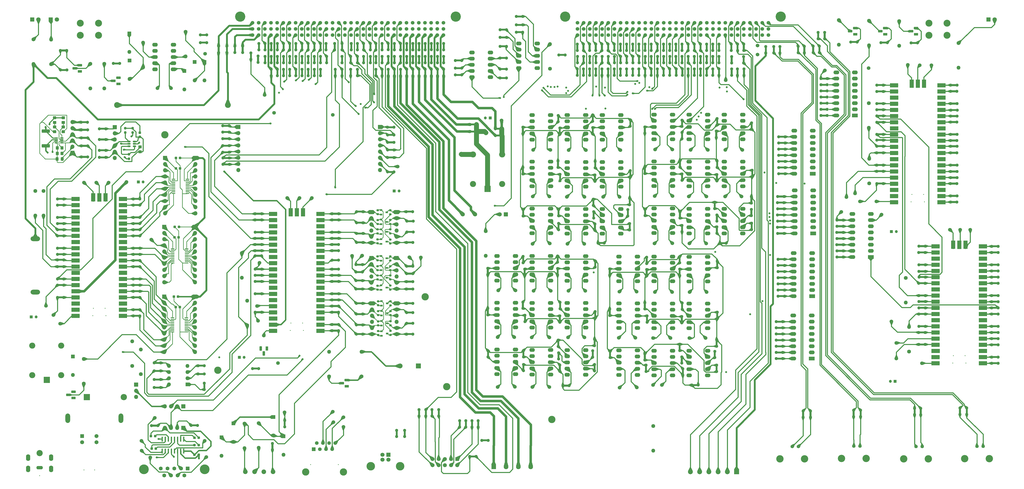
<source format=gtl>
%TF.GenerationSoftware,KiCad,Pcbnew,7.0.5*%
%TF.CreationDate,2024-10-26T20:20:06-04:00*%
%TF.ProjectId,Interconnect,496e7465-7263-46f6-9e6e-6563742e6b69,1.1*%
%TF.SameCoordinates,Original*%
%TF.FileFunction,Copper,L1,Top*%
%TF.FilePolarity,Positive*%
%FSLAX46Y46*%
G04 Gerber Fmt 4.6, Leading zero omitted, Abs format (unit mm)*
G04 Created by KiCad (PCBNEW 7.0.5) date 2024-10-26 20:20:06*
%MOMM*%
%LPD*%
G01*
G04 APERTURE LIST*
G04 Aperture macros list*
%AMRoundRect*
0 Rectangle with rounded corners*
0 $1 Rounding radius*
0 $2 $3 $4 $5 $6 $7 $8 $9 X,Y pos of 4 corners*
0 Add a 4 corners polygon primitive as box body*
4,1,4,$2,$3,$4,$5,$6,$7,$8,$9,$2,$3,0*
0 Add four circle primitives for the rounded corners*
1,1,$1+$1,$2,$3*
1,1,$1+$1,$4,$5*
1,1,$1+$1,$6,$7*
1,1,$1+$1,$8,$9*
0 Add four rect primitives between the rounded corners*
20,1,$1+$1,$2,$3,$4,$5,0*
20,1,$1+$1,$4,$5,$6,$7,0*
20,1,$1+$1,$6,$7,$8,$9,0*
20,1,$1+$1,$8,$9,$2,$3,0*%
G04 Aperture macros list end*
%TA.AperFunction,SMDPad,CuDef*%
%ADD10RoundRect,0.200000X0.275000X-0.200000X0.275000X0.200000X-0.275000X0.200000X-0.275000X-0.200000X0*%
%TD*%
%TA.AperFunction,ComponentPad*%
%ADD11C,1.300000*%
%TD*%
%TA.AperFunction,ComponentPad*%
%ADD12R,1.650000X1.650000*%
%TD*%
%TA.AperFunction,ComponentPad*%
%ADD13C,1.650000*%
%TD*%
%TA.AperFunction,ComponentPad*%
%ADD14C,1.500000*%
%TD*%
%TA.AperFunction,ComponentPad*%
%ADD15C,2.400000*%
%TD*%
%TA.AperFunction,ComponentPad*%
%ADD16O,2.400000X2.400000*%
%TD*%
%TA.AperFunction,SMDPad,CuDef*%
%ADD17R,1.000000X0.700000*%
%TD*%
%TA.AperFunction,ComponentPad*%
%ADD18R,2.400000X1.600000*%
%TD*%
%TA.AperFunction,ComponentPad*%
%ADD19O,2.400000X1.600000*%
%TD*%
%TA.AperFunction,ComponentPad*%
%ADD20C,1.600000*%
%TD*%
%TA.AperFunction,ComponentPad*%
%ADD21O,1.600000X1.600000*%
%TD*%
%TA.AperFunction,ComponentPad*%
%ADD22O,2.300000X1.600000*%
%TD*%
%TA.AperFunction,ComponentPad*%
%ADD23R,1.700000X1.700000*%
%TD*%
%TA.AperFunction,ComponentPad*%
%ADD24O,1.700000X1.700000*%
%TD*%
%TA.AperFunction,SMDPad,CuDef*%
%ADD25RoundRect,0.250000X-0.337500X-0.475000X0.337500X-0.475000X0.337500X0.475000X-0.337500X0.475000X0*%
%TD*%
%TA.AperFunction,SMDPad,CuDef*%
%ADD26RoundRect,0.237500X0.237500X-0.250000X0.237500X0.250000X-0.237500X0.250000X-0.237500X-0.250000X0*%
%TD*%
%TA.AperFunction,SMDPad,CuDef*%
%ADD27RoundRect,0.100000X-0.637500X-0.100000X0.637500X-0.100000X0.637500X0.100000X-0.637500X0.100000X0*%
%TD*%
%TA.AperFunction,SMDPad,CuDef*%
%ADD28RoundRect,0.250000X0.350000X0.450000X-0.350000X0.450000X-0.350000X-0.450000X0.350000X-0.450000X0*%
%TD*%
%TA.AperFunction,SMDPad,CuDef*%
%ADD29RoundRect,0.237500X-0.300000X-0.237500X0.300000X-0.237500X0.300000X0.237500X-0.300000X0.237500X0*%
%TD*%
%TA.AperFunction,ComponentPad*%
%ADD30R,1.800000X1.100000*%
%TD*%
%TA.AperFunction,ComponentPad*%
%ADD31RoundRect,0.275000X0.625000X-0.275000X0.625000X0.275000X-0.625000X0.275000X-0.625000X-0.275000X0*%
%TD*%
%TA.AperFunction,ComponentPad*%
%ADD32R,2.025000X2.025000*%
%TD*%
%TA.AperFunction,ComponentPad*%
%ADD33C,2.025000*%
%TD*%
%TA.AperFunction,SMDPad,CuDef*%
%ADD34RoundRect,0.249999X1.425001X-0.450001X1.425001X0.450001X-1.425001X0.450001X-1.425001X-0.450001X0*%
%TD*%
%TA.AperFunction,ComponentPad*%
%ADD35R,1.600000X1.600000*%
%TD*%
%TA.AperFunction,ComponentPad*%
%ADD36C,3.000000*%
%TD*%
%TA.AperFunction,ComponentPad*%
%ADD37R,1.200000X1.200000*%
%TD*%
%TA.AperFunction,ComponentPad*%
%ADD38C,1.200000*%
%TD*%
%TA.AperFunction,ComponentPad*%
%ADD39C,4.200000*%
%TD*%
%TA.AperFunction,SMDPad,CuDef*%
%ADD40RoundRect,0.250000X-0.450000X0.350000X-0.450000X-0.350000X0.450000X-0.350000X0.450000X0.350000X0*%
%TD*%
%TA.AperFunction,ComponentPad*%
%ADD41R,1.500000X1.500000*%
%TD*%
%TA.AperFunction,SMDPad,CuDef*%
%ADD42RoundRect,0.200000X-0.275000X0.200000X-0.275000X-0.200000X0.275000X-0.200000X0.275000X0.200000X0*%
%TD*%
%TA.AperFunction,ComponentPad*%
%ADD43R,2.500000X2.500000*%
%TD*%
%TA.AperFunction,ComponentPad*%
%ADD44O,2.500000X2.500000*%
%TD*%
%TA.AperFunction,ComponentPad*%
%ADD45C,4.000000*%
%TD*%
%TA.AperFunction,SMDPad,CuDef*%
%ADD46RoundRect,0.237500X0.300000X0.237500X-0.300000X0.237500X-0.300000X-0.237500X0.300000X-0.237500X0*%
%TD*%
%TA.AperFunction,SMDPad,CuDef*%
%ADD47R,3.500000X1.700000*%
%TD*%
%TA.AperFunction,SMDPad,CuDef*%
%ADD48R,1.700000X3.500000*%
%TD*%
%TA.AperFunction,SMDPad,CuDef*%
%ADD49RoundRect,0.150000X0.512500X0.150000X-0.512500X0.150000X-0.512500X-0.150000X0.512500X-0.150000X0*%
%TD*%
%TA.AperFunction,SMDPad,CuDef*%
%ADD50RoundRect,0.237500X0.237500X-0.300000X0.237500X0.300000X-0.237500X0.300000X-0.237500X-0.300000X0*%
%TD*%
%TA.AperFunction,SMDPad,CuDef*%
%ADD51RoundRect,0.041300X-0.253700X0.943700X-0.253700X-0.943700X0.253700X-0.943700X0.253700X0.943700X0*%
%TD*%
%TA.AperFunction,ComponentPad*%
%ADD52C,1.905000*%
%TD*%
%TA.AperFunction,ComponentPad*%
%ADD53C,1.700000*%
%TD*%
%TA.AperFunction,ComponentPad*%
%ADD54C,3.500000*%
%TD*%
%TA.AperFunction,ComponentPad*%
%ADD55O,3.900000X1.950000*%
%TD*%
%TA.AperFunction,ComponentPad*%
%ADD56C,1.398000*%
%TD*%
%TA.AperFunction,ComponentPad*%
%ADD57C,3.015000*%
%TD*%
%TA.AperFunction,ComponentPad*%
%ADD58R,1.800000X1.800000*%
%TD*%
%TA.AperFunction,ComponentPad*%
%ADD59C,1.800000*%
%TD*%
%TA.AperFunction,ComponentPad*%
%ADD60R,2.600000X2.600000*%
%TD*%
%TA.AperFunction,ComponentPad*%
%ADD61O,2.600000X2.600000*%
%TD*%
%TA.AperFunction,ComponentPad*%
%ADD62C,2.850000*%
%TD*%
%TA.AperFunction,ComponentPad*%
%ADD63C,2.550000*%
%TD*%
%TA.AperFunction,ComponentPad*%
%ADD64O,2.700002X1.400000*%
%TD*%
%TA.AperFunction,ComponentPad*%
%ADD65O,1.750000X2.750000*%
%TD*%
%TA.AperFunction,ComponentPad*%
%ADD66R,1.950000X1.950000*%
%TD*%
%TA.AperFunction,ComponentPad*%
%ADD67C,1.950000*%
%TD*%
%TA.AperFunction,ComponentPad*%
%ADD68R,1.725000X1.725000*%
%TD*%
%TA.AperFunction,ComponentPad*%
%ADD69C,1.725000*%
%TD*%
%TA.AperFunction,ComponentPad*%
%ADD70O,1.950000X3.900000*%
%TD*%
%TA.AperFunction,SMDPad,CuDef*%
%ADD71RoundRect,0.125000X-0.537500X-0.125000X0.537500X-0.125000X0.537500X0.125000X-0.537500X0.125000X0*%
%TD*%
%TA.AperFunction,ComponentPad*%
%ADD72R,2.000000X2.000000*%
%TD*%
%TA.AperFunction,ComponentPad*%
%ADD73C,2.000000*%
%TD*%
%TA.AperFunction,ComponentPad*%
%ADD74R,1.100000X1.800000*%
%TD*%
%TA.AperFunction,ComponentPad*%
%ADD75RoundRect,0.275000X0.275000X0.625000X-0.275000X0.625000X-0.275000X-0.625000X0.275000X-0.625000X0*%
%TD*%
%TA.AperFunction,ViaPad*%
%ADD76C,0.800000*%
%TD*%
%TA.AperFunction,Conductor*%
%ADD77C,0.600000*%
%TD*%
%TA.AperFunction,Conductor*%
%ADD78C,0.250000*%
%TD*%
%TA.AperFunction,Conductor*%
%ADD79C,0.400000*%
%TD*%
%TA.AperFunction,Conductor*%
%ADD80C,1.000000*%
%TD*%
%TA.AperFunction,Conductor*%
%ADD81C,0.800000*%
%TD*%
%TA.AperFunction,Conductor*%
%ADD82C,0.762000*%
%TD*%
%TA.AperFunction,Conductor*%
%ADD83C,2.000000*%
%TD*%
%ADD84C,0.350000*%
%ADD85O,2.005555X0.800000*%
%ADD86O,1.000000X2.000000*%
G04 APERTURE END LIST*
%TA.AperFunction,EtchedComponent*%
%TO.C,NT150*%
G36*
X135905000Y-49943135D02*
G01*
X135113000Y-49943135D01*
X135113000Y-47343135D01*
X135905000Y-47343135D01*
X135905000Y-49943135D01*
G37*
%TD.AperFunction*%
%TA.AperFunction,EtchedComponent*%
%TO.C,NT125*%
G36*
X290083000Y-39529135D02*
G01*
X289291000Y-39529135D01*
X289291000Y-36929135D01*
X290083000Y-36929135D01*
X290083000Y-39529135D01*
G37*
%TD.AperFunction*%
%TA.AperFunction,EtchedComponent*%
%TO.C,NT346*%
G36*
X384870000Y-120715800D02*
G01*
X382270000Y-120715800D01*
X382270000Y-119923800D01*
X384870000Y-119923800D01*
X384870000Y-120715800D01*
G37*
%TD.AperFunction*%
%TA.AperFunction,EtchedComponent*%
%TO.C,NT523*%
G36*
X327070000Y-80662135D02*
G01*
X324470000Y-80662135D01*
X324470000Y-79870135D01*
X327070000Y-79870135D01*
X327070000Y-80662135D01*
G37*
%TD.AperFunction*%
%TA.AperFunction,EtchedComponent*%
%TO.C,NT144*%
G36*
X262143000Y-49816135D02*
G01*
X261351000Y-49816135D01*
X261351000Y-47216135D01*
X262143000Y-47216135D01*
X262143000Y-49816135D01*
G37*
%TD.AperFunction*%
%TA.AperFunction,EtchedComponent*%
%TO.C,NT208*%
G36*
X174005000Y-49943135D02*
G01*
X173213000Y-49943135D01*
X173213000Y-47343135D01*
X174005000Y-47343135D01*
X174005000Y-49943135D01*
G37*
%TD.AperFunction*%
%TA.AperFunction,EtchedComponent*%
%TO.C,NT75*%
G36*
X168925000Y-44609135D02*
G01*
X168133000Y-44609135D01*
X168133000Y-42009135D01*
X168925000Y-42009135D01*
X168925000Y-44609135D01*
G37*
%TD.AperFunction*%
%TA.AperFunction,EtchedComponent*%
%TO.C,NT237*%
G36*
X142920744Y-148001879D02*
G01*
X140320744Y-148001879D01*
X140320744Y-147209879D01*
X142920744Y-147209879D01*
X142920744Y-148001879D01*
G37*
%TD.AperFunction*%
%TA.AperFunction,EtchedComponent*%
%TO.C,NT246*%
G36*
X29591000Y-136787135D02*
G01*
X26991000Y-136787135D01*
X26991000Y-135995135D01*
X29591000Y-135995135D01*
X29591000Y-136787135D01*
G37*
%TD.AperFunction*%
%TA.AperFunction,EtchedComponent*%
%TO.C,NT331*%
G36*
X398022600Y-67045600D02*
G01*
X395422600Y-67045600D01*
X395422600Y-66253600D01*
X398022600Y-66253600D01*
X398022600Y-67045600D01*
G37*
%TD.AperFunction*%
%TA.AperFunction,EtchedComponent*%
%TO.C,NT353*%
G36*
X248173000Y-68769135D02*
G01*
X247381000Y-68769135D01*
X247381000Y-66169135D01*
X248173000Y-66169135D01*
X248173000Y-68769135D01*
G37*
%TD.AperFunction*%
%TA.AperFunction,EtchedComponent*%
%TO.C,NT147*%
G36*
X264683000Y-49816135D02*
G01*
X263891000Y-49816135D01*
X263891000Y-47216135D01*
X264683000Y-47216135D01*
X264683000Y-49816135D01*
G37*
%TD.AperFunction*%
%TA.AperFunction,EtchedComponent*%
%TO.C,NT157*%
G36*
X179085000Y-39275135D02*
G01*
X178293000Y-39275135D01*
X178293000Y-36675135D01*
X179085000Y-36675135D01*
X179085000Y-39275135D01*
G37*
%TD.AperFunction*%
%TA.AperFunction,EtchedComponent*%
%TO.C,NT117*%
G36*
X285001587Y-39529135D02*
G01*
X284209587Y-39529135D01*
X284209587Y-36929135D01*
X285001587Y-36929135D01*
X285001587Y-39529135D01*
G37*
%TD.AperFunction*%
%TA.AperFunction,EtchedComponent*%
%TO.C,NT406*%
G36*
X218851000Y-25925135D02*
G01*
X216251000Y-25925135D01*
X216251000Y-25133135D01*
X218851000Y-25133135D01*
X218851000Y-25925135D01*
G37*
%TD.AperFunction*%
%TA.AperFunction,EtchedComponent*%
%TO.C,NT182*%
G36*
X246926190Y-44639135D02*
G01*
X246134190Y-44639135D01*
X246134190Y-42039135D01*
X246926190Y-42039135D01*
X246926190Y-44639135D01*
G37*
%TD.AperFunction*%
%TA.AperFunction,EtchedComponent*%
%TO.C,NT273*%
G36*
X60960000Y-113927135D02*
G01*
X58360000Y-113927135D01*
X58360000Y-113135135D01*
X60960000Y-113135135D01*
X60960000Y-113927135D01*
G37*
%TD.AperFunction*%
%TA.AperFunction,EtchedComponent*%
%TO.C,NT269*%
G36*
X60960000Y-116476135D02*
G01*
X58360000Y-116476135D01*
X58360000Y-115684135D01*
X60960000Y-115684135D01*
X60960000Y-116476135D01*
G37*
%TD.AperFunction*%
%TA.AperFunction,EtchedComponent*%
%TO.C,NT14*%
G36*
X234584000Y-171995135D02*
G01*
X233792000Y-171995135D01*
X233792000Y-169395135D01*
X234584000Y-169395135D01*
X234584000Y-171995135D01*
G37*
%TD.AperFunction*%
%TA.AperFunction,EtchedComponent*%
%TO.C,NT193*%
G36*
X163845000Y-49943135D02*
G01*
X163053000Y-49943135D01*
X163053000Y-47343135D01*
X163845000Y-47343135D01*
X163845000Y-49943135D01*
G37*
%TD.AperFunction*%
%TA.AperFunction,EtchedComponent*%
%TO.C,NT450*%
G36*
X334927000Y-190969000D02*
G01*
X334135000Y-190969000D01*
X334135000Y-188369000D01*
X334927000Y-188369000D01*
X334927000Y-190969000D01*
G37*
%TD.AperFunction*%
%TA.AperFunction,EtchedComponent*%
%TO.C,NT283*%
G36*
X142920744Y-109901879D02*
G01*
X140320744Y-109901879D01*
X140320744Y-109109879D01*
X142920744Y-109109879D01*
X142920744Y-109901879D01*
G37*
%TD.AperFunction*%
%TA.AperFunction,EtchedComponent*%
%TO.C,NT424*%
G36*
X152737278Y-128384880D02*
G01*
X150137278Y-128384880D01*
X150137278Y-127592880D01*
X152737278Y-127592880D01*
X152737278Y-128384880D01*
G37*
%TD.AperFunction*%
%TA.AperFunction,EtchedComponent*%
%TO.C,NT291*%
G36*
X414969000Y-169052000D02*
G01*
X412369000Y-169052000D01*
X412369000Y-168260000D01*
X414969000Y-168260000D01*
X414969000Y-169052000D01*
G37*
%TD.AperFunction*%
%TA.AperFunction,EtchedComponent*%
%TO.C,NT440*%
G36*
X152991278Y-111048391D02*
G01*
X150391278Y-111048391D01*
X150391278Y-110256391D01*
X152991278Y-110256391D01*
X152991278Y-111048391D01*
G37*
%TD.AperFunction*%
%TA.AperFunction,EtchedComponent*%
%TO.C,NT58*%
G36*
X246880422Y-39529135D02*
G01*
X246088422Y-39529135D01*
X246088422Y-36929135D01*
X246880422Y-36929135D01*
X246880422Y-39529135D01*
G37*
%TD.AperFunction*%
%TA.AperFunction,EtchedComponent*%
%TO.C,NT80*%
G36*
X259587477Y-39529135D02*
G01*
X258795477Y-39529135D01*
X258795477Y-36929135D01*
X259587477Y-36929135D01*
X259587477Y-39529135D01*
G37*
%TD.AperFunction*%
%TA.AperFunction,EtchedComponent*%
%TO.C,NT7*%
G36*
X219583000Y-171741135D02*
G01*
X218791000Y-171741135D01*
X218791000Y-169141135D01*
X219583000Y-169141135D01*
X219583000Y-171741135D01*
G37*
%TD.AperFunction*%
%TA.AperFunction,EtchedComponent*%
%TO.C,NT405*%
G36*
X199801000Y-70502135D02*
G01*
X197201000Y-70502135D01*
X197201000Y-69710135D01*
X199801000Y-69710135D01*
X199801000Y-70502135D01*
G37*
%TD.AperFunction*%
%TA.AperFunction,EtchedComponent*%
%TO.C,NT180*%
G36*
X113045000Y-44609135D02*
G01*
X112253000Y-44609135D01*
X112253000Y-42009135D01*
X113045000Y-42009135D01*
X113045000Y-44609135D01*
G37*
%TD.AperFunction*%
%TA.AperFunction,EtchedComponent*%
%TO.C,NT184*%
G36*
X115585000Y-44609135D02*
G01*
X114793000Y-44609135D01*
X114793000Y-42009135D01*
X115585000Y-42009135D01*
X115585000Y-44609135D01*
G37*
%TD.AperFunction*%
%TA.AperFunction,EtchedComponent*%
%TO.C,NT59*%
G36*
X290087405Y-44639135D02*
G01*
X289295405Y-44639135D01*
X289295405Y-42039135D01*
X290087405Y-42039135D01*
X290087405Y-44639135D01*
G37*
%TD.AperFunction*%
%TA.AperFunction,EtchedComponent*%
%TO.C,NT98*%
G36*
X141747000Y-39275135D02*
G01*
X140955000Y-39275135D01*
X140955000Y-36675135D01*
X141747000Y-36675135D01*
X141747000Y-39275135D01*
G37*
%TD.AperFunction*%
%TA.AperFunction,EtchedComponent*%
%TO.C,NT476*%
G36*
X46893000Y-72264135D02*
G01*
X44293000Y-72264135D01*
X44293000Y-71472135D01*
X46893000Y-71472135D01*
X46893000Y-72264135D01*
G37*
%TD.AperFunction*%
%TA.AperFunction,EtchedComponent*%
%TO.C,NT115*%
G36*
X110124000Y-44482135D02*
G01*
X109332000Y-44482135D01*
X109332000Y-41882135D01*
X110124000Y-41882135D01*
X110124000Y-44482135D01*
G37*
%TD.AperFunction*%
%TA.AperFunction,EtchedComponent*%
%TO.C,NT302*%
G36*
X384819200Y-156352000D02*
G01*
X382219200Y-156352000D01*
X382219200Y-155560000D01*
X384819200Y-155560000D01*
X384819200Y-156352000D01*
G37*
%TD.AperFunction*%
%TA.AperFunction,EtchedComponent*%
%TO.C,NT535*%
G36*
X69499000Y-179087135D02*
G01*
X66899000Y-179087135D01*
X66899000Y-178295135D01*
X69499000Y-178295135D01*
X69499000Y-179087135D01*
G37*
%TD.AperFunction*%
%TA.AperFunction,EtchedComponent*%
%TO.C,NT525*%
G36*
X327070000Y-75582135D02*
G01*
X324470000Y-75582135D01*
X324470000Y-74790135D01*
X327070000Y-74790135D01*
X327070000Y-75582135D01*
G37*
%TD.AperFunction*%
%TA.AperFunction,EtchedComponent*%
%TO.C,NT317*%
G36*
X414969000Y-143652000D02*
G01*
X412369000Y-143652000D01*
X412369000Y-142860000D01*
X414969000Y-142860000D01*
X414969000Y-143652000D01*
G37*
%TD.AperFunction*%
%TA.AperFunction,EtchedComponent*%
%TO.C,NT91*%
G36*
X179085000Y-44609135D02*
G01*
X178293000Y-44609135D01*
X178293000Y-42009135D01*
X179085000Y-42009135D01*
X179085000Y-44609135D01*
G37*
%TD.AperFunction*%
%TA.AperFunction,EtchedComponent*%
%TO.C,NT313*%
G36*
X414969000Y-146192000D02*
G01*
X412369000Y-146192000D01*
X412369000Y-145400000D01*
X414969000Y-145400000D01*
X414969000Y-146192000D01*
G37*
%TD.AperFunction*%
%TA.AperFunction,EtchedComponent*%
%TO.C,NT176*%
G36*
X107203000Y-43212135D02*
G01*
X106411000Y-43212135D01*
X106411000Y-40612135D01*
X107203000Y-40612135D01*
X107203000Y-43212135D01*
G37*
%TD.AperFunction*%
%TA.AperFunction,EtchedComponent*%
%TO.C,NT390*%
G36*
X326039000Y-167149135D02*
G01*
X323439000Y-167149135D01*
X323439000Y-166357135D01*
X326039000Y-166357135D01*
X326039000Y-167149135D01*
G37*
%TD.AperFunction*%
%TA.AperFunction,EtchedComponent*%
%TO.C,NT235*%
G36*
X142920744Y-153081879D02*
G01*
X140320744Y-153081879D01*
X140320744Y-152289879D01*
X142920744Y-152289879D01*
X142920744Y-153081879D01*
G37*
%TD.AperFunction*%
%TA.AperFunction,EtchedComponent*%
%TO.C,NT348*%
G36*
X367542600Y-54244000D02*
G01*
X364942600Y-54244000D01*
X364942600Y-53452000D01*
X367542600Y-53452000D01*
X367542600Y-54244000D01*
G37*
%TD.AperFunction*%
%TA.AperFunction,EtchedComponent*%
%TO.C,NT76*%
G36*
X257046066Y-39529135D02*
G01*
X256254066Y-39529135D01*
X256254066Y-36929135D01*
X257046066Y-36929135D01*
X257046066Y-39529135D01*
G37*
%TD.AperFunction*%
%TA.AperFunction,EtchedComponent*%
%TO.C,NT398*%
G36*
X52680000Y-45326000D02*
G01*
X50080000Y-45326000D01*
X50080000Y-44534000D01*
X52680000Y-44534000D01*
X52680000Y-45326000D01*
G37*
%TD.AperFunction*%
%TA.AperFunction,EtchedComponent*%
%TO.C,NT250*%
G36*
X29591000Y-134256135D02*
G01*
X26991000Y-134256135D01*
X26991000Y-133464135D01*
X29591000Y-133464135D01*
X29591000Y-134256135D01*
G37*
%TD.AperFunction*%
%TA.AperFunction,EtchedComponent*%
%TO.C,NT429*%
G36*
X173595278Y-132067880D02*
G01*
X170995278Y-132067880D01*
X170995278Y-131275880D01*
X173595278Y-131275880D01*
X173595278Y-132067880D01*
G37*
%TD.AperFunction*%
%TA.AperFunction,EtchedComponent*%
%TO.C,NT153*%
G36*
X176545000Y-39275135D02*
G01*
X175753000Y-39275135D01*
X175753000Y-36675135D01*
X176545000Y-36675135D01*
X176545000Y-39275135D01*
G37*
%TD.AperFunction*%
%TA.AperFunction,EtchedComponent*%
%TO.C,NT47*%
G36*
X219471000Y-107885135D02*
G01*
X218679000Y-107885135D01*
X218679000Y-105285135D01*
X219471000Y-105285135D01*
X219471000Y-107885135D01*
G37*
%TD.AperFunction*%
%TA.AperFunction,EtchedComponent*%
%TO.C,NT207*%
G36*
X130825000Y-44609135D02*
G01*
X130033000Y-44609135D01*
X130033000Y-42009135D01*
X130825000Y-42009135D01*
X130825000Y-44609135D01*
G37*
%TD.AperFunction*%
%TA.AperFunction,EtchedComponent*%
%TO.C,NT529*%
G36*
X200929000Y-194977135D02*
G01*
X200137000Y-194977135D01*
X200137000Y-192377135D01*
X200929000Y-192377135D01*
X200929000Y-194977135D01*
G37*
%TD.AperFunction*%
%TA.AperFunction,EtchedComponent*%
%TO.C,NT503*%
G36*
X326659000Y-110395135D02*
G01*
X324059000Y-110395135D01*
X324059000Y-109603135D01*
X326659000Y-109603135D01*
X326659000Y-110395135D01*
G37*
%TD.AperFunction*%
%TA.AperFunction,EtchedComponent*%
%TO.C,NT89*%
G36*
X267211710Y-39529135D02*
G01*
X266419710Y-39529135D01*
X266419710Y-36929135D01*
X267211710Y-36929135D01*
X267211710Y-39529135D01*
G37*
%TD.AperFunction*%
%TA.AperFunction,EtchedComponent*%
%TO.C,NT299*%
G36*
X414969000Y-158892000D02*
G01*
X412369000Y-158892000D01*
X412369000Y-158100000D01*
X414969000Y-158100000D01*
X414969000Y-158892000D01*
G37*
%TD.AperFunction*%
%TA.AperFunction,EtchedComponent*%
%TO.C,NT255*%
G36*
X142920744Y-132761879D02*
G01*
X140320744Y-132761879D01*
X140320744Y-131969879D01*
X142920744Y-131969879D01*
X142920744Y-132761879D01*
G37*
%TD.AperFunction*%
%TA.AperFunction,EtchedComponent*%
%TO.C,NT430*%
G36*
X152861278Y-153213880D02*
G01*
X150261278Y-153213880D01*
X150261278Y-152421880D01*
X152861278Y-152421880D01*
X152861278Y-153213880D01*
G37*
%TD.AperFunction*%
%TA.AperFunction,EtchedComponent*%
%TO.C,NT92*%
G36*
X310403000Y-44736135D02*
G01*
X309611000Y-44736135D01*
X309611000Y-42136135D01*
X310403000Y-42136135D01*
X310403000Y-44736135D01*
G37*
%TD.AperFunction*%
%TA.AperFunction,EtchedComponent*%
%TO.C,NT109*%
G36*
X279918765Y-39529135D02*
G01*
X279126765Y-39529135D01*
X279126765Y-36929135D01*
X279918765Y-36929135D01*
X279918765Y-39529135D01*
G37*
%TD.AperFunction*%
%TA.AperFunction,EtchedComponent*%
%TO.C,NT389*%
G36*
X299242000Y-172054415D02*
G01*
X298450000Y-172054415D01*
X298450000Y-169454415D01*
X299242000Y-169454415D01*
X299242000Y-172054415D01*
G37*
%TD.AperFunction*%
%TA.AperFunction,EtchedComponent*%
%TO.C,NT31*%
G36*
X284114000Y-87680375D02*
G01*
X283322000Y-87680375D01*
X283322000Y-85080375D01*
X284114000Y-85080375D01*
X284114000Y-87680375D01*
G37*
%TD.AperFunction*%
%TA.AperFunction,EtchedComponent*%
%TO.C,NT15*%
G36*
X249189000Y-129006415D02*
G01*
X248397000Y-129006415D01*
X248397000Y-126406415D01*
X249189000Y-126406415D01*
X249189000Y-129006415D01*
G37*
%TD.AperFunction*%
%TA.AperFunction,EtchedComponent*%
%TO.C,NT170*%
G36*
X339083830Y-40418135D02*
G01*
X338291830Y-40418135D01*
X338291830Y-37818135D01*
X339083830Y-37818135D01*
X339083830Y-40418135D01*
G37*
%TD.AperFunction*%
%TA.AperFunction,EtchedComponent*%
%TO.C,NT300*%
G36*
X398022600Y-92445600D02*
G01*
X395422600Y-92445600D01*
X395422600Y-91653600D01*
X398022600Y-91653600D01*
X398022600Y-92445600D01*
G37*
%TD.AperFunction*%
%TA.AperFunction,EtchedComponent*%
%TO.C,NT444*%
G36*
X152991278Y-119176391D02*
G01*
X150391278Y-119176391D01*
X150391278Y-118384391D01*
X152991278Y-118384391D01*
X152991278Y-119176391D01*
G37*
%TD.AperFunction*%
%TA.AperFunction,EtchedComponent*%
%TO.C,NT113*%
G36*
X282460176Y-39529135D02*
G01*
X281668176Y-39529135D01*
X281668176Y-36929135D01*
X282460176Y-36929135D01*
X282460176Y-39529135D01*
G37*
%TD.AperFunction*%
%TA.AperFunction,EtchedComponent*%
%TO.C,NT168*%
G36*
X186705000Y-39275135D02*
G01*
X185913000Y-39275135D01*
X185913000Y-36675135D01*
X186705000Y-36675135D01*
X186705000Y-39275135D01*
G37*
%TD.AperFunction*%
%TA.AperFunction,EtchedComponent*%
%TO.C,NT363*%
G36*
X248539000Y-108709855D02*
G01*
X247747000Y-108709855D01*
X247747000Y-106109855D01*
X248539000Y-106109855D01*
X248539000Y-108709855D01*
G37*
%TD.AperFunction*%
%TA.AperFunction,EtchedComponent*%
%TO.C,NT42*%
G36*
X313578000Y-102521135D02*
G01*
X312786000Y-102521135D01*
X312786000Y-99921135D01*
X313578000Y-99921135D01*
X313578000Y-102521135D01*
G37*
%TD.AperFunction*%
%TA.AperFunction,EtchedComponent*%
%TO.C,NT426*%
G36*
X152861278Y-148768880D02*
G01*
X150261278Y-148768880D01*
X150261278Y-147976880D01*
X152861278Y-147976880D01*
X152861278Y-148768880D01*
G37*
%TD.AperFunction*%
%TA.AperFunction,EtchedComponent*%
%TO.C,NT463*%
G36*
X204640000Y-200876000D02*
G01*
X202040000Y-200876000D01*
X202040000Y-200084000D01*
X204640000Y-200084000D01*
X204640000Y-200876000D01*
G37*
%TD.AperFunction*%
%TA.AperFunction,EtchedComponent*%
%TO.C,NT66*%
G36*
X251963244Y-39529135D02*
G01*
X251171244Y-39529135D01*
X251171244Y-36929135D01*
X251963244Y-36929135D01*
X251963244Y-39529135D01*
G37*
%TD.AperFunction*%
%TA.AperFunction,EtchedComponent*%
%TO.C,NT90*%
G36*
X135905000Y-39275135D02*
G01*
X135113000Y-39275135D01*
X135113000Y-36675135D01*
X135905000Y-36675135D01*
X135905000Y-39275135D01*
G37*
%TD.AperFunction*%
%TA.AperFunction,EtchedComponent*%
%TO.C,NT312*%
G36*
X367542600Y-82184000D02*
G01*
X364942600Y-82184000D01*
X364942600Y-81392000D01*
X367542600Y-81392000D01*
X367542600Y-82184000D01*
G37*
%TD.AperFunction*%
%TA.AperFunction,EtchedComponent*%
%TO.C,NT410*%
G36*
X326039000Y-159529135D02*
G01*
X323439000Y-159529135D01*
X323439000Y-158737135D01*
X326039000Y-158737135D01*
X326039000Y-159529135D01*
G37*
%TD.AperFunction*%
%TA.AperFunction,EtchedComponent*%
%TO.C,NT391*%
G36*
X344454000Y-66819135D02*
G01*
X341854000Y-66819135D01*
X341854000Y-66027135D01*
X344454000Y-66027135D01*
X344454000Y-66819135D01*
G37*
%TD.AperFunction*%
%TA.AperFunction,EtchedComponent*%
%TO.C,NT196*%
G36*
X166385000Y-49943135D02*
G01*
X165593000Y-49943135D01*
X165593000Y-47343135D01*
X166385000Y-47343135D01*
X166385000Y-49943135D01*
G37*
%TD.AperFunction*%
%TA.AperFunction,EtchedComponent*%
%TO.C,NT251*%
G36*
X142920744Y-135301879D02*
G01*
X140320744Y-135301879D01*
X140320744Y-134509879D01*
X142920744Y-134509879D01*
X142920744Y-135301879D01*
G37*
%TD.AperFunction*%
%TA.AperFunction,EtchedComponent*%
%TO.C,NT138*%
G36*
X128285000Y-49943135D02*
G01*
X127493000Y-49943135D01*
X127493000Y-47343135D01*
X128285000Y-47343135D01*
X128285000Y-49943135D01*
G37*
%TD.AperFunction*%
%TA.AperFunction,EtchedComponent*%
%TO.C,NT502*%
G36*
X351043000Y-120144135D02*
G01*
X348443000Y-120144135D01*
X348443000Y-119352135D01*
X351043000Y-119352135D01*
X351043000Y-120144135D01*
G37*
%TD.AperFunction*%
%TA.AperFunction,EtchedComponent*%
%TO.C,NT81*%
G36*
X262128888Y-39529135D02*
G01*
X261336888Y-39529135D01*
X261336888Y-36929135D01*
X262128888Y-36929135D01*
X262128888Y-39529135D01*
G37*
%TD.AperFunction*%
%TA.AperFunction,EtchedComponent*%
%TO.C,NT469*%
G36*
X68420000Y-194796000D02*
G01*
X65820000Y-194796000D01*
X65820000Y-194004000D01*
X68420000Y-194004000D01*
X68420000Y-194796000D01*
G37*
%TD.AperFunction*%
%TA.AperFunction,EtchedComponent*%
%TO.C,NT449*%
G36*
X383428000Y-189897135D02*
G01*
X382636000Y-189897135D01*
X382636000Y-187297135D01*
X383428000Y-187297135D01*
X383428000Y-189897135D01*
G37*
%TD.AperFunction*%
%TA.AperFunction,EtchedComponent*%
%TO.C,NT202*%
G36*
X257081770Y-44639135D02*
G01*
X256289770Y-44639135D01*
X256289770Y-42039135D01*
X257081770Y-42039135D01*
X257081770Y-44639135D01*
G37*
%TD.AperFunction*%
%TA.AperFunction,EtchedComponent*%
%TO.C,NT433*%
G36*
X173595278Y-135369880D02*
G01*
X170995278Y-135369880D01*
X170995278Y-134577880D01*
X173595278Y-134577880D01*
X173595278Y-135369880D01*
G37*
%TD.AperFunction*%
%TA.AperFunction,EtchedComponent*%
%TO.C,NT224*%
G36*
X184165000Y-49943135D02*
G01*
X183373000Y-49943135D01*
X183373000Y-47343135D01*
X184165000Y-47343135D01*
X184165000Y-49943135D01*
G37*
%TD.AperFunction*%
%TA.AperFunction,EtchedComponent*%
%TO.C,NT490*%
G36*
X97810000Y-79256000D02*
G01*
X95210000Y-79256000D01*
X95210000Y-78464000D01*
X97810000Y-78464000D01*
X97810000Y-79256000D01*
G37*
%TD.AperFunction*%
%TA.AperFunction,EtchedComponent*%
%TO.C,NT277*%
G36*
X60960000Y-111387135D02*
G01*
X58360000Y-111387135D01*
X58360000Y-110595135D01*
X60960000Y-110595135D01*
X60960000Y-111387135D01*
G37*
%TD.AperFunction*%
%TA.AperFunction,EtchedComponent*%
%TO.C,NT94*%
G36*
X138191000Y-39275135D02*
G01*
X137399000Y-39275135D01*
X137399000Y-36675135D01*
X138191000Y-36675135D01*
X138191000Y-39275135D01*
G37*
%TD.AperFunction*%
%TA.AperFunction,EtchedComponent*%
%TO.C,NT77*%
G36*
X300243000Y-44639135D02*
G01*
X299451000Y-44639135D01*
X299451000Y-42039135D01*
X300243000Y-42039135D01*
X300243000Y-44639135D01*
G37*
%TD.AperFunction*%
%TA.AperFunction,EtchedComponent*%
%TO.C,NT189*%
G36*
X161305000Y-49943135D02*
G01*
X160513000Y-49943135D01*
X160513000Y-47343135D01*
X161305000Y-47343135D01*
X161305000Y-49943135D01*
G37*
%TD.AperFunction*%
%TA.AperFunction,EtchedComponent*%
%TO.C,NT510*%
G36*
X351058000Y-109984135D02*
G01*
X348458000Y-109984135D01*
X348458000Y-109192135D01*
X351058000Y-109192135D01*
X351058000Y-109984135D01*
G37*
%TD.AperFunction*%
%TA.AperFunction,EtchedComponent*%
%TO.C,NT245*%
G36*
X60960000Y-136796135D02*
G01*
X58360000Y-136796135D01*
X58360000Y-136004135D01*
X60960000Y-136004135D01*
X60960000Y-136796135D01*
G37*
%TD.AperFunction*%
%TA.AperFunction,EtchedComponent*%
%TO.C,NT259*%
G36*
X142920744Y-130221879D02*
G01*
X140320744Y-130221879D01*
X140320744Y-129429879D01*
X142920744Y-129429879D01*
X142920744Y-130221879D01*
G37*
%TD.AperFunction*%
%TA.AperFunction,EtchedComponent*%
%TO.C,NT220*%
G36*
X181625000Y-49943135D02*
G01*
X180833000Y-49943135D01*
X180833000Y-47343135D01*
X181625000Y-47343135D01*
X181625000Y-49943135D01*
G37*
%TD.AperFunction*%
%TA.AperFunction,EtchedComponent*%
%TO.C,NT226*%
G36*
X277392930Y-44639135D02*
G01*
X276600930Y-44639135D01*
X276600930Y-42039135D01*
X277392930Y-42039135D01*
X277392930Y-44639135D01*
G37*
%TD.AperFunction*%
%TA.AperFunction,EtchedComponent*%
%TO.C,NT28*%
G36*
X285003000Y-93141375D02*
G01*
X284211000Y-93141375D01*
X284211000Y-90541375D01*
X285003000Y-90541375D01*
X285003000Y-93141375D01*
G37*
%TD.AperFunction*%
%TA.AperFunction,EtchedComponent*%
%TO.C,NT442*%
G36*
X152991278Y-115493391D02*
G01*
X150391278Y-115493391D01*
X150391278Y-114701391D01*
X152991278Y-114701391D01*
X152991278Y-115493391D01*
G37*
%TD.AperFunction*%
%TA.AperFunction,EtchedComponent*%
%TO.C,NT336*%
G36*
X367542600Y-64404000D02*
G01*
X364942600Y-64404000D01*
X364942600Y-63612000D01*
X367542600Y-63612000D01*
X367542600Y-64404000D01*
G37*
%TD.AperFunction*%
%TA.AperFunction,EtchedComponent*%
%TO.C,NT451*%
G36*
X337975000Y-190969000D02*
G01*
X337183000Y-190969000D01*
X337183000Y-188369000D01*
X337975000Y-188369000D01*
X337975000Y-190969000D01*
G37*
%TD.AperFunction*%
%TA.AperFunction,EtchedComponent*%
%TO.C,NT178*%
G36*
X244387295Y-44639135D02*
G01*
X243595295Y-44639135D01*
X243595295Y-42039135D01*
X244387295Y-42039135D01*
X244387295Y-44639135D01*
G37*
%TD.AperFunction*%
%TA.AperFunction,EtchedComponent*%
%TO.C,NT301*%
G36*
X414969000Y-156352000D02*
G01*
X412369000Y-156352000D01*
X412369000Y-155560000D01*
X414969000Y-155560000D01*
X414969000Y-156352000D01*
G37*
%TD.AperFunction*%
%TA.AperFunction,EtchedComponent*%
%TO.C,NT211*%
G36*
X133365000Y-44609135D02*
G01*
X132573000Y-44609135D01*
X132573000Y-42009135D01*
X133365000Y-42009135D01*
X133365000Y-44609135D01*
G37*
%TD.AperFunction*%
%TA.AperFunction,EtchedComponent*%
%TO.C,NT435*%
G36*
X173592278Y-157023880D02*
G01*
X170992278Y-157023880D01*
X170992278Y-156231880D01*
X173592278Y-156231880D01*
X173592278Y-157023880D01*
G37*
%TD.AperFunction*%
%TA.AperFunction,EtchedComponent*%
%TO.C,NT134*%
G36*
X125745000Y-49943135D02*
G01*
X124953000Y-49943135D01*
X124953000Y-47343135D01*
X125745000Y-47343135D01*
X125745000Y-49943135D01*
G37*
%TD.AperFunction*%
%TA.AperFunction,EtchedComponent*%
%TO.C,NT379*%
G36*
X285018000Y-146400415D02*
G01*
X284226000Y-146400415D01*
X284226000Y-143800415D01*
X285018000Y-143800415D01*
X285018000Y-146400415D01*
G37*
%TD.AperFunction*%
%TA.AperFunction,EtchedComponent*%
%TO.C,NT143*%
G36*
X300243000Y-39529135D02*
G01*
X299451000Y-39529135D01*
X299451000Y-36929135D01*
X300243000Y-36929135D01*
X300243000Y-39529135D01*
G37*
%TD.AperFunction*%
%TA.AperFunction,EtchedComponent*%
%TO.C,NT222*%
G36*
X272303000Y-44639135D02*
G01*
X271511000Y-44639135D01*
X271511000Y-42039135D01*
X272303000Y-42039135D01*
X272303000Y-44639135D01*
G37*
%TD.AperFunction*%
%TA.AperFunction,EtchedComponent*%
%TO.C,NT50*%
G36*
X241797600Y-39529135D02*
G01*
X241005600Y-39529135D01*
X241005600Y-36929135D01*
X241797600Y-36929135D01*
X241797600Y-39529135D01*
G37*
%TD.AperFunction*%
%TA.AperFunction,EtchedComponent*%
%TO.C,NT257*%
G36*
X60960000Y-126636135D02*
G01*
X58360000Y-126636135D01*
X58360000Y-125844135D01*
X60960000Y-125844135D01*
X60960000Y-126636135D01*
G37*
%TD.AperFunction*%
%TA.AperFunction,EtchedComponent*%
%TO.C,NT386*%
G36*
X291233000Y-178085135D02*
G01*
X288633000Y-178085135D01*
X288633000Y-177293135D01*
X291233000Y-177293135D01*
X291233000Y-178085135D01*
G37*
%TD.AperFunction*%
%TA.AperFunction,EtchedComponent*%
%TO.C,NT417*%
G36*
X212150000Y-47642135D02*
G01*
X209550000Y-47642135D01*
X209550000Y-46850135D01*
X212150000Y-46850135D01*
X212150000Y-47642135D01*
G37*
%TD.AperFunction*%
%TA.AperFunction,EtchedComponent*%
%TO.C,NT461*%
G36*
X195849000Y-194977135D02*
G01*
X195057000Y-194977135D01*
X195057000Y-192377135D01*
X195849000Y-192377135D01*
X195849000Y-194977135D01*
G37*
%TD.AperFunction*%
%TA.AperFunction,EtchedComponent*%
%TO.C,NT366*%
G36*
X262651000Y-107890615D02*
G01*
X261859000Y-107890615D01*
X261859000Y-105290615D01*
X262651000Y-105290615D01*
X262651000Y-107890615D01*
G37*
%TD.AperFunction*%
%TA.AperFunction,EtchedComponent*%
%TO.C,NT35*%
G36*
X299354000Y-93395375D02*
G01*
X298562000Y-93395375D01*
X298562000Y-90795375D01*
X299354000Y-90795375D01*
X299354000Y-93395375D01*
G37*
%TD.AperFunction*%
%TA.AperFunction,EtchedComponent*%
%TO.C,NT324*%
G36*
X367542600Y-74564000D02*
G01*
X364942600Y-74564000D01*
X364942600Y-73772000D01*
X367542600Y-73772000D01*
X367542600Y-74564000D01*
G37*
%TD.AperFunction*%
%TA.AperFunction,EtchedComponent*%
%TO.C,NT378*%
G36*
X284002000Y-132435895D02*
G01*
X283210000Y-132435895D01*
X283210000Y-129835895D01*
X284002000Y-129835895D01*
X284002000Y-132435895D01*
G37*
%TD.AperFunction*%
%TA.AperFunction,EtchedComponent*%
%TO.C,NT455*%
G36*
X97890000Y-86966000D02*
G01*
X95290000Y-86966000D01*
X95290000Y-86174000D01*
X97890000Y-86174000D01*
X97890000Y-86966000D01*
G37*
%TD.AperFunction*%
%TA.AperFunction,EtchedComponent*%
%TO.C,NT123*%
G36*
X118125000Y-49943135D02*
G01*
X117333000Y-49943135D01*
X117333000Y-47343135D01*
X118125000Y-47343135D01*
X118125000Y-49943135D01*
G37*
%TD.AperFunction*%
%TA.AperFunction,EtchedComponent*%
%TO.C,NT295*%
G36*
X414969000Y-161432000D02*
G01*
X412369000Y-161432000D01*
X412369000Y-160640000D01*
X414969000Y-160640000D01*
X414969000Y-161432000D01*
G37*
%TD.AperFunction*%
%TA.AperFunction,EtchedComponent*%
%TO.C,NT376*%
G36*
X269651000Y-146273415D02*
G01*
X268859000Y-146273415D01*
X268859000Y-143673415D01*
X269651000Y-143673415D01*
X269651000Y-146273415D01*
G37*
%TD.AperFunction*%
%TA.AperFunction,EtchedComponent*%
%TO.C,NT383*%
G36*
X299496000Y-150210415D02*
G01*
X298704000Y-150210415D01*
X298704000Y-147610415D01*
X299496000Y-147610415D01*
X299496000Y-150210415D01*
G37*
%TD.AperFunction*%
%TA.AperFunction,EtchedComponent*%
%TO.C,NT38*%
G36*
X313959000Y-91617375D02*
G01*
X313167000Y-91617375D01*
X313167000Y-89017375D01*
X313959000Y-89017375D01*
X313959000Y-91617375D01*
G37*
%TD.AperFunction*%
%TA.AperFunction,EtchedComponent*%
%TO.C,NT213*%
G36*
X264698455Y-44639135D02*
G01*
X263906455Y-44639135D01*
X263906455Y-42039135D01*
X264698455Y-42039135D01*
X264698455Y-44639135D01*
G37*
%TD.AperFunction*%
%TA.AperFunction,EtchedComponent*%
%TO.C,NT112*%
G36*
X241823000Y-49816135D02*
G01*
X241031000Y-49816135D01*
X241031000Y-47216135D01*
X241823000Y-47216135D01*
X241823000Y-49816135D01*
G37*
%TD.AperFunction*%
%TA.AperFunction,EtchedComponent*%
%TO.C,NT215*%
G36*
X135905000Y-44609135D02*
G01*
X135113000Y-44609135D01*
X135113000Y-42009135D01*
X135905000Y-42009135D01*
X135905000Y-44609135D01*
G37*
%TD.AperFunction*%
%TA.AperFunction,EtchedComponent*%
%TO.C,NT401*%
G36*
X199801000Y-73423135D02*
G01*
X197201000Y-73423135D01*
X197201000Y-72631135D01*
X199801000Y-72631135D01*
X199801000Y-73423135D01*
G37*
%TD.AperFunction*%
%TA.AperFunction,EtchedComponent*%
%TO.C,NT82*%
G36*
X130825000Y-39275135D02*
G01*
X130033000Y-39275135D01*
X130033000Y-36675135D01*
X130825000Y-36675135D01*
X130825000Y-39275135D01*
G37*
%TD.AperFunction*%
%TA.AperFunction,EtchedComponent*%
%TO.C,NT297*%
G36*
X397941800Y-94909400D02*
G01*
X395341800Y-94909400D01*
X395341800Y-94117400D01*
X397941800Y-94117400D01*
X397941800Y-94909400D01*
G37*
%TD.AperFunction*%
%TA.AperFunction,EtchedComponent*%
%TO.C,NT361*%
G36*
X263667000Y-91756135D02*
G01*
X262875000Y-91756135D01*
X262875000Y-89156135D01*
X263667000Y-89156135D01*
X263667000Y-91756135D01*
G37*
%TD.AperFunction*%
%TA.AperFunction,EtchedComponent*%
%TO.C,NT261*%
G36*
X60960000Y-124087135D02*
G01*
X58360000Y-124087135D01*
X58360000Y-123295135D01*
X60960000Y-123295135D01*
X60960000Y-124087135D01*
G37*
%TD.AperFunction*%
%TA.AperFunction,EtchedComponent*%
%TO.C,NT172*%
G36*
X97297000Y-40418135D02*
G01*
X96505000Y-40418135D01*
X96505000Y-37818135D01*
X97297000Y-37818135D01*
X97297000Y-40418135D01*
G37*
%TD.AperFunction*%
%TA.AperFunction,EtchedComponent*%
%TO.C,NT36*%
G36*
X299354000Y-114985375D02*
G01*
X298562000Y-114985375D01*
X298562000Y-112385375D01*
X299354000Y-112385375D01*
X299354000Y-114985375D01*
G37*
%TD.AperFunction*%
%TA.AperFunction,EtchedComponent*%
%TO.C,NT272*%
G36*
X111170744Y-120061879D02*
G01*
X108570744Y-120061879D01*
X108570744Y-119269879D01*
X111170744Y-119269879D01*
X111170744Y-120061879D01*
G37*
%TD.AperFunction*%
%TA.AperFunction,EtchedComponent*%
%TO.C,NT141*%
G36*
X168925000Y-39275135D02*
G01*
X168133000Y-39275135D01*
X168133000Y-36675135D01*
X168925000Y-36675135D01*
X168925000Y-39275135D01*
G37*
%TD.AperFunction*%
%TA.AperFunction,EtchedComponent*%
%TO.C,NT46*%
G36*
X219344000Y-90486135D02*
G01*
X218552000Y-90486135D01*
X218552000Y-87886135D01*
X219344000Y-87886135D01*
X219344000Y-90486135D01*
G37*
%TD.AperFunction*%
%TA.AperFunction,EtchedComponent*%
%TO.C,NT74*%
G36*
X125745000Y-39275135D02*
G01*
X124953000Y-39275135D01*
X124953000Y-36675135D01*
X125745000Y-36675135D01*
X125745000Y-39275135D01*
G37*
%TD.AperFunction*%
%TA.AperFunction,EtchedComponent*%
%TO.C,NT287*%
G36*
X142920744Y-107361879D02*
G01*
X140320744Y-107361879D01*
X140320744Y-106569879D01*
X142920744Y-106569879D01*
X142920744Y-107361879D01*
G37*
%TD.AperFunction*%
%TA.AperFunction,EtchedComponent*%
%TO.C,NT399*%
G36*
X210215000Y-75074135D02*
G01*
X207615000Y-75074135D01*
X207615000Y-74282135D01*
X210215000Y-74282135D01*
X210215000Y-75074135D01*
G37*
%TD.AperFunction*%
%TA.AperFunction,EtchedComponent*%
%TO.C,NT354*%
G36*
X233822000Y-87819135D02*
G01*
X233030000Y-87819135D01*
X233030000Y-85219135D01*
X233822000Y-85219135D01*
X233822000Y-87819135D01*
G37*
%TD.AperFunction*%
%TA.AperFunction,EtchedComponent*%
%TO.C,NT13*%
G36*
X234584000Y-151739415D02*
G01*
X233792000Y-151739415D01*
X233792000Y-149139415D01*
X234584000Y-149139415D01*
X234584000Y-151739415D01*
G37*
%TD.AperFunction*%
%TA.AperFunction,EtchedComponent*%
%TO.C,NT370*%
G36*
X255300000Y-166339415D02*
G01*
X254508000Y-166339415D01*
X254508000Y-163739415D01*
X255300000Y-163739415D01*
X255300000Y-166339415D01*
G37*
%TD.AperFunction*%
%TA.AperFunction,EtchedComponent*%
%TO.C,NT101*%
G36*
X274835943Y-39529135D02*
G01*
X274043943Y-39529135D01*
X274043943Y-36929135D01*
X274835943Y-36929135D01*
X274835943Y-39529135D01*
G37*
%TD.AperFunction*%
%TA.AperFunction,EtchedComponent*%
%TO.C,NT289*%
G36*
X60960000Y-101236135D02*
G01*
X58360000Y-101236135D01*
X58360000Y-100444135D01*
X60960000Y-100444135D01*
X60960000Y-101236135D01*
G37*
%TD.AperFunction*%
%TA.AperFunction,EtchedComponent*%
%TO.C,NT458*%
G36*
X236400000Y-41796000D02*
G01*
X233800000Y-41796000D01*
X233800000Y-41004000D01*
X236400000Y-41004000D01*
X236400000Y-41796000D01*
G37*
%TD.AperFunction*%
%TA.AperFunction,EtchedComponent*%
%TO.C,NT408*%
G36*
X218851000Y-32402135D02*
G01*
X216251000Y-32402135D01*
X216251000Y-31610135D01*
X218851000Y-31610135D01*
X218851000Y-32402135D01*
G37*
%TD.AperFunction*%
%TA.AperFunction,EtchedComponent*%
%TO.C,NT51*%
G36*
X285009615Y-44639135D02*
G01*
X284217615Y-44639135D01*
X284217615Y-42039135D01*
X285009615Y-42039135D01*
X285009615Y-44639135D01*
G37*
%TD.AperFunction*%
%TA.AperFunction,EtchedComponent*%
%TO.C,NT483*%
G36*
X69499000Y-172229135D02*
G01*
X66899000Y-172229135D01*
X66899000Y-171437135D01*
X69499000Y-171437135D01*
X69499000Y-172229135D01*
G37*
%TD.AperFunction*%
%TA.AperFunction,EtchedComponent*%
%TO.C,NT288*%
G36*
X111170744Y-107361879D02*
G01*
X108570744Y-107361879D01*
X108570744Y-106569879D01*
X111170744Y-106569879D01*
X111170744Y-107361879D01*
G37*
%TD.AperFunction*%
%TA.AperFunction,EtchedComponent*%
%TO.C,NT470*%
G36*
X30891000Y-48023135D02*
G01*
X28291000Y-48023135D01*
X28291000Y-47231135D01*
X30891000Y-47231135D01*
X30891000Y-48023135D01*
G37*
%TD.AperFunction*%
%TA.AperFunction,EtchedComponent*%
%TO.C,NT495*%
G36*
X344454000Y-54119135D02*
G01*
X341854000Y-54119135D01*
X341854000Y-53327135D01*
X344454000Y-53327135D01*
X344454000Y-54119135D01*
G37*
%TD.AperFunction*%
%TA.AperFunction,EtchedComponent*%
%TO.C,NT96*%
G36*
X341137000Y-34703135D02*
G01*
X340345000Y-34703135D01*
X340345000Y-32103135D01*
X341137000Y-32103135D01*
X341137000Y-34703135D01*
G37*
%TD.AperFunction*%
%TA.AperFunction,EtchedComponent*%
%TO.C,NT453*%
G36*
X402436000Y-189730000D02*
G01*
X401644000Y-189730000D01*
X401644000Y-187130000D01*
X402436000Y-187130000D01*
X402436000Y-189730000D01*
G37*
%TD.AperFunction*%
%TA.AperFunction,EtchedComponent*%
%TO.C,NT146*%
G36*
X133365000Y-49943135D02*
G01*
X132573000Y-49943135D01*
X132573000Y-47343135D01*
X133365000Y-47343135D01*
X133365000Y-49943135D01*
G37*
%TD.AperFunction*%
%TA.AperFunction,EtchedComponent*%
%TO.C,NT335*%
G36*
X398073400Y-64556400D02*
G01*
X395473400Y-64556400D01*
X395473400Y-63764400D01*
X398073400Y-63764400D01*
X398073400Y-64556400D01*
G37*
%TD.AperFunction*%
%TA.AperFunction,EtchedComponent*%
%TO.C,NT6*%
G36*
X220233000Y-151485415D02*
G01*
X219441000Y-151485415D01*
X219441000Y-148885415D01*
X220233000Y-148885415D01*
X220233000Y-151485415D01*
G37*
%TD.AperFunction*%
%TA.AperFunction,EtchedComponent*%
%TO.C,NT477*%
G36*
X39487400Y-72724535D02*
G01*
X36887400Y-72724535D01*
X36887400Y-71932535D01*
X39487400Y-71932535D01*
X39487400Y-72724535D01*
G37*
%TD.AperFunction*%
%TA.AperFunction,EtchedComponent*%
%TO.C,NT23*%
G36*
X269636000Y-73710375D02*
G01*
X268844000Y-73710375D01*
X268844000Y-71110375D01*
X269636000Y-71110375D01*
X269636000Y-73710375D01*
G37*
%TD.AperFunction*%
%TA.AperFunction,EtchedComponent*%
%TO.C,NT248*%
G36*
X111170744Y-140381879D02*
G01*
X108570744Y-140381879D01*
X108570744Y-139589879D01*
X111170744Y-139589879D01*
X111170744Y-140381879D01*
G37*
%TD.AperFunction*%
%TA.AperFunction,EtchedComponent*%
%TO.C,NT12*%
G36*
X234711000Y-146151415D02*
G01*
X233919000Y-146151415D01*
X233919000Y-143551415D01*
X234711000Y-143551415D01*
X234711000Y-146151415D01*
G37*
%TD.AperFunction*%
%TA.AperFunction,EtchedComponent*%
%TO.C,NT337*%
G36*
X414969000Y-128412000D02*
G01*
X412369000Y-128412000D01*
X412369000Y-127620000D01*
X414969000Y-127620000D01*
X414969000Y-128412000D01*
G37*
%TD.AperFunction*%
%TA.AperFunction,EtchedComponent*%
%TO.C,NT311*%
G36*
X397971800Y-82209400D02*
G01*
X395371800Y-82209400D01*
X395371800Y-81417400D01*
X397971800Y-81417400D01*
X397971800Y-82209400D01*
G37*
%TD.AperFunction*%
%TA.AperFunction,EtchedComponent*%
%TO.C,NT181*%
G36*
X97820000Y-84356000D02*
G01*
X95220000Y-84356000D01*
X95220000Y-83564000D01*
X97820000Y-83564000D01*
X97820000Y-84356000D01*
G37*
%TD.AperFunction*%
%TA.AperFunction,EtchedComponent*%
%TO.C,NT465*%
G36*
X184673000Y-190405135D02*
G01*
X183881000Y-190405135D01*
X183881000Y-187805135D01*
X184673000Y-187805135D01*
X184673000Y-190405135D01*
G37*
%TD.AperFunction*%
%TA.AperFunction,EtchedComponent*%
%TO.C,NT448*%
G36*
X380916000Y-189880000D02*
G01*
X380124000Y-189880000D01*
X380124000Y-187280000D01*
X380916000Y-187280000D01*
X380916000Y-189880000D01*
G37*
%TD.AperFunction*%
%TA.AperFunction,EtchedComponent*%
%TO.C,NT351*%
G36*
X234711000Y-93280135D02*
G01*
X233919000Y-93280135D01*
X233919000Y-90680135D01*
X234711000Y-90680135D01*
X234711000Y-93280135D01*
G37*
%TD.AperFunction*%
%TA.AperFunction,EtchedComponent*%
%TO.C,NT100*%
G36*
X343804000Y-34703135D02*
G01*
X343012000Y-34703135D01*
X343012000Y-32103135D01*
X343804000Y-32103135D01*
X343804000Y-34703135D01*
G37*
%TD.AperFunction*%
%TA.AperFunction,EtchedComponent*%
%TO.C,NT352*%
G36*
X234061000Y-113535855D02*
G01*
X233269000Y-113535855D01*
X233269000Y-110935855D01*
X234061000Y-110935855D01*
X234061000Y-113535855D01*
G37*
%TD.AperFunction*%
%TA.AperFunction,EtchedComponent*%
%TO.C,NT296*%
G36*
X384840000Y-161305000D02*
G01*
X382240000Y-161305000D01*
X382240000Y-160513000D01*
X384840000Y-160513000D01*
X384840000Y-161305000D01*
G37*
%TD.AperFunction*%
%TA.AperFunction,EtchedComponent*%
%TO.C,NT148*%
G36*
X305323000Y-39529135D02*
G01*
X304531000Y-39529135D01*
X304531000Y-36929135D01*
X305323000Y-36929135D01*
X305323000Y-39529135D01*
G37*
%TD.AperFunction*%
%TA.AperFunction,EtchedComponent*%
%TO.C,NT387*%
G36*
X299242000Y-161645895D02*
G01*
X298450000Y-161645895D01*
X298450000Y-159045895D01*
X299242000Y-159045895D01*
X299242000Y-161645895D01*
G37*
%TD.AperFunction*%
%TA.AperFunction,EtchedComponent*%
%TO.C,NT407*%
G36*
X218850000Y-29396000D02*
G01*
X216250000Y-29396000D01*
X216250000Y-28604000D01*
X218850000Y-28604000D01*
X218850000Y-29396000D01*
G37*
%TD.AperFunction*%
%TA.AperFunction,EtchedComponent*%
%TO.C,NT519*%
G36*
X327070000Y-90807135D02*
G01*
X324470000Y-90807135D01*
X324470000Y-90015135D01*
X327070000Y-90015135D01*
X327070000Y-90807135D01*
G37*
%TD.AperFunction*%
%TA.AperFunction,EtchedComponent*%
%TO.C,NT203*%
G36*
X128285000Y-44609135D02*
G01*
X127493000Y-44609135D01*
X127493000Y-42009135D01*
X128285000Y-42009135D01*
X128285000Y-44609135D01*
G37*
%TD.AperFunction*%
%TA.AperFunction,EtchedComponent*%
%TO.C,NT231*%
G36*
X148351000Y-44609135D02*
G01*
X147559000Y-44609135D01*
X147559000Y-42009135D01*
X148351000Y-42009135D01*
X148351000Y-44609135D01*
G37*
%TD.AperFunction*%
%TA.AperFunction,EtchedComponent*%
%TO.C,NT437*%
G36*
X173595278Y-138417880D02*
G01*
X170995278Y-138417880D01*
X170995278Y-137625880D01*
X173595278Y-137625880D01*
X173595278Y-138417880D01*
G37*
%TD.AperFunction*%
%TA.AperFunction,EtchedComponent*%
%TO.C,NT240*%
G36*
X29591000Y-141867135D02*
G01*
X26991000Y-141867135D01*
X26991000Y-141075135D01*
X29591000Y-141075135D01*
X29591000Y-141867135D01*
G37*
%TD.AperFunction*%
%TA.AperFunction,EtchedComponent*%
%TO.C,NT104*%
G36*
X322849000Y-40545135D02*
G01*
X322057000Y-40545135D01*
X322057000Y-37945135D01*
X322849000Y-37945135D01*
X322849000Y-40545135D01*
G37*
%TD.AperFunction*%
%TA.AperFunction,EtchedComponent*%
%TO.C,NT21*%
G36*
X248173000Y-166095895D02*
G01*
X247381000Y-166095895D01*
X247381000Y-163495895D01*
X248173000Y-163495895D01*
X248173000Y-166095895D01*
G37*
%TD.AperFunction*%
%TA.AperFunction,EtchedComponent*%
%TO.C,NT328*%
G36*
X367542600Y-69560200D02*
G01*
X364942600Y-69560200D01*
X364942600Y-68768200D01*
X367542600Y-68768200D01*
X367542600Y-69560200D01*
G37*
%TD.AperFunction*%
%TA.AperFunction,EtchedComponent*%
%TO.C,NT501*%
G36*
X326547000Y-112920135D02*
G01*
X323947000Y-112920135D01*
X323947000Y-112128135D01*
X326547000Y-112128135D01*
X326547000Y-112920135D01*
G37*
%TD.AperFunction*%
%TA.AperFunction,EtchedComponent*%
%TO.C,NT218*%
G36*
X310530000Y-49816135D02*
G01*
X309738000Y-49816135D01*
X309738000Y-47216135D01*
X310530000Y-47216135D01*
X310530000Y-49816135D01*
G37*
%TD.AperFunction*%
%TA.AperFunction,EtchedComponent*%
%TO.C,NT512*%
G36*
X326801000Y-141368135D02*
G01*
X324201000Y-141368135D01*
X324201000Y-140576135D01*
X326801000Y-140576135D01*
X326801000Y-141368135D01*
G37*
%TD.AperFunction*%
%TA.AperFunction,EtchedComponent*%
%TO.C,NT409*%
G36*
X356773000Y-36466135D02*
G01*
X354173000Y-36466135D01*
X354173000Y-35674135D01*
X356773000Y-35674135D01*
X356773000Y-36466135D01*
G37*
%TD.AperFunction*%
%TA.AperFunction,EtchedComponent*%
%TO.C,NT229*%
G36*
X279931825Y-44639135D02*
G01*
X279139825Y-44639135D01*
X279139825Y-42039135D01*
X279931825Y-42039135D01*
X279931825Y-44639135D01*
G37*
%TD.AperFunction*%
%TA.AperFunction,EtchedComponent*%
%TO.C,NT164*%
G36*
X184165000Y-39275135D02*
G01*
X183373000Y-39275135D01*
X183373000Y-36675135D01*
X184165000Y-36675135D01*
X184165000Y-39275135D01*
G37*
%TD.AperFunction*%
%TA.AperFunction,EtchedComponent*%
%TO.C,NT73*%
G36*
X297704090Y-44639135D02*
G01*
X296912090Y-44639135D01*
X296912090Y-42039135D01*
X297704090Y-42039135D01*
X297704090Y-44639135D01*
G37*
%TD.AperFunction*%
%TA.AperFunction,EtchedComponent*%
%TO.C,NT327*%
G36*
X397971800Y-69509400D02*
G01*
X395371800Y-69509400D01*
X395371800Y-68717400D01*
X397971800Y-68717400D01*
X397971800Y-69509400D01*
G37*
%TD.AperFunction*%
%TA.AperFunction,EtchedComponent*%
%TO.C,NT107*%
G36*
X100599000Y-40418135D02*
G01*
X99807000Y-40418135D01*
X99807000Y-37818135D01*
X100599000Y-37818135D01*
X100599000Y-40418135D01*
G37*
%TD.AperFunction*%
%TA.AperFunction,EtchedComponent*%
%TO.C,NT460*%
G36*
X198389000Y-194977135D02*
G01*
X197597000Y-194977135D01*
X197597000Y-192377135D01*
X198389000Y-192377135D01*
X198389000Y-194977135D01*
G37*
%TD.AperFunction*%
%TA.AperFunction,EtchedComponent*%
%TO.C,NT34*%
G36*
X299481000Y-87807375D02*
G01*
X298689000Y-87807375D01*
X298689000Y-85207375D01*
X299481000Y-85207375D01*
X299481000Y-87807375D01*
G37*
%TD.AperFunction*%
%TA.AperFunction,EtchedComponent*%
%TO.C,NT473*%
G36*
X39487400Y-79328535D02*
G01*
X36887400Y-79328535D01*
X36887400Y-78536535D01*
X39487400Y-78536535D01*
X39487400Y-79328535D01*
G37*
%TD.AperFunction*%
%TA.AperFunction,EtchedComponent*%
%TO.C,NT304*%
G36*
X367542600Y-89804000D02*
G01*
X364942600Y-89804000D01*
X364942600Y-89012000D01*
X367542600Y-89012000D01*
X367542600Y-89804000D01*
G37*
%TD.AperFunction*%
%TA.AperFunction,EtchedComponent*%
%TO.C,NT441*%
G36*
X173722278Y-110413391D02*
G01*
X171122278Y-110413391D01*
X171122278Y-109621391D01*
X173722278Y-109621391D01*
X173722278Y-110413391D01*
G37*
%TD.AperFunction*%
%TA.AperFunction,EtchedComponent*%
%TO.C,NT397*%
G36*
X88549000Y-36720135D02*
G01*
X85949000Y-36720135D01*
X85949000Y-35928135D01*
X88549000Y-35928135D01*
X88549000Y-36720135D01*
G37*
%TD.AperFunction*%
%TA.AperFunction,EtchedComponent*%
%TO.C,NT151*%
G36*
X267223000Y-49786135D02*
G01*
X266431000Y-49786135D01*
X266431000Y-47186135D01*
X267223000Y-47186135D01*
X267223000Y-49786135D01*
G37*
%TD.AperFunction*%
%TA.AperFunction,EtchedComponent*%
%TO.C,NT156*%
G36*
X310445332Y-39529135D02*
G01*
X309653332Y-39529135D01*
X309653332Y-36929135D01*
X310445332Y-36929135D01*
X310445332Y-39529135D01*
G37*
%TD.AperFunction*%
%TA.AperFunction,EtchedComponent*%
%TO.C,NT212*%
G36*
X176545000Y-49943135D02*
G01*
X175753000Y-49943135D01*
X175753000Y-47343135D01*
X176545000Y-47343135D01*
X176545000Y-49943135D01*
G37*
%TD.AperFunction*%
%TA.AperFunction,EtchedComponent*%
%TO.C,NT479*%
G36*
X69499000Y-168927135D02*
G01*
X66899000Y-168927135D01*
X66899000Y-168135135D01*
X69499000Y-168135135D01*
X69499000Y-168927135D01*
G37*
%TD.AperFunction*%
%TA.AperFunction,EtchedComponent*%
%TO.C,NT43*%
G36*
X313578000Y-107751855D02*
G01*
X312786000Y-107751855D01*
X312786000Y-105151855D01*
X313578000Y-105151855D01*
X313578000Y-107751855D01*
G37*
%TD.AperFunction*%
%TA.AperFunction,EtchedComponent*%
%TO.C,NT275*%
G36*
X142920744Y-117521879D02*
G01*
X140320744Y-117521879D01*
X140320744Y-116729879D01*
X142920744Y-116729879D01*
X142920744Y-117521879D01*
G37*
%TD.AperFunction*%
%TA.AperFunction,EtchedComponent*%
%TO.C,NT162*%
G36*
X97810000Y-76366000D02*
G01*
X95210000Y-76366000D01*
X95210000Y-75574000D01*
X97810000Y-75574000D01*
X97810000Y-76366000D01*
G37*
%TD.AperFunction*%
%TA.AperFunction,EtchedComponent*%
%TO.C,NT11*%
G36*
X233695000Y-132186895D02*
G01*
X232903000Y-132186895D01*
X232903000Y-129586895D01*
X233695000Y-129586895D01*
X233695000Y-132186895D01*
G37*
%TD.AperFunction*%
%TA.AperFunction,EtchedComponent*%
%TO.C,NT421*%
G36*
X344454000Y-56659135D02*
G01*
X341854000Y-56659135D01*
X341854000Y-55867135D01*
X344454000Y-55867135D01*
X344454000Y-56659135D01*
G37*
%TD.AperFunction*%
%TA.AperFunction,EtchedComponent*%
%TO.C,NT534*%
G36*
X46893000Y-84091135D02*
G01*
X44293000Y-84091135D01*
X44293000Y-83299135D01*
X46893000Y-83299135D01*
X46893000Y-84091135D01*
G37*
%TD.AperFunction*%
%TA.AperFunction,EtchedComponent*%
%TO.C,NT365*%
G36*
X263413000Y-103191615D02*
G01*
X262621000Y-103191615D01*
X262621000Y-100591615D01*
X263413000Y-100591615D01*
X263413000Y-103191615D01*
G37*
%TD.AperFunction*%
%TA.AperFunction,EtchedComponent*%
%TO.C,NT78*%
G36*
X128285000Y-39275135D02*
G01*
X127493000Y-39275135D01*
X127493000Y-36675135D01*
X128285000Y-36675135D01*
X128285000Y-39275135D01*
G37*
%TD.AperFunction*%
%TA.AperFunction,EtchedComponent*%
%TO.C,NT528*%
G36*
X30830000Y-39946000D02*
G01*
X28230000Y-39946000D01*
X28230000Y-39154000D01*
X30830000Y-39154000D01*
X30830000Y-39946000D01*
G37*
%TD.AperFunction*%
%TA.AperFunction,EtchedComponent*%
%TO.C,NT506*%
G36*
X351043000Y-115064135D02*
G01*
X348443000Y-115064135D01*
X348443000Y-114272135D01*
X351043000Y-114272135D01*
X351043000Y-115064135D01*
G37*
%TD.AperFunction*%
%TA.AperFunction,EtchedComponent*%
%TO.C,NT32*%
G36*
X284114000Y-108762375D02*
G01*
X283322000Y-108762375D01*
X283322000Y-106162375D01*
X284114000Y-106162375D01*
X284114000Y-108762375D01*
G37*
%TD.AperFunction*%
%TA.AperFunction,EtchedComponent*%
%TO.C,NT518*%
G36*
X326801000Y-126128135D02*
G01*
X324201000Y-126128135D01*
X324201000Y-125336135D01*
X326801000Y-125336135D01*
X326801000Y-126128135D01*
G37*
%TD.AperFunction*%
%TA.AperFunction,EtchedComponent*%
%TO.C,NT258*%
G36*
X29591000Y-126382135D02*
G01*
X26991000Y-126382135D01*
X26991000Y-125590135D01*
X29591000Y-125590135D01*
X29591000Y-126382135D01*
G37*
%TD.AperFunction*%
%TA.AperFunction,EtchedComponent*%
%TO.C,NT22*%
G36*
X248935000Y-171805415D02*
G01*
X248143000Y-171805415D01*
X248143000Y-169205415D01*
X248935000Y-169205415D01*
X248935000Y-171805415D01*
G37*
%TD.AperFunction*%
%TA.AperFunction,EtchedComponent*%
%TO.C,NT40*%
G36*
X299354000Y-110032375D02*
G01*
X298562000Y-110032375D01*
X298562000Y-107432375D01*
X299354000Y-107432375D01*
X299354000Y-110032375D01*
G37*
%TD.AperFunction*%
%TA.AperFunction,EtchedComponent*%
%TO.C,NT431*%
G36*
X173592278Y-152578880D02*
G01*
X170992278Y-152578880D01*
X170992278Y-151786880D01*
X173592278Y-151786880D01*
X173592278Y-152578880D01*
G37*
%TD.AperFunction*%
%TA.AperFunction,EtchedComponent*%
%TO.C,NT400*%
G36*
X212150000Y-31386135D02*
G01*
X209550000Y-31386135D01*
X209550000Y-30594135D01*
X212150000Y-30594135D01*
X212150000Y-31386135D01*
G37*
%TD.AperFunction*%
%TA.AperFunction,EtchedComponent*%
%TO.C,NT344*%
G36*
X367542600Y-56860200D02*
G01*
X364942600Y-56860200D01*
X364942600Y-56068200D01*
X367542600Y-56068200D01*
X367542600Y-56860200D01*
G37*
%TD.AperFunction*%
%TA.AperFunction,EtchedComponent*%
%TO.C,NT270*%
G36*
X29591000Y-116476135D02*
G01*
X26991000Y-116476135D01*
X26991000Y-115684135D01*
X29591000Y-115684135D01*
X29591000Y-116476135D01*
G37*
%TD.AperFunction*%
%TA.AperFunction,EtchedComponent*%
%TO.C,NT308*%
G36*
X367542600Y-87264000D02*
G01*
X364942600Y-87264000D01*
X364942600Y-86472000D01*
X367542600Y-86472000D01*
X367542600Y-87264000D01*
G37*
%TD.AperFunction*%
%TA.AperFunction,EtchedComponent*%
%TO.C,NT121*%
G36*
X287543000Y-39529135D02*
G01*
X286751000Y-39529135D01*
X286751000Y-36929135D01*
X287543000Y-36929135D01*
X287543000Y-39529135D01*
G37*
%TD.AperFunction*%
%TA.AperFunction,EtchedComponent*%
%TO.C,NT342*%
G36*
X384819200Y-123332000D02*
G01*
X382219200Y-123332000D01*
X382219200Y-122540000D01*
X384819200Y-122540000D01*
X384819200Y-123332000D01*
G37*
%TD.AperFunction*%
%TA.AperFunction,EtchedComponent*%
%TO.C,NT60*%
G36*
X115585000Y-39275135D02*
G01*
X114793000Y-39275135D01*
X114793000Y-36675135D01*
X115585000Y-36675135D01*
X115585000Y-39275135D01*
G37*
%TD.AperFunction*%
%TA.AperFunction,EtchedComponent*%
%TO.C,NT49*%
G36*
X151145000Y-44609135D02*
G01*
X150353000Y-44609135D01*
X150353000Y-42009135D01*
X151145000Y-42009135D01*
X151145000Y-44609135D01*
G37*
%TD.AperFunction*%
%TA.AperFunction,EtchedComponent*%
%TO.C,NT61*%
G36*
X158765000Y-44609135D02*
G01*
X157973000Y-44609135D01*
X157973000Y-42009135D01*
X158765000Y-42009135D01*
X158765000Y-44609135D01*
G37*
%TD.AperFunction*%
%TA.AperFunction,EtchedComponent*%
%TO.C,NT414*%
G36*
X193705000Y-47261135D02*
G01*
X191105000Y-47261135D01*
X191105000Y-46469135D01*
X193705000Y-46469135D01*
X193705000Y-47261135D01*
G37*
%TD.AperFunction*%
%TA.AperFunction,EtchedComponent*%
%TO.C,NT39*%
G36*
X298465000Y-104830855D02*
G01*
X297673000Y-104830855D01*
X297673000Y-102230855D01*
X298465000Y-102230855D01*
X298465000Y-104830855D01*
G37*
%TD.AperFunction*%
%TA.AperFunction,EtchedComponent*%
%TO.C,NT357*%
G36*
X249189000Y-87946135D02*
G01*
X248397000Y-87946135D01*
X248397000Y-85346135D01*
X249189000Y-85346135D01*
X249189000Y-87946135D01*
G37*
%TD.AperFunction*%
%TA.AperFunction,EtchedComponent*%
%TO.C,NT52*%
G36*
X110505000Y-39275135D02*
G01*
X109713000Y-39275135D01*
X109713000Y-36675135D01*
X110505000Y-36675135D01*
X110505000Y-39275135D01*
G37*
%TD.AperFunction*%
%TA.AperFunction,EtchedComponent*%
%TO.C,NT384*%
G36*
X284002000Y-163423895D02*
G01*
X283210000Y-163423895D01*
X283210000Y-160823895D01*
X284002000Y-160823895D01*
X284002000Y-163423895D01*
G37*
%TD.AperFunction*%
%TA.AperFunction,EtchedComponent*%
%TO.C,NT360*%
G36*
X263667000Y-70801135D02*
G01*
X262875000Y-70801135D01*
X262875000Y-68201135D01*
X263667000Y-68201135D01*
X263667000Y-70801135D01*
G37*
%TD.AperFunction*%
%TA.AperFunction,EtchedComponent*%
%TO.C,NT136*%
G36*
X257063000Y-49816135D02*
G01*
X256271000Y-49816135D01*
X256271000Y-47216135D01*
X257063000Y-47216135D01*
X257063000Y-49816135D01*
G37*
%TD.AperFunction*%
%TA.AperFunction,EtchedComponent*%
%TO.C,NT498*%
G36*
X351058000Y-125239135D02*
G01*
X348458000Y-125239135D01*
X348458000Y-124447135D01*
X351058000Y-124447135D01*
X351058000Y-125239135D01*
G37*
%TD.AperFunction*%
%TA.AperFunction,EtchedComponent*%
%TO.C,NT439*%
G36*
X173468278Y-106476391D02*
G01*
X170868278Y-106476391D01*
X170868278Y-105684391D01*
X173468278Y-105684391D01*
X173468278Y-106476391D01*
G37*
%TD.AperFunction*%
%TA.AperFunction,EtchedComponent*%
%TO.C,NT427*%
G36*
X173592278Y-148133880D02*
G01*
X170992278Y-148133880D01*
X170992278Y-147341880D01*
X173592278Y-147341880D01*
X173592278Y-148133880D01*
G37*
%TD.AperFunction*%
%TA.AperFunction,EtchedComponent*%
%TO.C,NT201*%
G36*
X297703000Y-49816135D02*
G01*
X296911000Y-49816135D01*
X296911000Y-47216135D01*
X297703000Y-47216135D01*
X297703000Y-49816135D01*
G37*
%TD.AperFunction*%
%TA.AperFunction,EtchedComponent*%
%TO.C,NT321*%
G36*
X414969000Y-141112000D02*
G01*
X412369000Y-141112000D01*
X412369000Y-140320000D01*
X414969000Y-140320000D01*
X414969000Y-141112000D01*
G37*
%TD.AperFunction*%
%TA.AperFunction,EtchedComponent*%
%TO.C,NT175*%
G36*
X341645000Y-40418135D02*
G01*
X340853000Y-40418135D01*
X340853000Y-37818135D01*
X341645000Y-37818135D01*
X341645000Y-40418135D01*
G37*
%TD.AperFunction*%
%TA.AperFunction,EtchedComponent*%
%TO.C,NT356*%
G36*
X248173000Y-73981615D02*
G01*
X247381000Y-73981615D01*
X247381000Y-71381615D01*
X248173000Y-71381615D01*
X248173000Y-73981615D01*
G37*
%TD.AperFunction*%
%TA.AperFunction,EtchedComponent*%
%TO.C,NT183*%
G36*
X285130000Y-49816135D02*
G01*
X284338000Y-49816135D01*
X284338000Y-47216135D01*
X285130000Y-47216135D01*
X285130000Y-49816135D01*
G37*
%TD.AperFunction*%
%TA.AperFunction,EtchedComponent*%
%TO.C,NT252*%
G36*
X111170744Y-135301879D02*
G01*
X108570744Y-135301879D01*
X108570744Y-134509879D01*
X111170744Y-134509879D01*
X111170744Y-135301879D01*
G37*
%TD.AperFunction*%
%TA.AperFunction,EtchedComponent*%
%TO.C,NT263*%
G36*
X142920744Y-126515135D02*
G01*
X140320744Y-126515135D01*
X140320744Y-125723135D01*
X142920744Y-125723135D01*
X142920744Y-126515135D01*
G37*
%TD.AperFunction*%
%TA.AperFunction,EtchedComponent*%
%TO.C,NT318*%
G36*
X384870000Y-143575800D02*
G01*
X382270000Y-143575800D01*
X382270000Y-142783800D01*
X384870000Y-142783800D01*
X384870000Y-143575800D01*
G37*
%TD.AperFunction*%
%TA.AperFunction,EtchedComponent*%
%TO.C,NT204*%
G36*
X171465000Y-49943135D02*
G01*
X170673000Y-49943135D01*
X170673000Y-47343135D01*
X171465000Y-47343135D01*
X171465000Y-49943135D01*
G37*
%TD.AperFunction*%
%TA.AperFunction,EtchedComponent*%
%TO.C,NT230*%
G36*
X144795000Y-44609135D02*
G01*
X144003000Y-44609135D01*
X144003000Y-42009135D01*
X144795000Y-42009135D01*
X144795000Y-44609135D01*
G37*
%TD.AperFunction*%
%TA.AperFunction,EtchedComponent*%
%TO.C,NT438*%
G36*
X152991278Y-106476391D02*
G01*
X150391278Y-106476391D01*
X150391278Y-105684391D01*
X152991278Y-105684391D01*
X152991278Y-106476391D01*
G37*
%TD.AperFunction*%
%TA.AperFunction,EtchedComponent*%
%TO.C,NT225*%
G36*
X274854035Y-44639135D02*
G01*
X274062035Y-44639135D01*
X274062035Y-42039135D01*
X274854035Y-42039135D01*
X274854035Y-44639135D01*
G37*
%TD.AperFunction*%
%TA.AperFunction,EtchedComponent*%
%TO.C,NT166*%
G36*
X335422000Y-40448135D02*
G01*
X334630000Y-40448135D01*
X334630000Y-37848135D01*
X335422000Y-37848135D01*
X335422000Y-40448135D01*
G37*
%TD.AperFunction*%
%TA.AperFunction,EtchedComponent*%
%TO.C,NT234*%
G36*
X60960000Y-149487135D02*
G01*
X58360000Y-149487135D01*
X58360000Y-148695135D01*
X60960000Y-148695135D01*
X60960000Y-149487135D01*
G37*
%TD.AperFunction*%
%TA.AperFunction,EtchedComponent*%
%TO.C,NT185*%
G36*
X158765000Y-49943135D02*
G01*
X157973000Y-49943135D01*
X157973000Y-47343135D01*
X158765000Y-47343135D01*
X158765000Y-49943135D01*
G37*
%TD.AperFunction*%
%TA.AperFunction,EtchedComponent*%
%TO.C,NT268*%
G36*
X111170744Y-122601879D02*
G01*
X108570744Y-122601879D01*
X108570744Y-121809879D01*
X111170744Y-121809879D01*
X111170744Y-122601879D01*
G37*
%TD.AperFunction*%
%TA.AperFunction,EtchedComponent*%
%TO.C,NT120*%
G36*
X246903000Y-49816135D02*
G01*
X246111000Y-49816135D01*
X246111000Y-47216135D01*
X246903000Y-47216135D01*
X246903000Y-49816135D01*
G37*
%TD.AperFunction*%
%TA.AperFunction,EtchedComponent*%
%TO.C,NT294*%
G36*
X398022600Y-99989400D02*
G01*
X395422600Y-99989400D01*
X395422600Y-99197400D01*
X398022600Y-99197400D01*
X398022600Y-99989400D01*
G37*
%TD.AperFunction*%
%TA.AperFunction,EtchedComponent*%
%TO.C,NT474*%
G36*
X46893000Y-76709135D02*
G01*
X44293000Y-76709135D01*
X44293000Y-75917135D01*
X46893000Y-75917135D01*
X46893000Y-76709135D01*
G37*
%TD.AperFunction*%
%TA.AperFunction,EtchedComponent*%
%TO.C,NT266*%
G36*
X29591000Y-121547135D02*
G01*
X26991000Y-121547135D01*
X26991000Y-120755135D01*
X29591000Y-120755135D01*
X29591000Y-121547135D01*
G37*
%TD.AperFunction*%
%TA.AperFunction,EtchedComponent*%
%TO.C,NT16*%
G36*
X249189000Y-149961415D02*
G01*
X248397000Y-149961415D01*
X248397000Y-147361415D01*
X249189000Y-147361415D01*
X249189000Y-149961415D01*
G37*
%TD.AperFunction*%
%TA.AperFunction,EtchedComponent*%
%TO.C,NT187*%
G36*
X287543000Y-49816135D02*
G01*
X286751000Y-49816135D01*
X286751000Y-47216135D01*
X287543000Y-47216135D01*
X287543000Y-49816135D01*
G37*
%TD.AperFunction*%
%TA.AperFunction,EtchedComponent*%
%TO.C,NT186*%
G36*
X249465085Y-44639135D02*
G01*
X248673085Y-44639135D01*
X248673085Y-42039135D01*
X249465085Y-42039135D01*
X249465085Y-44639135D01*
G37*
%TD.AperFunction*%
%TA.AperFunction,EtchedComponent*%
%TO.C,NT290*%
G36*
X29591000Y-101227135D02*
G01*
X26991000Y-101227135D01*
X26991000Y-100435135D01*
X29591000Y-100435135D01*
X29591000Y-101227135D01*
G37*
%TD.AperFunction*%
%TA.AperFunction,EtchedComponent*%
%TO.C,NT160*%
G36*
X332860834Y-40448135D02*
G01*
X332068834Y-40448135D01*
X332068834Y-37848135D01*
X332860834Y-37848135D01*
X332860834Y-40448135D01*
G37*
%TD.AperFunction*%
%TA.AperFunction,EtchedComponent*%
%TO.C,NT322*%
G36*
X384870000Y-141112000D02*
G01*
X382270000Y-141112000D01*
X382270000Y-140320000D01*
X384870000Y-140320000D01*
X384870000Y-141112000D01*
G37*
%TD.AperFunction*%
%TA.AperFunction,EtchedComponent*%
%TO.C,NT179*%
G36*
X282590000Y-49816135D02*
G01*
X281798000Y-49816135D01*
X281798000Y-47216135D01*
X282590000Y-47216135D01*
X282590000Y-49816135D01*
G37*
%TD.AperFunction*%
%TA.AperFunction,EtchedComponent*%
%TO.C,NT18*%
G36*
X234061000Y-166915135D02*
G01*
X233269000Y-166915135D01*
X233269000Y-164315135D01*
X234061000Y-164315135D01*
X234061000Y-166915135D01*
G37*
%TD.AperFunction*%
%TA.AperFunction,EtchedComponent*%
%TO.C,NT486*%
G36*
X87578000Y-170046135D02*
G01*
X84978000Y-170046135D01*
X84978000Y-169254135D01*
X87578000Y-169254135D01*
X87578000Y-170046135D01*
G37*
%TD.AperFunction*%
%TA.AperFunction,EtchedComponent*%
%TO.C,NT199*%
G36*
X125745000Y-44609135D02*
G01*
X124953000Y-44609135D01*
X124953000Y-42009135D01*
X125745000Y-42009135D01*
X125745000Y-44609135D01*
G37*
%TD.AperFunction*%
%TA.AperFunction,EtchedComponent*%
%TO.C,NT253*%
G36*
X60960000Y-129167135D02*
G01*
X58360000Y-129167135D01*
X58360000Y-128375135D01*
X60960000Y-128375135D01*
X60960000Y-129167135D01*
G37*
%TD.AperFunction*%
%TA.AperFunction,EtchedComponent*%
%TO.C,NT412*%
G36*
X381665000Y-36847135D02*
G01*
X379065000Y-36847135D01*
X379065000Y-36055135D01*
X381665000Y-36055135D01*
X381665000Y-36847135D01*
G37*
%TD.AperFunction*%
%TA.AperFunction,EtchedComponent*%
%TO.C,NT145*%
G36*
X171465000Y-39275135D02*
G01*
X170673000Y-39275135D01*
X170673000Y-36675135D01*
X171465000Y-36675135D01*
X171465000Y-39275135D01*
G37*
%TD.AperFunction*%
%TA.AperFunction,EtchedComponent*%
%TO.C,NT367*%
G36*
X263413000Y-113600135D02*
G01*
X262621000Y-113600135D01*
X262621000Y-111000135D01*
X263413000Y-111000135D01*
X263413000Y-113600135D01*
G37*
%TD.AperFunction*%
%TA.AperFunction,EtchedComponent*%
%TO.C,NT284*%
G36*
X111170744Y-109901879D02*
G01*
X108570744Y-109901879D01*
X108570744Y-109109879D01*
X111170744Y-109109879D01*
X111170744Y-109901879D01*
G37*
%TD.AperFunction*%
%TA.AperFunction,EtchedComponent*%
%TO.C,NT118*%
G36*
X153685000Y-39275135D02*
G01*
X152893000Y-39275135D01*
X152893000Y-36675135D01*
X153685000Y-36675135D01*
X153685000Y-39275135D01*
G37*
%TD.AperFunction*%
%TA.AperFunction,EtchedComponent*%
%TO.C,NT128*%
G36*
X251983000Y-49816135D02*
G01*
X251191000Y-49816135D01*
X251191000Y-47216135D01*
X251983000Y-47216135D01*
X251983000Y-49816135D01*
G37*
%TD.AperFunction*%
%TA.AperFunction,EtchedComponent*%
%TO.C,NT341*%
G36*
X414969000Y-123332000D02*
G01*
X412369000Y-123332000D01*
X412369000Y-122540000D01*
X414969000Y-122540000D01*
X414969000Y-123332000D01*
G37*
%TD.AperFunction*%
%TA.AperFunction,EtchedComponent*%
%TO.C,NT413*%
G36*
X193705000Y-44086135D02*
G01*
X191105000Y-44086135D01*
X191105000Y-43294135D01*
X193705000Y-43294135D01*
X193705000Y-44086135D01*
G37*
%TD.AperFunction*%
%TA.AperFunction,EtchedComponent*%
%TO.C,NT122*%
G36*
X156479000Y-44609135D02*
G01*
X155687000Y-44609135D01*
X155687000Y-42009135D01*
X156479000Y-42009135D01*
X156479000Y-44609135D01*
G37*
%TD.AperFunction*%
%TA.AperFunction,EtchedComponent*%
%TO.C,NT48*%
G36*
X93868000Y-40418135D02*
G01*
X93076000Y-40418135D01*
X93076000Y-37818135D01*
X93868000Y-37818135D01*
X93868000Y-40418135D01*
G37*
%TD.AperFunction*%
%TA.AperFunction,EtchedComponent*%
%TO.C,NT140*%
G36*
X259603000Y-49816135D02*
G01*
X258811000Y-49816135D01*
X258811000Y-47216135D01*
X259603000Y-47216135D01*
X259603000Y-49816135D01*
G37*
%TD.AperFunction*%
%TA.AperFunction,EtchedComponent*%
%TO.C,NT340*%
G36*
X367542600Y-61864000D02*
G01*
X364942600Y-61864000D01*
X364942600Y-61072000D01*
X367542600Y-61072000D01*
X367542600Y-61864000D01*
G37*
%TD.AperFunction*%
%TA.AperFunction,EtchedComponent*%
%TO.C,NT382*%
G36*
X299496000Y-129255415D02*
G01*
X298704000Y-129255415D01*
X298704000Y-126655415D01*
X299496000Y-126655415D01*
X299496000Y-129255415D01*
G37*
%TD.AperFunction*%
%TA.AperFunction,EtchedComponent*%
%TO.C,NT8*%
G36*
X233695000Y-126974415D02*
G01*
X232903000Y-126974415D01*
X232903000Y-124374415D01*
X233695000Y-124374415D01*
X233695000Y-126974415D01*
G37*
%TD.AperFunction*%
%TA.AperFunction,EtchedComponent*%
%TO.C,NT56*%
G36*
X113045000Y-39275135D02*
G01*
X112253000Y-39275135D01*
X112253000Y-36675135D01*
X113045000Y-36675135D01*
X113045000Y-39275135D01*
G37*
%TD.AperFunction*%
%TA.AperFunction,EtchedComponent*%
%TO.C,NT129*%
G36*
X292623000Y-39529135D02*
G01*
X291831000Y-39529135D01*
X291831000Y-36929135D01*
X292623000Y-36929135D01*
X292623000Y-39529135D01*
G37*
%TD.AperFunction*%
%TA.AperFunction,EtchedComponent*%
%TO.C,NT323*%
G36*
X398022600Y-74589400D02*
G01*
X395422600Y-74589400D01*
X395422600Y-73797400D01*
X398022600Y-73797400D01*
X398022600Y-74589400D01*
G37*
%TD.AperFunction*%
%TA.AperFunction,EtchedComponent*%
%TO.C,NT403*%
G36*
X210215000Y-72280135D02*
G01*
X207615000Y-72280135D01*
X207615000Y-71488135D01*
X210215000Y-71488135D01*
X210215000Y-72280135D01*
G37*
%TD.AperFunction*%
%TA.AperFunction,EtchedComponent*%
%TO.C,NT17*%
G36*
X233934000Y-161708135D02*
G01*
X233142000Y-161708135D01*
X233142000Y-159108135D01*
X233934000Y-159108135D01*
X233934000Y-161708135D01*
G37*
%TD.AperFunction*%
%TA.AperFunction,EtchedComponent*%
%TO.C,NT326*%
G36*
X384819200Y-136032000D02*
G01*
X382219200Y-136032000D01*
X382219200Y-135240000D01*
X384819200Y-135240000D01*
X384819200Y-136032000D01*
G37*
%TD.AperFunction*%
%TA.AperFunction,EtchedComponent*%
%TO.C,NT37*%
G36*
X313705000Y-72041135D02*
G01*
X312913000Y-72041135D01*
X312913000Y-69441135D01*
X313705000Y-69441135D01*
X313705000Y-72041135D01*
G37*
%TD.AperFunction*%
%TA.AperFunction,EtchedComponent*%
%TO.C,NT232*%
G36*
X282470720Y-44639135D02*
G01*
X281678720Y-44639135D01*
X281678720Y-42039135D01*
X282470720Y-42039135D01*
X282470720Y-44639135D01*
G37*
%TD.AperFunction*%
%TA.AperFunction,EtchedComponent*%
%TO.C,NT475*%
G36*
X46893000Y-81154135D02*
G01*
X44293000Y-81154135D01*
X44293000Y-80362135D01*
X46893000Y-80362135D01*
X46893000Y-81154135D01*
G37*
%TD.AperFunction*%
%TA.AperFunction,EtchedComponent*%
%TO.C,NT194*%
G36*
X254542875Y-44639135D02*
G01*
X253750875Y-44639135D01*
X253750875Y-42039135D01*
X254542875Y-42039135D01*
X254542875Y-44639135D01*
G37*
%TD.AperFunction*%
%TA.AperFunction,EtchedComponent*%
%TO.C,NT358*%
G36*
X249062000Y-93534135D02*
G01*
X248270000Y-93534135D01*
X248270000Y-90934135D01*
X249062000Y-90934135D01*
X249062000Y-93534135D01*
G37*
%TD.AperFunction*%
%TA.AperFunction,EtchedComponent*%
%TO.C,NT195*%
G36*
X123205000Y-44609135D02*
G01*
X122413000Y-44609135D01*
X122413000Y-42009135D01*
X123205000Y-42009135D01*
X123205000Y-44609135D01*
G37*
%TD.AperFunction*%
%TA.AperFunction,EtchedComponent*%
%TO.C,NT505*%
G36*
X326547000Y-107840135D02*
G01*
X323947000Y-107840135D01*
X323947000Y-107048135D01*
X326547000Y-107048135D01*
X326547000Y-107840135D01*
G37*
%TD.AperFunction*%
%TA.AperFunction,EtchedComponent*%
%TO.C,NT219*%
G36*
X138445000Y-44609135D02*
G01*
X137653000Y-44609135D01*
X137653000Y-42009135D01*
X138445000Y-42009135D01*
X138445000Y-44609135D01*
G37*
%TD.AperFunction*%
%TA.AperFunction,EtchedComponent*%
%TO.C,NT380*%
G36*
X284891000Y-151988415D02*
G01*
X284099000Y-151988415D01*
X284099000Y-149388415D01*
X284891000Y-149388415D01*
X284891000Y-151988415D01*
G37*
%TD.AperFunction*%
%TA.AperFunction,EtchedComponent*%
%TO.C,NT436*%
G36*
X152737278Y-138417880D02*
G01*
X150137278Y-138417880D01*
X150137278Y-137625880D01*
X152737278Y-137625880D01*
X152737278Y-138417880D01*
G37*
%TD.AperFunction*%
%TA.AperFunction,EtchedComponent*%
%TO.C,NT169*%
G36*
X165765000Y-80986000D02*
G01*
X163165000Y-80986000D01*
X163165000Y-80194000D01*
X165765000Y-80194000D01*
X165765000Y-80986000D01*
G37*
%TD.AperFunction*%
%TA.AperFunction,EtchedComponent*%
%TO.C,NT292*%
G36*
X397971800Y-102529400D02*
G01*
X395371800Y-102529400D01*
X395371800Y-101737400D01*
X397971800Y-101737400D01*
X397971800Y-102529400D01*
G37*
%TD.AperFunction*%
%TA.AperFunction,EtchedComponent*%
%TO.C,NT45*%
G36*
X219344000Y-73849135D02*
G01*
X218552000Y-73849135D01*
X218552000Y-71249135D01*
X219344000Y-71249135D01*
X219344000Y-73849135D01*
G37*
%TD.AperFunction*%
%TA.AperFunction,EtchedComponent*%
%TO.C,NT161*%
G36*
X181625000Y-39245135D02*
G01*
X180833000Y-39245135D01*
X180833000Y-36645135D01*
X181625000Y-36645135D01*
X181625000Y-39245135D01*
G37*
%TD.AperFunction*%
%TA.AperFunction,EtchedComponent*%
%TO.C,NT83*%
G36*
X174005000Y-44609135D02*
G01*
X173213000Y-44609135D01*
X173213000Y-42009135D01*
X174005000Y-42009135D01*
X174005000Y-44609135D01*
G37*
%TD.AperFunction*%
%TA.AperFunction,EtchedComponent*%
%TO.C,NT508*%
G36*
X351058000Y-112524135D02*
G01*
X348458000Y-112524135D01*
X348458000Y-111732135D01*
X351058000Y-111732135D01*
X351058000Y-112524135D01*
G37*
%TD.AperFunction*%
%TA.AperFunction,EtchedComponent*%
%TO.C,NT377*%
G36*
X269651000Y-167355415D02*
G01*
X268859000Y-167355415D01*
X268859000Y-164755415D01*
X269651000Y-164755415D01*
X269651000Y-167355415D01*
G37*
%TD.AperFunction*%
%TA.AperFunction,EtchedComponent*%
%TO.C,NT521*%
G36*
X327070000Y-85742135D02*
G01*
X324470000Y-85742135D01*
X324470000Y-84950135D01*
X327070000Y-84950135D01*
X327070000Y-85742135D01*
G37*
%TD.AperFunction*%
%TA.AperFunction,EtchedComponent*%
%TO.C,NT496*%
G36*
X326039000Y-151909135D02*
G01*
X323439000Y-151909135D01*
X323439000Y-151117135D01*
X326039000Y-151117135D01*
X326039000Y-151909135D01*
G37*
%TD.AperFunction*%
%TA.AperFunction,EtchedComponent*%
%TO.C,NT214*%
G36*
X307863000Y-49816135D02*
G01*
X307071000Y-49816135D01*
X307071000Y-47216135D01*
X307863000Y-47216135D01*
X307863000Y-49816135D01*
G37*
%TD.AperFunction*%
%TA.AperFunction,EtchedComponent*%
%TO.C,NT464*%
G36*
X199613000Y-207535135D02*
G01*
X197013000Y-207535135D01*
X197013000Y-206743135D01*
X199613000Y-206743135D01*
X199613000Y-207535135D01*
G37*
%TD.AperFunction*%
%TA.AperFunction,EtchedComponent*%
%TO.C,NT315*%
G36*
X398022600Y-79491600D02*
G01*
X395422600Y-79491600D01*
X395422600Y-78699600D01*
X398022600Y-78699600D01*
X398022600Y-79491600D01*
G37*
%TD.AperFunction*%
%TA.AperFunction,EtchedComponent*%
%TO.C,NT418*%
G36*
X212150000Y-51325135D02*
G01*
X209550000Y-51325135D01*
X209550000Y-50533135D01*
X212150000Y-50533135D01*
X212150000Y-51325135D01*
G37*
%TD.AperFunction*%
%TA.AperFunction,EtchedComponent*%
%TO.C,NT316*%
G36*
X367542600Y-79466200D02*
G01*
X364942600Y-79466200D01*
X364942600Y-78674200D01*
X367542600Y-78674200D01*
X367542600Y-79466200D01*
G37*
%TD.AperFunction*%
%TA.AperFunction,EtchedComponent*%
%TO.C,NT70*%
G36*
X254504655Y-39529135D02*
G01*
X253712655Y-39529135D01*
X253712655Y-36929135D01*
X254504655Y-36929135D01*
X254504655Y-39529135D01*
G37*
%TD.AperFunction*%
%TA.AperFunction,EtchedComponent*%
%TO.C,NT67*%
G36*
X295165195Y-44639135D02*
G01*
X294373195Y-44639135D01*
X294373195Y-42039135D01*
X295165195Y-42039135D01*
X295165195Y-44639135D01*
G37*
%TD.AperFunction*%
%TA.AperFunction,EtchedComponent*%
%TO.C,NT402*%
G36*
X212150000Y-34561135D02*
G01*
X209550000Y-34561135D01*
X209550000Y-33769135D01*
X212150000Y-33769135D01*
X212150000Y-34561135D01*
G37*
%TD.AperFunction*%
%TA.AperFunction,EtchedComponent*%
%TO.C,NT468*%
G36*
X84720000Y-194686000D02*
G01*
X82120000Y-194686000D01*
X82120000Y-193894000D01*
X84720000Y-193894000D01*
X84720000Y-194686000D01*
G37*
%TD.AperFunction*%
%TA.AperFunction,EtchedComponent*%
%TO.C,NT432*%
G36*
X152737278Y-134925880D02*
G01*
X150137278Y-134925880D01*
X150137278Y-134133880D01*
X152737278Y-134133880D01*
X152737278Y-134925880D01*
G37*
%TD.AperFunction*%
%TA.AperFunction,EtchedComponent*%
%TO.C,NT422*%
G36*
X152861278Y-144323880D02*
G01*
X150261278Y-144323880D01*
X150261278Y-143531880D01*
X152861278Y-143531880D01*
X152861278Y-144323880D01*
G37*
%TD.AperFunction*%
%TA.AperFunction,EtchedComponent*%
%TO.C,NT217*%
G36*
X267237350Y-44639135D02*
G01*
X266445350Y-44639135D01*
X266445350Y-42039135D01*
X267237350Y-42039135D01*
X267237350Y-44639135D01*
G37*
%TD.AperFunction*%
%TA.AperFunction,EtchedComponent*%
%TO.C,NT293*%
G36*
X414969000Y-166512000D02*
G01*
X412369000Y-166512000D01*
X412369000Y-165720000D01*
X414969000Y-165720000D01*
X414969000Y-166512000D01*
G37*
%TD.AperFunction*%
%TA.AperFunction,EtchedComponent*%
%TO.C,NT260*%
G36*
X111170744Y-130221879D02*
G01*
X108570744Y-130221879D01*
X108570744Y-129429879D01*
X111170744Y-129429879D01*
X111170744Y-130221879D01*
G37*
%TD.AperFunction*%
%TA.AperFunction,EtchedComponent*%
%TO.C,NT114*%
G36*
X151145000Y-39275135D02*
G01*
X150353000Y-39275135D01*
X150353000Y-36675135D01*
X151145000Y-36675135D01*
X151145000Y-39275135D01*
G37*
%TD.AperFunction*%
%TA.AperFunction,EtchedComponent*%
%TO.C,NT192*%
G36*
X120665000Y-44609135D02*
G01*
X119873000Y-44609135D01*
X119873000Y-42009135D01*
X120665000Y-42009135D01*
X120665000Y-44609135D01*
G37*
%TD.AperFunction*%
%TA.AperFunction,EtchedComponent*%
%TO.C,NT68*%
G36*
X120665000Y-39275135D02*
G01*
X119873000Y-39275135D01*
X119873000Y-36675135D01*
X120665000Y-36675135D01*
X120665000Y-39275135D01*
G37*
%TD.AperFunction*%
%TA.AperFunction,EtchedComponent*%
%TO.C,NT191*%
G36*
X290083000Y-49816135D02*
G01*
X289291000Y-49816135D01*
X289291000Y-47216135D01*
X290083000Y-47216135D01*
X290083000Y-49816135D01*
G37*
%TD.AperFunction*%
%TA.AperFunction,EtchedComponent*%
%TO.C,NT347*%
G36*
X398022600Y-54269400D02*
G01*
X395422600Y-54269400D01*
X395422600Y-53477400D01*
X398022600Y-53477400D01*
X398022600Y-54269400D01*
G37*
%TD.AperFunction*%
%TA.AperFunction,EtchedComponent*%
%TO.C,NT420*%
G36*
X369219000Y-36720135D02*
G01*
X366619000Y-36720135D01*
X366619000Y-35928135D01*
X369219000Y-35928135D01*
X369219000Y-36720135D01*
G37*
%TD.AperFunction*%
%TA.AperFunction,EtchedComponent*%
%TO.C,NT30*%
G36*
X299481000Y-70263135D02*
G01*
X298689000Y-70263135D01*
X298689000Y-67663135D01*
X299481000Y-67663135D01*
X299481000Y-70263135D01*
G37*
%TD.AperFunction*%
%TA.AperFunction,EtchedComponent*%
%TO.C,NT373*%
G36*
X270540000Y-151734415D02*
G01*
X269748000Y-151734415D01*
X269748000Y-149134415D01*
X270540000Y-149134415D01*
X270540000Y-151734415D01*
G37*
%TD.AperFunction*%
%TA.AperFunction,EtchedComponent*%
%TO.C,NT247*%
G36*
X142920744Y-140381879D02*
G01*
X140320744Y-140381879D01*
X140320744Y-139589879D01*
X142920744Y-139589879D01*
X142920744Y-140381879D01*
G37*
%TD.AperFunction*%
%TA.AperFunction,EtchedComponent*%
%TO.C,NT388*%
G36*
X298480000Y-166344895D02*
G01*
X297688000Y-166344895D01*
X297688000Y-163744895D01*
X298480000Y-163744895D01*
X298480000Y-166344895D01*
G37*
%TD.AperFunction*%
%TA.AperFunction,EtchedComponent*%
%TO.C,NT520*%
G36*
X327070000Y-88267135D02*
G01*
X324470000Y-88267135D01*
X324470000Y-87475135D01*
X327070000Y-87475135D01*
X327070000Y-88267135D01*
G37*
%TD.AperFunction*%
%TA.AperFunction,EtchedComponent*%
%TO.C,NT239*%
G36*
X60960000Y-141867135D02*
G01*
X58360000Y-141867135D01*
X58360000Y-141075135D01*
X60960000Y-141075135D01*
X60960000Y-141867135D01*
G37*
%TD.AperFunction*%
%TA.AperFunction,EtchedComponent*%
%TO.C,NT482*%
G36*
X87578000Y-173499135D02*
G01*
X84978000Y-173499135D01*
X84978000Y-172707135D01*
X87578000Y-172707135D01*
X87578000Y-173499135D01*
G37*
%TD.AperFunction*%
%TA.AperFunction,EtchedComponent*%
%TO.C,NT24*%
G36*
X269636000Y-90347375D02*
G01*
X268844000Y-90347375D01*
X268844000Y-87747375D01*
X269636000Y-87747375D01*
X269636000Y-90347375D01*
G37*
%TD.AperFunction*%
%TA.AperFunction,EtchedComponent*%
%TO.C,NT124*%
G36*
X249443000Y-49816135D02*
G01*
X248651000Y-49816135D01*
X248651000Y-47216135D01*
X249443000Y-47216135D01*
X249443000Y-49816135D01*
G37*
%TD.AperFunction*%
%TA.AperFunction,EtchedComponent*%
%TO.C,NT472*%
G36*
X39390400Y-69549535D02*
G01*
X36790400Y-69549535D01*
X36790400Y-68757535D01*
X39390400Y-68757535D01*
X39390400Y-69549535D01*
G37*
%TD.AperFunction*%
%TA.AperFunction,EtchedComponent*%
%TO.C,NT457*%
G36*
X165800000Y-90096000D02*
G01*
X163200000Y-90096000D01*
X163200000Y-89304000D01*
X165800000Y-89304000D01*
X165800000Y-90096000D01*
G37*
%TD.AperFunction*%
%TA.AperFunction,EtchedComponent*%
%TO.C,NT329*%
G36*
X414969000Y-133492000D02*
G01*
X412369000Y-133492000D01*
X412369000Y-132700000D01*
X414969000Y-132700000D01*
X414969000Y-133492000D01*
G37*
%TD.AperFunction*%
%TA.AperFunction,EtchedComponent*%
%TO.C,NT44*%
G36*
X313705000Y-113461375D02*
G01*
X312913000Y-113461375D01*
X312913000Y-110861375D01*
X313705000Y-110861375D01*
X313705000Y-113461375D01*
G37*
%TD.AperFunction*%
%TA.AperFunction,EtchedComponent*%
%TO.C,NT500*%
G36*
X351058000Y-122684135D02*
G01*
X348458000Y-122684135D01*
X348458000Y-121892135D01*
X351058000Y-121892135D01*
X351058000Y-122684135D01*
G37*
%TD.AperFunction*%
%TA.AperFunction,EtchedComponent*%
%TO.C,NT513*%
G36*
X326801000Y-138828135D02*
G01*
X324201000Y-138828135D01*
X324201000Y-138036135D01*
X326801000Y-138036135D01*
X326801000Y-138828135D01*
G37*
%TD.AperFunction*%
%TA.AperFunction,EtchedComponent*%
%TO.C,NT385*%
G36*
X284891000Y-168625415D02*
G01*
X284099000Y-168625415D01*
X284099000Y-166025415D01*
X284891000Y-166025415D01*
X284891000Y-168625415D01*
G37*
%TD.AperFunction*%
%TA.AperFunction,EtchedComponent*%
%TO.C,NT314*%
G36*
X384870000Y-146192000D02*
G01*
X382270000Y-146192000D01*
X382270000Y-145400000D01*
X384870000Y-145400000D01*
X384870000Y-146192000D01*
G37*
%TD.AperFunction*%
%TA.AperFunction,EtchedComponent*%
%TO.C,NT350*%
G36*
X233934000Y-68958855D02*
G01*
X233142000Y-68958855D01*
X233142000Y-66358855D01*
X233934000Y-66358855D01*
X233934000Y-68958855D01*
G37*
%TD.AperFunction*%
%TA.AperFunction,EtchedComponent*%
%TO.C,NT349*%
G36*
X234569000Y-74165855D02*
G01*
X233777000Y-74165855D01*
X233777000Y-71565855D01*
X234569000Y-71565855D01*
X234569000Y-74165855D01*
G37*
%TD.AperFunction*%
%TA.AperFunction,EtchedComponent*%
%TO.C,NT88*%
G36*
X319547000Y-40545135D02*
G01*
X318755000Y-40545135D01*
X318755000Y-37945135D01*
X319547000Y-37945135D01*
X319547000Y-40545135D01*
G37*
%TD.AperFunction*%
%TA.AperFunction,EtchedComponent*%
%TO.C,NT139*%
G36*
X297703000Y-39529135D02*
G01*
X296911000Y-39529135D01*
X296911000Y-36929135D01*
X297703000Y-36929135D01*
X297703000Y-39529135D01*
G37*
%TD.AperFunction*%
%TA.AperFunction,EtchedComponent*%
%TO.C,NT462*%
G36*
X193309000Y-194977135D02*
G01*
X192517000Y-194977135D01*
X192517000Y-192377135D01*
X193309000Y-192377135D01*
X193309000Y-194977135D01*
G37*
%TD.AperFunction*%
%TA.AperFunction,EtchedComponent*%
%TO.C,NT99*%
G36*
X184165000Y-44609135D02*
G01*
X183373000Y-44609135D01*
X183373000Y-42009135D01*
X184165000Y-42009135D01*
X184165000Y-44609135D01*
G37*
%TD.AperFunction*%
%TA.AperFunction,EtchedComponent*%
%TO.C,NT29*%
G36*
X285003000Y-114350375D02*
G01*
X284211000Y-114350375D01*
X284211000Y-111750375D01*
X285003000Y-111750375D01*
X285003000Y-114350375D01*
G37*
%TD.AperFunction*%
%TA.AperFunction,EtchedComponent*%
%TO.C,NT3*%
G36*
X204993000Y-166090415D02*
G01*
X204201000Y-166090415D01*
X204201000Y-163490415D01*
X204993000Y-163490415D01*
X204993000Y-166090415D01*
G37*
%TD.AperFunction*%
%TA.AperFunction,EtchedComponent*%
%TO.C,NT511*%
G36*
X326659000Y-100235135D02*
G01*
X324059000Y-100235135D01*
X324059000Y-99443135D01*
X326659000Y-99443135D01*
X326659000Y-100235135D01*
G37*
%TD.AperFunction*%
%TA.AperFunction,EtchedComponent*%
%TO.C,NT256*%
G36*
X111170744Y-132761879D02*
G01*
X108570744Y-132761879D01*
X108570744Y-131969879D01*
X111170744Y-131969879D01*
X111170744Y-132761879D01*
G37*
%TD.AperFunction*%
%TA.AperFunction,EtchedComponent*%
%TO.C,NT159*%
G36*
X272303000Y-49786135D02*
G01*
X271511000Y-49786135D01*
X271511000Y-47186135D01*
X272303000Y-47186135D01*
X272303000Y-49786135D01*
G37*
%TD.AperFunction*%
%TA.AperFunction,EtchedComponent*%
%TO.C,NT522*%
G36*
X327070000Y-83187135D02*
G01*
X324470000Y-83187135D01*
X324470000Y-82395135D01*
X327070000Y-82395135D01*
X327070000Y-83187135D01*
G37*
%TD.AperFunction*%
%TA.AperFunction,EtchedComponent*%
%TO.C,NT205*%
G36*
X300243000Y-49816135D02*
G01*
X299451000Y-49816135D01*
X299451000Y-47216135D01*
X300243000Y-47216135D01*
X300243000Y-49816135D01*
G37*
%TD.AperFunction*%
%TA.AperFunction,EtchedComponent*%
%TO.C,NT133*%
G36*
X163845000Y-39245135D02*
G01*
X163053000Y-39245135D01*
X163053000Y-36645135D01*
X163845000Y-36645135D01*
X163845000Y-39245135D01*
G37*
%TD.AperFunction*%
%TA.AperFunction,EtchedComponent*%
%TO.C,NT278*%
G36*
X29591000Y-111387135D02*
G01*
X26991000Y-111387135D01*
X26991000Y-110595135D01*
X29591000Y-110595135D01*
X29591000Y-111387135D01*
G37*
%TD.AperFunction*%
%TA.AperFunction,EtchedComponent*%
%TO.C,NT310*%
G36*
X384870000Y-148732000D02*
G01*
X382270000Y-148732000D01*
X382270000Y-147940000D01*
X384870000Y-147940000D01*
X384870000Y-148732000D01*
G37*
%TD.AperFunction*%
%TA.AperFunction,EtchedComponent*%
%TO.C,NT325*%
G36*
X414969000Y-136032000D02*
G01*
X412369000Y-136032000D01*
X412369000Y-135240000D01*
X414969000Y-135240000D01*
X414969000Y-136032000D01*
G37*
%TD.AperFunction*%
%TA.AperFunction,EtchedComponent*%
%TO.C,NT155*%
G36*
X269763000Y-49786135D02*
G01*
X268971000Y-49786135D01*
X268971000Y-47186135D01*
X269763000Y-47186135D01*
X269763000Y-49786135D01*
G37*
%TD.AperFunction*%
%TA.AperFunction,EtchedComponent*%
%TO.C,NT306*%
G36*
X384870000Y-153812000D02*
G01*
X382270000Y-153812000D01*
X382270000Y-153020000D01*
X384870000Y-153020000D01*
X384870000Y-153812000D01*
G37*
%TD.AperFunction*%
%TA.AperFunction,EtchedComponent*%
%TO.C,NT264*%
G36*
X111170744Y-124696000D02*
G01*
X108570744Y-124696000D01*
X108570744Y-123904000D01*
X111170744Y-123904000D01*
X111170744Y-124696000D01*
G37*
%TD.AperFunction*%
%TA.AperFunction,EtchedComponent*%
%TO.C,NT254*%
G36*
X29591000Y-129176135D02*
G01*
X26991000Y-129176135D01*
X26991000Y-128384135D01*
X29591000Y-128384135D01*
X29591000Y-129176135D01*
G37*
%TD.AperFunction*%
%TA.AperFunction,EtchedComponent*%
%TO.C,NT116*%
G36*
X244363000Y-49816135D02*
G01*
X243571000Y-49816135D01*
X243571000Y-47216135D01*
X244363000Y-47216135D01*
X244363000Y-49816135D01*
G37*
%TD.AperFunction*%
%TA.AperFunction,EtchedComponent*%
%TO.C,NT478*%
G36*
X87974000Y-179513135D02*
G01*
X87182000Y-179513135D01*
X87182000Y-176913135D01*
X87974000Y-176913135D01*
X87974000Y-179513135D01*
G37*
%TD.AperFunction*%
%TA.AperFunction,EtchedComponent*%
%TO.C,NT467*%
G36*
X179339000Y-190405135D02*
G01*
X178547000Y-190405135D01*
X178547000Y-187805135D01*
X179339000Y-187805135D01*
X179339000Y-190405135D01*
G37*
%TD.AperFunction*%
%TA.AperFunction,EtchedComponent*%
%TO.C,NT393*%
G36*
X344454000Y-64279135D02*
G01*
X341854000Y-64279135D01*
X341854000Y-63487135D01*
X344454000Y-63487135D01*
X344454000Y-64279135D01*
G37*
%TD.AperFunction*%
%TA.AperFunction,EtchedComponent*%
%TO.C,NT249*%
G36*
X60960000Y-134256135D02*
G01*
X58360000Y-134256135D01*
X58360000Y-133464135D01*
X60960000Y-133464135D01*
X60960000Y-134256135D01*
G37*
%TD.AperFunction*%
%TA.AperFunction,EtchedComponent*%
%TO.C,NT131*%
G36*
X123205000Y-49943135D02*
G01*
X122413000Y-49943135D01*
X122413000Y-47343135D01*
X123205000Y-47343135D01*
X123205000Y-49943135D01*
G37*
%TD.AperFunction*%
%TA.AperFunction,EtchedComponent*%
%TO.C,NT167*%
G36*
X277383000Y-49816135D02*
G01*
X276591000Y-49816135D01*
X276591000Y-47216135D01*
X277383000Y-47216135D01*
X277383000Y-49816135D01*
G37*
%TD.AperFunction*%
%TA.AperFunction,EtchedComponent*%
%TO.C,NT411*%
G36*
X344454000Y-59199135D02*
G01*
X341854000Y-59199135D01*
X341854000Y-58407135D01*
X344454000Y-58407135D01*
X344454000Y-59199135D01*
G37*
%TD.AperFunction*%
%TA.AperFunction,EtchedComponent*%
%TO.C,NT27*%
G36*
X285003000Y-70916375D02*
G01*
X284211000Y-70916375D01*
X284211000Y-68316375D01*
X285003000Y-68316375D01*
X285003000Y-70916375D01*
G37*
%TD.AperFunction*%
%TA.AperFunction,EtchedComponent*%
%TO.C,NT423*%
G36*
X173592278Y-144323880D02*
G01*
X170992278Y-144323880D01*
X170992278Y-143531880D01*
X173592278Y-143531880D01*
X173592278Y-144323880D01*
G37*
%TD.AperFunction*%
%TA.AperFunction,EtchedComponent*%
%TO.C,NT86*%
G36*
X133365000Y-39275135D02*
G01*
X132573000Y-39275135D01*
X132573000Y-36675135D01*
X133365000Y-36675135D01*
X133365000Y-39275135D01*
G37*
%TD.AperFunction*%
%TA.AperFunction,EtchedComponent*%
%TO.C,NT305*%
G36*
X414969000Y-153812000D02*
G01*
X412369000Y-153812000D01*
X412369000Y-153020000D01*
X414969000Y-153020000D01*
X414969000Y-153812000D01*
G37*
%TD.AperFunction*%
%TA.AperFunction,EtchedComponent*%
%TO.C,NT265*%
G36*
X60960000Y-121556135D02*
G01*
X58360000Y-121556135D01*
X58360000Y-120764135D01*
X60960000Y-120764135D01*
X60960000Y-121556135D01*
G37*
%TD.AperFunction*%
%TA.AperFunction,EtchedComponent*%
%TO.C,NT404*%
G36*
X212150000Y-38244135D02*
G01*
X209550000Y-38244135D01*
X209550000Y-37452135D01*
X212150000Y-37452135D01*
X212150000Y-38244135D01*
G37*
%TD.AperFunction*%
%TA.AperFunction,EtchedComponent*%
%TO.C,NT119*%
G36*
X115585000Y-49943135D02*
G01*
X114793000Y-49943135D01*
X114793000Y-47343135D01*
X115585000Y-47343135D01*
X115585000Y-49943135D01*
G37*
%TD.AperFunction*%
%TA.AperFunction,EtchedComponent*%
%TO.C,NT515*%
G36*
X326801000Y-133748135D02*
G01*
X324201000Y-133748135D01*
X324201000Y-132956135D01*
X326801000Y-132956135D01*
X326801000Y-133748135D01*
G37*
%TD.AperFunction*%
%TA.AperFunction,EtchedComponent*%
%TO.C,NT72*%
G36*
X166385000Y-44609135D02*
G01*
X165593000Y-44609135D01*
X165593000Y-42009135D01*
X166385000Y-42009135D01*
X166385000Y-44609135D01*
G37*
%TD.AperFunction*%
%TA.AperFunction,EtchedComponent*%
%TO.C,NT53*%
G36*
X153685000Y-44609135D02*
G01*
X152893000Y-44609135D01*
X152893000Y-42009135D01*
X153685000Y-42009135D01*
X153685000Y-44609135D01*
G37*
%TD.AperFunction*%
%TA.AperFunction,EtchedComponent*%
%TO.C,NT1*%
G36*
X204866000Y-132054415D02*
G01*
X204074000Y-132054415D01*
X204074000Y-129454415D01*
X204866000Y-129454415D01*
X204866000Y-132054415D01*
G37*
%TD.AperFunction*%
%TA.AperFunction,EtchedComponent*%
%TO.C,NT533*%
G36*
X39487400Y-83900535D02*
G01*
X36887400Y-83900535D01*
X36887400Y-83108535D01*
X39487400Y-83108535D01*
X39487400Y-83900535D01*
G37*
%TD.AperFunction*%
%TA.AperFunction,EtchedComponent*%
%TO.C,NT267*%
G36*
X142920744Y-122601879D02*
G01*
X140320744Y-122601879D01*
X140320744Y-121809879D01*
X142920744Y-121809879D01*
X142920744Y-122601879D01*
G37*
%TD.AperFunction*%
%TA.AperFunction,EtchedComponent*%
%TO.C,NT5*%
G36*
X219456000Y-127164135D02*
G01*
X218664000Y-127164135D01*
X218664000Y-124564135D01*
X219456000Y-124564135D01*
X219456000Y-127164135D01*
G37*
%TD.AperFunction*%
%TA.AperFunction,EtchedComponent*%
%TO.C,NT504*%
G36*
X351058000Y-117604135D02*
G01*
X348458000Y-117604135D01*
X348458000Y-116812135D01*
X351058000Y-116812135D01*
X351058000Y-117604135D01*
G37*
%TD.AperFunction*%
%TA.AperFunction,EtchedComponent*%
%TO.C,NT177*%
G36*
X165765000Y-84126000D02*
G01*
X163165000Y-84126000D01*
X163165000Y-83334000D01*
X165765000Y-83334000D01*
X165765000Y-84126000D01*
G37*
%TD.AperFunction*%
%TA.AperFunction,EtchedComponent*%
%TO.C,NT171*%
G36*
X279923000Y-49816135D02*
G01*
X279131000Y-49816135D01*
X279131000Y-47216135D01*
X279923000Y-47216135D01*
X279923000Y-49816135D01*
G37*
%TD.AperFunction*%
%TA.AperFunction,EtchedComponent*%
%TO.C,NT339*%
G36*
X398022600Y-61889400D02*
G01*
X395422600Y-61889400D01*
X395422600Y-61097400D01*
X398022600Y-61097400D01*
X398022600Y-61889400D01*
G37*
%TD.AperFunction*%
%TA.AperFunction,EtchedComponent*%
%TO.C,NT369*%
G36*
X255173000Y-148940415D02*
G01*
X254381000Y-148940415D01*
X254381000Y-146340415D01*
X255173000Y-146340415D01*
X255173000Y-148940415D01*
G37*
%TD.AperFunction*%
%TA.AperFunction,EtchedComponent*%
%TO.C,NT57*%
G36*
X156479000Y-39275135D02*
G01*
X155687000Y-39275135D01*
X155687000Y-36675135D01*
X156479000Y-36675135D01*
X156479000Y-39275135D01*
G37*
%TD.AperFunction*%
%TA.AperFunction,EtchedComponent*%
%TO.C,NT375*%
G36*
X284002000Y-127223415D02*
G01*
X283210000Y-127223415D01*
X283210000Y-124623415D01*
X284002000Y-124623415D01*
X284002000Y-127223415D01*
G37*
%TD.AperFunction*%
%TA.AperFunction,EtchedComponent*%
%TO.C,NT303*%
G36*
X398022600Y-89905600D02*
G01*
X395422600Y-89905600D01*
X395422600Y-89113600D01*
X398022600Y-89113600D01*
X398022600Y-89905600D01*
G37*
%TD.AperFunction*%
%TA.AperFunction,EtchedComponent*%
%TO.C,NT452*%
G36*
X399622000Y-189730000D02*
G01*
X398830000Y-189730000D01*
X398830000Y-187130000D01*
X399622000Y-187130000D01*
X399622000Y-189730000D01*
G37*
%TD.AperFunction*%
%TA.AperFunction,EtchedComponent*%
%TO.C,NT25*%
G36*
X269763000Y-107746375D02*
G01*
X268971000Y-107746375D01*
X268971000Y-105146375D01*
X269763000Y-105146375D01*
X269763000Y-107746375D01*
G37*
%TD.AperFunction*%
%TA.AperFunction,EtchedComponent*%
%TO.C,NT499*%
G36*
X326659000Y-115475135D02*
G01*
X324059000Y-115475135D01*
X324059000Y-114683135D01*
X326659000Y-114683135D01*
X326659000Y-115475135D01*
G37*
%TD.AperFunction*%
%TA.AperFunction,EtchedComponent*%
%TO.C,NT307*%
G36*
X398022600Y-87289400D02*
G01*
X395422600Y-87289400D01*
X395422600Y-86497400D01*
X398022600Y-86497400D01*
X398022600Y-87289400D01*
G37*
%TD.AperFunction*%
%TA.AperFunction,EtchedComponent*%
%TO.C,NT262*%
G36*
X29591000Y-124087135D02*
G01*
X26991000Y-124087135D01*
X26991000Y-123295135D01*
X29591000Y-123295135D01*
X29591000Y-124087135D01*
G37*
%TD.AperFunction*%
%TA.AperFunction,EtchedComponent*%
%TO.C,NT396*%
G36*
X88549000Y-33545135D02*
G01*
X85949000Y-33545135D01*
X85949000Y-32753135D01*
X88549000Y-32753135D01*
X88549000Y-33545135D01*
G37*
%TD.AperFunction*%
%TA.AperFunction,EtchedComponent*%
%TO.C,NT374*%
G36*
X270118600Y-172040935D02*
G01*
X269326600Y-172040935D01*
X269326600Y-169440935D01*
X270118600Y-169440935D01*
X270118600Y-172040935D01*
G37*
%TD.AperFunction*%
%TA.AperFunction,EtchedComponent*%
%TO.C,NT244*%
G36*
X110020000Y-171256000D02*
G01*
X107420000Y-171256000D01*
X107420000Y-170464000D01*
X110020000Y-170464000D01*
X110020000Y-171256000D01*
G37*
%TD.AperFunction*%
%TA.AperFunction,EtchedComponent*%
%TO.C,NT111*%
G36*
X103774000Y-40418135D02*
G01*
X102982000Y-40418135D01*
X102982000Y-37818135D01*
X103774000Y-37818135D01*
X103774000Y-40418135D01*
G37*
%TD.AperFunction*%
%TA.AperFunction,EtchedComponent*%
%TO.C,NT65*%
G36*
X161305000Y-44609135D02*
G01*
X160513000Y-44609135D01*
X160513000Y-42009135D01*
X161305000Y-42009135D01*
X161305000Y-44609135D01*
G37*
%TD.AperFunction*%
%TA.AperFunction,EtchedComponent*%
%TO.C,NT173*%
G36*
X151145000Y-49943135D02*
G01*
X150353000Y-49943135D01*
X150353000Y-47343135D01*
X151145000Y-47343135D01*
X151145000Y-49943135D01*
G37*
%TD.AperFunction*%
%TA.AperFunction,EtchedComponent*%
%TO.C,NT85*%
G36*
X264670299Y-39529135D02*
G01*
X263878299Y-39529135D01*
X263878299Y-36929135D01*
X264670299Y-36929135D01*
X264670299Y-39529135D01*
G37*
%TD.AperFunction*%
%TA.AperFunction,EtchedComponent*%
%TO.C,NT200*%
G36*
X168925000Y-49943135D02*
G01*
X168133000Y-49943135D01*
X168133000Y-47343135D01*
X168925000Y-47343135D01*
X168925000Y-49943135D01*
G37*
%TD.AperFunction*%
%TA.AperFunction,EtchedComponent*%
%TO.C,NT425*%
G36*
X173595278Y-129019880D02*
G01*
X170995278Y-129019880D01*
X170995278Y-128227880D01*
X173595278Y-128227880D01*
X173595278Y-129019880D01*
G37*
%TD.AperFunction*%
%TA.AperFunction,EtchedComponent*%
%TO.C,NT332*%
G36*
X367542600Y-66944000D02*
G01*
X364942600Y-66944000D01*
X364942600Y-66152000D01*
X367542600Y-66152000D01*
X367542600Y-66944000D01*
G37*
%TD.AperFunction*%
%TA.AperFunction,EtchedComponent*%
%TO.C,NT371*%
G36*
X270398000Y-132620135D02*
G01*
X269606000Y-132620135D01*
X269606000Y-130020135D01*
X270398000Y-130020135D01*
X270398000Y-132620135D01*
G37*
%TD.AperFunction*%
%TA.AperFunction,EtchedComponent*%
%TO.C,NT198*%
G36*
X295163000Y-49816135D02*
G01*
X294371000Y-49816135D01*
X294371000Y-47216135D01*
X295163000Y-47216135D01*
X295163000Y-49816135D01*
G37*
%TD.AperFunction*%
%TA.AperFunction,EtchedComponent*%
%TO.C,NT497*%
G36*
X344454000Y-51579135D02*
G01*
X341854000Y-51579135D01*
X341854000Y-50787135D01*
X344454000Y-50787135D01*
X344454000Y-51579135D01*
G37*
%TD.AperFunction*%
%TA.AperFunction,EtchedComponent*%
%TO.C,NT507*%
G36*
X326629000Y-105315135D02*
G01*
X324029000Y-105315135D01*
X324029000Y-104523135D01*
X326629000Y-104523135D01*
X326629000Y-105315135D01*
G37*
%TD.AperFunction*%
%TA.AperFunction,EtchedComponent*%
%TO.C,NT64*%
G36*
X118125000Y-39275135D02*
G01*
X117333000Y-39275135D01*
X117333000Y-36675135D01*
X118125000Y-36675135D01*
X118125000Y-39275135D01*
G37*
%TD.AperFunction*%
%TA.AperFunction,EtchedComponent*%
%TO.C,NT228*%
G36*
X186705000Y-49943135D02*
G01*
X185913000Y-49943135D01*
X185913000Y-47343135D01*
X186705000Y-47343135D01*
X186705000Y-49943135D01*
G37*
%TD.AperFunction*%
%TA.AperFunction,EtchedComponent*%
%TO.C,NT338*%
G36*
X384870000Y-128412000D02*
G01*
X382270000Y-128412000D01*
X382270000Y-127620000D01*
X384870000Y-127620000D01*
X384870000Y-128412000D01*
G37*
%TD.AperFunction*%
%TA.AperFunction,EtchedComponent*%
%TO.C,NT137*%
G36*
X166385000Y-39275135D02*
G01*
X165593000Y-39275135D01*
X165593000Y-36675135D01*
X166385000Y-36675135D01*
X166385000Y-39275135D01*
G37*
%TD.AperFunction*%
%TA.AperFunction,EtchedComponent*%
%TO.C,NT242*%
G36*
X60960000Y-139336135D02*
G01*
X58360000Y-139336135D01*
X58360000Y-138544135D01*
X60960000Y-138544135D01*
X60960000Y-139336135D01*
G37*
%TD.AperFunction*%
%TA.AperFunction,EtchedComponent*%
%TO.C,NT532*%
G36*
X170608000Y-198920000D02*
G01*
X169816000Y-198920000D01*
X169816000Y-196320000D01*
X170608000Y-196320000D01*
X170608000Y-198920000D01*
G37*
%TD.AperFunction*%
%TA.AperFunction,EtchedComponent*%
%TO.C,NT132*%
G36*
X254523000Y-49816135D02*
G01*
X253731000Y-49816135D01*
X253731000Y-47216135D01*
X254523000Y-47216135D01*
X254523000Y-49816135D01*
G37*
%TD.AperFunction*%
%TA.AperFunction,EtchedComponent*%
%TO.C,NT126*%
G36*
X158765000Y-39275135D02*
G01*
X157973000Y-39275135D01*
X157973000Y-36675135D01*
X158765000Y-36675135D01*
X158765000Y-39275135D01*
G37*
%TD.AperFunction*%
%TA.AperFunction,EtchedComponent*%
%TO.C,NT330*%
G36*
X384937000Y-133492000D02*
G01*
X382337000Y-133492000D01*
X382337000Y-132700000D01*
X384937000Y-132700000D01*
X384937000Y-133492000D01*
G37*
%TD.AperFunction*%
%TA.AperFunction,EtchedComponent*%
%TO.C,NT509*%
G36*
X326547000Y-102760135D02*
G01*
X323947000Y-102760135D01*
X323947000Y-101968135D01*
X326547000Y-101968135D01*
X326547000Y-102760135D01*
G37*
%TD.AperFunction*%
%TA.AperFunction,EtchedComponent*%
%TO.C,NT206*%
G36*
X259620665Y-44639135D02*
G01*
X258828665Y-44639135D01*
X258828665Y-42039135D01*
X259620665Y-42039135D01*
X259620665Y-44639135D01*
G37*
%TD.AperFunction*%
%TA.AperFunction,EtchedComponent*%
%TO.C,NT428*%
G36*
X152737278Y-131432880D02*
G01*
X150137278Y-131432880D01*
X150137278Y-130640880D01*
X152737278Y-130640880D01*
X152737278Y-131432880D01*
G37*
%TD.AperFunction*%
%TA.AperFunction,EtchedComponent*%
%TO.C,NT395*%
G36*
X344454000Y-61739135D02*
G01*
X341854000Y-61739135D01*
X341854000Y-60947135D01*
X344454000Y-60947135D01*
X344454000Y-61739135D01*
G37*
%TD.AperFunction*%
%TA.AperFunction,EtchedComponent*%
%TO.C,NT238*%
G36*
X111170744Y-148001879D02*
G01*
X108570744Y-148001879D01*
X108570744Y-147209879D01*
X111170744Y-147209879D01*
X111170744Y-148001879D01*
G37*
%TD.AperFunction*%
%TA.AperFunction,EtchedComponent*%
%TO.C,NT110*%
G36*
X148351000Y-49943135D02*
G01*
X147559000Y-49943135D01*
X147559000Y-47343135D01*
X148351000Y-47343135D01*
X148351000Y-49943135D01*
G37*
%TD.AperFunction*%
%TA.AperFunction,EtchedComponent*%
%TO.C,NT320*%
G36*
X367542600Y-76926200D02*
G01*
X364942600Y-76926200D01*
X364942600Y-76134200D01*
X367542600Y-76134200D01*
X367542600Y-76926200D01*
G37*
%TD.AperFunction*%
%TA.AperFunction,EtchedComponent*%
%TO.C,NT419*%
G36*
X326039000Y-156989135D02*
G01*
X323439000Y-156989135D01*
X323439000Y-156197135D01*
X326039000Y-156197135D01*
X326039000Y-156989135D01*
G37*
%TD.AperFunction*%
%TA.AperFunction,EtchedComponent*%
%TO.C,NT163*%
G36*
X274843000Y-49816135D02*
G01*
X274051000Y-49816135D01*
X274051000Y-47216135D01*
X274843000Y-47216135D01*
X274843000Y-49816135D01*
G37*
%TD.AperFunction*%
%TA.AperFunction,EtchedComponent*%
%TO.C,NT480*%
G36*
X97810000Y-71066000D02*
G01*
X95210000Y-71066000D01*
X95210000Y-70274000D01*
X97810000Y-70274000D01*
X97810000Y-71066000D01*
G37*
%TD.AperFunction*%
%TA.AperFunction,EtchedComponent*%
%TO.C,NT188*%
G36*
X118125000Y-44609135D02*
G01*
X117333000Y-44609135D01*
X117333000Y-42009135D01*
X118125000Y-42009135D01*
X118125000Y-44609135D01*
G37*
%TD.AperFunction*%
%TA.AperFunction,EtchedComponent*%
%TO.C,NT87*%
G36*
X176545000Y-44609135D02*
G01*
X175753000Y-44609135D01*
X175753000Y-42009135D01*
X176545000Y-42009135D01*
X176545000Y-44609135D01*
G37*
%TD.AperFunction*%
%TA.AperFunction,EtchedComponent*%
%TO.C,NT142*%
G36*
X130825000Y-49943135D02*
G01*
X130033000Y-49943135D01*
X130033000Y-47343135D01*
X130825000Y-47343135D01*
X130825000Y-49943135D01*
G37*
%TD.AperFunction*%
%TA.AperFunction,EtchedComponent*%
%TO.C,NT517*%
G36*
X326801000Y-128668135D02*
G01*
X324201000Y-128668135D01*
X324201000Y-127876135D01*
X326801000Y-127876135D01*
X326801000Y-128668135D01*
G37*
%TD.AperFunction*%
%TA.AperFunction,EtchedComponent*%
%TO.C,NT443*%
G36*
X173722278Y-114858391D02*
G01*
X171122278Y-114858391D01*
X171122278Y-114066391D01*
X173722278Y-114066391D01*
X173722278Y-114858391D01*
G37*
%TD.AperFunction*%
%TA.AperFunction,EtchedComponent*%
%TO.C,NT10*%
G36*
X219583000Y-166026135D02*
G01*
X218791000Y-166026135D01*
X218791000Y-163426135D01*
X219583000Y-163426135D01*
X219583000Y-166026135D01*
G37*
%TD.AperFunction*%
%TA.AperFunction,EtchedComponent*%
%TO.C,NT446*%
G36*
X355742000Y-190689135D02*
G01*
X354950000Y-190689135D01*
X354950000Y-188089135D01*
X355742000Y-188089135D01*
X355742000Y-190689135D01*
G37*
%TD.AperFunction*%
%TA.AperFunction,EtchedComponent*%
%TO.C,NT415*%
G36*
X193705000Y-50055135D02*
G01*
X191105000Y-50055135D01*
X191105000Y-49263135D01*
X193705000Y-49263135D01*
X193705000Y-50055135D01*
G37*
%TD.AperFunction*%
%TA.AperFunction,EtchedComponent*%
%TO.C,NT362*%
G36*
X248412000Y-103502855D02*
G01*
X247620000Y-103502855D01*
X247620000Y-100902855D01*
X248412000Y-100902855D01*
X248412000Y-103502855D01*
G37*
%TD.AperFunction*%
%TA.AperFunction,EtchedComponent*%
%TO.C,NT447*%
G36*
X358663000Y-190659135D02*
G01*
X357871000Y-190659135D01*
X357871000Y-188059135D01*
X358663000Y-188059135D01*
X358663000Y-190659135D01*
G37*
%TD.AperFunction*%
%TA.AperFunction,EtchedComponent*%
%TO.C,NT282*%
G36*
X29591000Y-108847135D02*
G01*
X26991000Y-108847135D01*
X26991000Y-108055135D01*
X29591000Y-108055135D01*
X29591000Y-108847135D01*
G37*
%TD.AperFunction*%
%TA.AperFunction,EtchedComponent*%
%TO.C,NT334*%
G36*
X384870000Y-131129800D02*
G01*
X382270000Y-131129800D01*
X382270000Y-130337800D01*
X384870000Y-130337800D01*
X384870000Y-131129800D01*
G37*
%TD.AperFunction*%
%TA.AperFunction,EtchedComponent*%
%TO.C,NT221*%
G36*
X269776245Y-44639135D02*
G01*
X268984245Y-44639135D01*
X268984245Y-42039135D01*
X269776245Y-42039135D01*
X269776245Y-44639135D01*
G37*
%TD.AperFunction*%
%TA.AperFunction,EtchedComponent*%
%TO.C,NT103*%
G36*
X186705000Y-44639135D02*
G01*
X185913000Y-44639135D01*
X185913000Y-42039135D01*
X186705000Y-42039135D01*
X186705000Y-44639135D01*
G37*
%TD.AperFunction*%
%TA.AperFunction,EtchedComponent*%
%TO.C,NT149*%
G36*
X174005000Y-39275135D02*
G01*
X173213000Y-39275135D01*
X173213000Y-36675135D01*
X174005000Y-36675135D01*
X174005000Y-39275135D01*
G37*
%TD.AperFunction*%
%TA.AperFunction,EtchedComponent*%
%TO.C,NT241*%
G36*
X142920744Y-145461879D02*
G01*
X140320744Y-145461879D01*
X140320744Y-144669879D01*
X142920744Y-144669879D01*
X142920744Y-145461879D01*
G37*
%TD.AperFunction*%
%TA.AperFunction,EtchedComponent*%
%TO.C,NT471*%
G36*
X39487400Y-76026535D02*
G01*
X36887400Y-76026535D01*
X36887400Y-75234535D01*
X39487400Y-75234535D01*
X39487400Y-76026535D01*
G37*
%TD.AperFunction*%
%TA.AperFunction,EtchedComponent*%
%TO.C,NT227*%
G36*
X144795000Y-49943135D02*
G01*
X144003000Y-49943135D01*
X144003000Y-47343135D01*
X144795000Y-47343135D01*
X144795000Y-49943135D01*
G37*
%TD.AperFunction*%
%TA.AperFunction,EtchedComponent*%
%TO.C,NT108*%
G36*
X325389000Y-40545135D02*
G01*
X324597000Y-40545135D01*
X324597000Y-37945135D01*
X325389000Y-37945135D01*
X325389000Y-40545135D01*
G37*
%TD.AperFunction*%
%TA.AperFunction,EtchedComponent*%
%TO.C,NT63*%
G36*
X292626300Y-44639135D02*
G01*
X291834300Y-44639135D01*
X291834300Y-42039135D01*
X292626300Y-42039135D01*
X292626300Y-44639135D01*
G37*
%TD.AperFunction*%
%TA.AperFunction,EtchedComponent*%
%TO.C,NT333*%
G36*
X414969000Y-130952000D02*
G01*
X412369000Y-130952000D01*
X412369000Y-130160000D01*
X414969000Y-130160000D01*
X414969000Y-130952000D01*
G37*
%TD.AperFunction*%
%TA.AperFunction,EtchedComponent*%
%TO.C,NT19*%
G36*
X238028000Y-178297415D02*
G01*
X235428000Y-178297415D01*
X235428000Y-177505415D01*
X238028000Y-177505415D01*
X238028000Y-178297415D01*
G37*
%TD.AperFunction*%
%TA.AperFunction,EtchedComponent*%
%TO.C,NT368*%
G36*
X255173000Y-132303415D02*
G01*
X254381000Y-132303415D01*
X254381000Y-129703415D01*
X255173000Y-129703415D01*
X255173000Y-132303415D01*
G37*
%TD.AperFunction*%
%TA.AperFunction,EtchedComponent*%
%TO.C,NT274*%
G36*
X29591000Y-113936135D02*
G01*
X26991000Y-113936135D01*
X26991000Y-113144135D01*
X29591000Y-113144135D01*
X29591000Y-113936135D01*
G37*
%TD.AperFunction*%
%TA.AperFunction,EtchedComponent*%
%TO.C,NT285*%
G36*
X60960000Y-103776135D02*
G01*
X58360000Y-103776135D01*
X58360000Y-102984135D01*
X60960000Y-102984135D01*
X60960000Y-103776135D01*
G37*
%TD.AperFunction*%
%TA.AperFunction,EtchedComponent*%
%TO.C,NT271*%
G36*
X142920744Y-120061879D02*
G01*
X140320744Y-120061879D01*
X140320744Y-119269879D01*
X142920744Y-119269879D01*
X142920744Y-120061879D01*
G37*
%TD.AperFunction*%
%TA.AperFunction,EtchedComponent*%
%TO.C,NT359*%
G36*
X249062000Y-113789855D02*
G01*
X248270000Y-113789855D01*
X248270000Y-111189855D01*
X249062000Y-111189855D01*
X249062000Y-113789855D01*
G37*
%TD.AperFunction*%
%TA.AperFunction,EtchedComponent*%
%TO.C,NT210*%
G36*
X305450000Y-49816135D02*
G01*
X304658000Y-49816135D01*
X304658000Y-47216135D01*
X305450000Y-47216135D01*
X305450000Y-49816135D01*
G37*
%TD.AperFunction*%
%TA.AperFunction,EtchedComponent*%
%TO.C,NT298*%
G36*
X367542600Y-94884000D02*
G01*
X364942600Y-94884000D01*
X364942600Y-94092000D01*
X367542600Y-94092000D01*
X367542600Y-94884000D01*
G37*
%TD.AperFunction*%
%TA.AperFunction,EtchedComponent*%
%TO.C,NT102*%
G36*
X144795000Y-39275135D02*
G01*
X144003000Y-39275135D01*
X144003000Y-36675135D01*
X144795000Y-36675135D01*
X144795000Y-39275135D01*
G37*
%TD.AperFunction*%
%TA.AperFunction,EtchedComponent*%
%TO.C,NT69*%
G36*
X163845000Y-44609135D02*
G01*
X163053000Y-44609135D01*
X163053000Y-42009135D01*
X163845000Y-42009135D01*
X163845000Y-44609135D01*
G37*
%TD.AperFunction*%
%TA.AperFunction,EtchedComponent*%
%TO.C,NT280*%
G36*
X111170744Y-114981879D02*
G01*
X108570744Y-114981879D01*
X108570744Y-114189879D01*
X111170744Y-114189879D01*
X111170744Y-114981879D01*
G37*
%TD.AperFunction*%
%TA.AperFunction,EtchedComponent*%
%TO.C,NT223*%
G36*
X142001000Y-49943135D02*
G01*
X141209000Y-49943135D01*
X141209000Y-47343135D01*
X142001000Y-47343135D01*
X142001000Y-49943135D01*
G37*
%TD.AperFunction*%
%TA.AperFunction,EtchedComponent*%
%TO.C,NT54*%
G36*
X244339011Y-39529135D02*
G01*
X243547011Y-39529135D01*
X243547011Y-36929135D01*
X244339011Y-36929135D01*
X244339011Y-39529135D01*
G37*
%TD.AperFunction*%
%TA.AperFunction,EtchedComponent*%
%TO.C,NT343*%
G36*
X397971800Y-56809400D02*
G01*
X395371800Y-56809400D01*
X395371800Y-56017400D01*
X397971800Y-56017400D01*
X397971800Y-56809400D01*
G37*
%TD.AperFunction*%
%TA.AperFunction,EtchedComponent*%
%TO.C,NT26*%
G36*
X285003000Y-75996375D02*
G01*
X284211000Y-75996375D01*
X284211000Y-73396375D01*
X285003000Y-73396375D01*
X285003000Y-75996375D01*
G37*
%TD.AperFunction*%
%TA.AperFunction,EtchedComponent*%
%TO.C,NT492*%
G36*
X97810000Y-81986000D02*
G01*
X95210000Y-81986000D01*
X95210000Y-81194000D01*
X97810000Y-81194000D01*
X97810000Y-81986000D01*
G37*
%TD.AperFunction*%
%TA.AperFunction,EtchedComponent*%
%TO.C,NT456*%
G36*
X116062000Y-204358000D02*
G01*
X115270000Y-204358000D01*
X115270000Y-201758000D01*
X116062000Y-201758000D01*
X116062000Y-204358000D01*
G37*
%TD.AperFunction*%
%TA.AperFunction,EtchedComponent*%
%TO.C,NT152*%
G36*
X307884166Y-39529135D02*
G01*
X307092166Y-39529135D01*
X307092166Y-36929135D01*
X307884166Y-36929135D01*
X307884166Y-39529135D01*
G37*
%TD.AperFunction*%
%TA.AperFunction,EtchedComponent*%
%TO.C,NT62*%
G36*
X249421833Y-39529135D02*
G01*
X248629833Y-39529135D01*
X248629833Y-36929135D01*
X249421833Y-36929135D01*
X249421833Y-39529135D01*
G37*
%TD.AperFunction*%
%TA.AperFunction,EtchedComponent*%
%TO.C,NT154*%
G36*
X97810000Y-73626000D02*
G01*
X95210000Y-73626000D01*
X95210000Y-72834000D01*
X97810000Y-72834000D01*
X97810000Y-73626000D01*
G37*
%TD.AperFunction*%
%TA.AperFunction,EtchedComponent*%
%TO.C,NT127*%
G36*
X120665000Y-49943135D02*
G01*
X119873000Y-49943135D01*
X119873000Y-47343135D01*
X120665000Y-47343135D01*
X120665000Y-49943135D01*
G37*
%TD.AperFunction*%
%TA.AperFunction,EtchedComponent*%
%TO.C,NT524*%
G36*
X327070000Y-78107135D02*
G01*
X324470000Y-78107135D01*
X324470000Y-77315135D01*
X327070000Y-77315135D01*
X327070000Y-78107135D01*
G37*
%TD.AperFunction*%
%TA.AperFunction,EtchedComponent*%
%TO.C,NT466*%
G36*
X176545000Y-190405135D02*
G01*
X175753000Y-190405135D01*
X175753000Y-187805135D01*
X176545000Y-187805135D01*
X176545000Y-190405135D01*
G37*
%TD.AperFunction*%
%TA.AperFunction,EtchedComponent*%
%TO.C,NT372*%
G36*
X270398000Y-127540135D02*
G01*
X269606000Y-127540135D01*
X269606000Y-124940135D01*
X270398000Y-124940135D01*
X270398000Y-127540135D01*
G37*
%TD.AperFunction*%
%TA.AperFunction,EtchedComponent*%
%TO.C,NT392*%
G36*
X326039000Y-164609135D02*
G01*
X323439000Y-164609135D01*
X323439000Y-163817135D01*
X326039000Y-163817135D01*
X326039000Y-164609135D01*
G37*
%TD.AperFunction*%
%TA.AperFunction,EtchedComponent*%
%TO.C,NT364*%
G36*
X252506000Y-119427135D02*
G01*
X249906000Y-119427135D01*
X249906000Y-118635135D01*
X252506000Y-118635135D01*
X252506000Y-119427135D01*
G37*
%TD.AperFunction*%
%TA.AperFunction,EtchedComponent*%
%TO.C,NT55*%
G36*
X287548510Y-44639135D02*
G01*
X286756510Y-44639135D01*
X286756510Y-42039135D01*
X287548510Y-42039135D01*
X287548510Y-44639135D01*
G37*
%TD.AperFunction*%
%TA.AperFunction,EtchedComponent*%
%TO.C,NT2*%
G36*
X204866000Y-148691415D02*
G01*
X204074000Y-148691415D01*
X204074000Y-146091415D01*
X204866000Y-146091415D01*
X204866000Y-148691415D01*
G37*
%TD.AperFunction*%
%TA.AperFunction,EtchedComponent*%
%TO.C,NT97*%
G36*
X272294532Y-39529135D02*
G01*
X271502532Y-39529135D01*
X271502532Y-36929135D01*
X272294532Y-36929135D01*
X272294532Y-39529135D01*
G37*
%TD.AperFunction*%
%TA.AperFunction,EtchedComponent*%
%TO.C,NT530*%
G36*
X181879000Y-190405135D02*
G01*
X181087000Y-190405135D01*
X181087000Y-187805135D01*
X181879000Y-187805135D01*
X181879000Y-190405135D01*
G37*
%TD.AperFunction*%
%TA.AperFunction,EtchedComponent*%
%TO.C,NT281*%
G36*
X60960000Y-108856135D02*
G01*
X58360000Y-108856135D01*
X58360000Y-108064135D01*
X60960000Y-108064135D01*
X60960000Y-108856135D01*
G37*
%TD.AperFunction*%
%TA.AperFunction,EtchedComponent*%
%TO.C,NT345*%
G36*
X414969000Y-120792000D02*
G01*
X412369000Y-120792000D01*
X412369000Y-120000000D01*
X414969000Y-120000000D01*
X414969000Y-120792000D01*
G37*
%TD.AperFunction*%
%TA.AperFunction,EtchedComponent*%
%TO.C,NT33*%
G36*
X299100000Y-75470135D02*
G01*
X298308000Y-75470135D01*
X298308000Y-72870135D01*
X299100000Y-72870135D01*
X299100000Y-75470135D01*
G37*
%TD.AperFunction*%
%TA.AperFunction,EtchedComponent*%
%TO.C,NT130*%
G36*
X161305000Y-39275135D02*
G01*
X160513000Y-39275135D01*
X160513000Y-36675135D01*
X161305000Y-36675135D01*
X161305000Y-39275135D01*
G37*
%TD.AperFunction*%
%TA.AperFunction,EtchedComponent*%
%TO.C,NT487*%
G36*
X69499000Y-175785135D02*
G01*
X66899000Y-175785135D01*
X66899000Y-174993135D01*
X69499000Y-174993135D01*
X69499000Y-175785135D01*
G37*
%TD.AperFunction*%
%TA.AperFunction,EtchedComponent*%
%TO.C,NT4*%
G36*
X220091000Y-132371135D02*
G01*
X219299000Y-132371135D01*
X219299000Y-129771135D01*
X220091000Y-129771135D01*
X220091000Y-132371135D01*
G37*
%TD.AperFunction*%
%TA.AperFunction,EtchedComponent*%
%TO.C,NT243*%
G36*
X142920744Y-142921879D02*
G01*
X140320744Y-142921879D01*
X140320744Y-142129879D01*
X142920744Y-142129879D01*
X142920744Y-142921879D01*
G37*
%TD.AperFunction*%
%TA.AperFunction,EtchedComponent*%
%TO.C,NT319*%
G36*
X397971800Y-77129400D02*
G01*
X395371800Y-77129400D01*
X395371800Y-76337400D01*
X397971800Y-76337400D01*
X397971800Y-77129400D01*
G37*
%TD.AperFunction*%
%TA.AperFunction,EtchedComponent*%
%TO.C,NT95*%
G36*
X181625000Y-44609135D02*
G01*
X180833000Y-44609135D01*
X180833000Y-42009135D01*
X181625000Y-42009135D01*
X181625000Y-44609135D01*
G37*
%TD.AperFunction*%
%TA.AperFunction,EtchedComponent*%
%TO.C,NT158*%
G36*
X165765000Y-74806000D02*
G01*
X163165000Y-74806000D01*
X163165000Y-74014000D01*
X165765000Y-74014000D01*
X165765000Y-74806000D01*
G37*
%TD.AperFunction*%
%TA.AperFunction,EtchedComponent*%
%TO.C,NT71*%
G36*
X123205000Y-39275135D02*
G01*
X122413000Y-39275135D01*
X122413000Y-36675135D01*
X123205000Y-36675135D01*
X123205000Y-39275135D01*
G37*
%TD.AperFunction*%
%TA.AperFunction,EtchedComponent*%
%TO.C,NT531*%
G36*
X167306000Y-198920000D02*
G01*
X166514000Y-198920000D01*
X166514000Y-196320000D01*
X167306000Y-196320000D01*
X167306000Y-198920000D01*
G37*
%TD.AperFunction*%
%TA.AperFunction,EtchedComponent*%
%TO.C,NT276*%
G36*
X111170744Y-117521879D02*
G01*
X108570744Y-117521879D01*
X108570744Y-116729879D01*
X111170744Y-116729879D01*
X111170744Y-117521879D01*
G37*
%TD.AperFunction*%
%TA.AperFunction,EtchedComponent*%
%TO.C,NT494*%
G36*
X326039000Y-154449135D02*
G01*
X323439000Y-154449135D01*
X323439000Y-153657135D01*
X326039000Y-153657135D01*
X326039000Y-154449135D01*
G37*
%TD.AperFunction*%
%TA.AperFunction,EtchedComponent*%
%TO.C,NT279*%
G36*
X142920744Y-114981879D02*
G01*
X140320744Y-114981879D01*
X140320744Y-114189879D01*
X142920744Y-114189879D01*
X142920744Y-114981879D01*
G37*
%TD.AperFunction*%
%TA.AperFunction,EtchedComponent*%
%TO.C,NT135*%
G36*
X295163000Y-39529135D02*
G01*
X294371000Y-39529135D01*
X294371000Y-36929135D01*
X295163000Y-36929135D01*
X295163000Y-39529135D01*
G37*
%TD.AperFunction*%
%TA.AperFunction,EtchedComponent*%
%TO.C,NT381*%
G36*
X285333200Y-173539535D02*
G01*
X284541200Y-173539535D01*
X284541200Y-170939535D01*
X285333200Y-170939535D01*
X285333200Y-173539535D01*
G37*
%TD.AperFunction*%
%TA.AperFunction,EtchedComponent*%
%TO.C,NT105*%
G36*
X277377354Y-39529135D02*
G01*
X276585354Y-39529135D01*
X276585354Y-36929135D01*
X277377354Y-36929135D01*
X277377354Y-39529135D01*
G37*
%TD.AperFunction*%
%TA.AperFunction,EtchedComponent*%
%TO.C,NT93*%
G36*
X269753121Y-39529135D02*
G01*
X268961121Y-39529135D01*
X268961121Y-36929135D01*
X269753121Y-36929135D01*
X269753121Y-39529135D01*
G37*
%TD.AperFunction*%
%TA.AperFunction,EtchedComponent*%
%TO.C,NT9*%
G36*
X219344000Y-146024415D02*
G01*
X218552000Y-146024415D01*
X218552000Y-143424415D01*
X219344000Y-143424415D01*
X219344000Y-146024415D01*
G37*
%TD.AperFunction*%
%TA.AperFunction,EtchedComponent*%
%TO.C,NT394*%
G36*
X326039000Y-162069135D02*
G01*
X323439000Y-162069135D01*
X323439000Y-161277135D01*
X326039000Y-161277135D01*
X326039000Y-162069135D01*
G37*
%TD.AperFunction*%
%TA.AperFunction,EtchedComponent*%
%TO.C,NT106*%
G36*
X148605000Y-39275135D02*
G01*
X147813000Y-39275135D01*
X147813000Y-36675135D01*
X148605000Y-36675135D01*
X148605000Y-39275135D01*
G37*
%TD.AperFunction*%
%TA.AperFunction,EtchedComponent*%
%TO.C,NT209*%
G36*
X262159560Y-44639135D02*
G01*
X261367560Y-44639135D01*
X261367560Y-42039135D01*
X262159560Y-42039135D01*
X262159560Y-44639135D01*
G37*
%TD.AperFunction*%
%TA.AperFunction,EtchedComponent*%
%TO.C,NT190*%
G36*
X252003980Y-44639135D02*
G01*
X251211980Y-44639135D01*
X251211980Y-42039135D01*
X252003980Y-42039135D01*
X252003980Y-44639135D01*
G37*
%TD.AperFunction*%
%TA.AperFunction,EtchedComponent*%
%TO.C,NT309*%
G36*
X414969000Y-148732000D02*
G01*
X412369000Y-148732000D01*
X412369000Y-147940000D01*
X414969000Y-147940000D01*
X414969000Y-148732000D01*
G37*
%TD.AperFunction*%
%TA.AperFunction,EtchedComponent*%
%TO.C,NT165*%
G36*
X165765000Y-77896000D02*
G01*
X163165000Y-77896000D01*
X163165000Y-77104000D01*
X165765000Y-77104000D01*
X165765000Y-77896000D01*
G37*
%TD.AperFunction*%
%TA.AperFunction,EtchedComponent*%
%TO.C,NT174*%
G36*
X241848400Y-44639135D02*
G01*
X241056400Y-44639135D01*
X241056400Y-42039135D01*
X241848400Y-42039135D01*
X241848400Y-44639135D01*
G37*
%TD.AperFunction*%
%TA.AperFunction,EtchedComponent*%
%TO.C,NT516*%
G36*
X326801000Y-131208135D02*
G01*
X324201000Y-131208135D01*
X324201000Y-130416135D01*
X326801000Y-130416135D01*
X326801000Y-131208135D01*
G37*
%TD.AperFunction*%
%TA.AperFunction,EtchedComponent*%
%TO.C,NT355*%
G36*
X234061000Y-107820855D02*
G01*
X233269000Y-107820855D01*
X233269000Y-105220855D01*
X234061000Y-105220855D01*
X234061000Y-107820855D01*
G37*
%TD.AperFunction*%
%TA.AperFunction,EtchedComponent*%
%TO.C,NT493*%
G36*
X165765000Y-71646000D02*
G01*
X163165000Y-71646000D01*
X163165000Y-70854000D01*
X165765000Y-70854000D01*
X165765000Y-71646000D01*
G37*
%TD.AperFunction*%
%TA.AperFunction,EtchedComponent*%
%TO.C,NT84*%
G36*
X305450000Y-44736135D02*
G01*
X304658000Y-44736135D01*
X304658000Y-42136135D01*
X305450000Y-42136135D01*
X305450000Y-44736135D01*
G37*
%TD.AperFunction*%
%TA.AperFunction,EtchedComponent*%
%TO.C,NT233*%
G36*
X142920744Y-155621879D02*
G01*
X140320744Y-155621879D01*
X140320744Y-154829879D01*
X142920744Y-154829879D01*
X142920744Y-155621879D01*
G37*
%TD.AperFunction*%
%TA.AperFunction,EtchedComponent*%
%TO.C,NT416*%
G36*
X212150000Y-43070135D02*
G01*
X209550000Y-43070135D01*
X209550000Y-42278135D01*
X212150000Y-42278135D01*
X212150000Y-43070135D01*
G37*
%TD.AperFunction*%
%TA.AperFunction,EtchedComponent*%
%TO.C,NT514*%
G36*
X326801000Y-136288135D02*
G01*
X324201000Y-136288135D01*
X324201000Y-135496135D01*
X326801000Y-135496135D01*
X326801000Y-136288135D01*
G37*
%TD.AperFunction*%
%TA.AperFunction,EtchedComponent*%
%TO.C,NT445*%
G36*
X173595278Y-119176391D02*
G01*
X170995278Y-119176391D01*
X170995278Y-118384391D01*
X173595278Y-118384391D01*
X173595278Y-119176391D01*
G37*
%TD.AperFunction*%
%TA.AperFunction,EtchedComponent*%
%TO.C,NT41*%
G36*
X302798000Y-119524135D02*
G01*
X300198000Y-119524135D01*
X300198000Y-118732135D01*
X302798000Y-118732135D01*
X302798000Y-119524135D01*
G37*
%TD.AperFunction*%
%TA.AperFunction,EtchedComponent*%
%TO.C,NT197*%
G36*
X292623000Y-49816135D02*
G01*
X291831000Y-49816135D01*
X291831000Y-47216135D01*
X292623000Y-47216135D01*
X292623000Y-49816135D01*
G37*
%TD.AperFunction*%
%TA.AperFunction,EtchedComponent*%
%TO.C,NT236*%
G36*
X60960000Y-146947135D02*
G01*
X58360000Y-146947135D01*
X58360000Y-146155135D01*
X60960000Y-146155135D01*
X60960000Y-146947135D01*
G37*
%TD.AperFunction*%
%TA.AperFunction,EtchedComponent*%
%TO.C,NT434*%
G36*
X152861278Y-157023880D02*
G01*
X150261278Y-157023880D01*
X150261278Y-156231880D01*
X152861278Y-156231880D01*
X152861278Y-157023880D01*
G37*
%TD.AperFunction*%
%TA.AperFunction,EtchedComponent*%
%TO.C,NT216*%
G36*
X179085000Y-49943135D02*
G01*
X178293000Y-49943135D01*
X178293000Y-47343135D01*
X179085000Y-47343135D01*
X179085000Y-49943135D01*
G37*
%TD.AperFunction*%
%TA.AperFunction,EtchedComponent*%
%TO.C,NT286*%
G36*
X29591000Y-103776135D02*
G01*
X26991000Y-103776135D01*
X26991000Y-102984135D01*
X29591000Y-102984135D01*
X29591000Y-103776135D01*
G37*
%TD.AperFunction*%
%TA.AperFunction,EtchedComponent*%
%TO.C,NT20*%
G36*
X248935000Y-161396895D02*
G01*
X248143000Y-161396895D01*
X248143000Y-158796895D01*
X248935000Y-158796895D01*
X248935000Y-161396895D01*
G37*
%TD.AperFunction*%
%TA.AperFunction,EtchedComponent*%
%TO.C,NT454*%
G36*
X121106000Y-194890000D02*
G01*
X120314000Y-194890000D01*
X120314000Y-192290000D01*
X121106000Y-192290000D01*
X121106000Y-194890000D01*
G37*
%TD.AperFunction*%
%TA.AperFunction,EtchedComponent*%
%TO.C,NT79*%
G36*
X171465000Y-44609135D02*
G01*
X170673000Y-44609135D01*
X170673000Y-42009135D01*
X171465000Y-42009135D01*
X171465000Y-44609135D01*
G37*
%TD.AperFunction*%
%TD*%
D10*
%TO.P,R64,1*%
%TO.N,/Communication/M2_LV4*%
X159043000Y-119184135D03*
%TO.P,R64,2*%
%TO.N,MSR_3V3*%
X159043000Y-117534135D03*
%TD*%
D11*
%TO.P,NT150,1,1*%
%TO.N,PR0_2*%
X135509000Y-49943135D03*
%TO.P,NT150,2,2*%
%TO.N,Net-(J1-PadC12)*%
X135509000Y-47343135D03*
%TD*%
D12*
%TO.P,J26,1,1*%
%TO.N,Net-(J26-Pad1)*%
X191830000Y-208197500D03*
D13*
%TO.P,J26,2,2*%
%TO.N,Net-(J26-Pad2)*%
X191830000Y-210737500D03*
%TO.P,J26,3,3*%
%TO.N,Net-(J26-Pad3)*%
X189290000Y-208197500D03*
%TO.P,J26,4,4*%
%TO.N,Net-(J26-Pad4)*%
X189290000Y-210737500D03*
%TO.P,J26,5,5*%
%TO.N,Net-(J26-Pad5)*%
X186750000Y-208197500D03*
%TO.P,J26,6,6*%
%TO.N,Net-(J26-Pad6)*%
X186750000Y-210737500D03*
%TO.P,J26,7,7*%
%TO.N,Net-(J26-Pad7)*%
X184210000Y-208197500D03*
%TO.P,J26,8,8*%
%TO.N,Net-(J26-Pad8)*%
X184210000Y-210737500D03*
%TO.P,J26,9,9*%
%TO.N,Net-(J26-Pad9)*%
X181670000Y-208197500D03*
%TO.P,J26,10,10*%
%TO.N,Net-(J26-Pad10)*%
X181670000Y-210737500D03*
%TD*%
D11*
%TO.P,NT125,1,1*%
%TO.N,Net-(J2-PadA20)*%
X289687000Y-36929135D03*
%TO.P,NT125,2,2*%
%TO.N,B40_L*%
X289687000Y-39529135D03*
%TD*%
%TO.P,NT346,1,1*%
%TO.N,B36_D*%
X382270000Y-120319800D03*
%TO.P,NT346,2,2*%
%TO.N,Net-(U3-GPIO16)*%
X384870000Y-120319800D03*
%TD*%
%TO.P,NT523,1,1*%
%TO.N,Net-(U18-O5)*%
X327070000Y-80266135D03*
%TO.P,NT523,2,2*%
%TO.N,B44_R*%
X324470000Y-80266135D03*
%TD*%
%TO.P,NT144,1,1*%
%TO.N,Net-(J2-PadC9)*%
X261747000Y-47216135D03*
%TO.P,NT144,2,2*%
%TO.N,B25_H*%
X261747000Y-49816135D03*
%TD*%
%TO.P,NT208,1,1*%
%TO.N,SSR1_POS*%
X173609000Y-49943135D03*
%TO.P,NT208,2,2*%
%TO.N,Net-(J1-PadC27)*%
X173609000Y-47343135D03*
%TD*%
D14*
%TO.P,TP41,1,1*%
%TO.N,Net-(U3-VBUS)*%
X383519200Y-168656000D03*
%TD*%
D11*
%TO.P,NT75,1,1*%
%TO.N,JTAG_TDI*%
X168529000Y-44609135D03*
%TO.P,NT75,2,2*%
%TO.N,Net-(J1-PadB25)*%
X168529000Y-42009135D03*
%TD*%
%TO.P,NT237,1,1*%
%TO.N,SPI0_CLK*%
X142920744Y-147605879D03*
%TO.P,NT237,2,2*%
%TO.N,Net-(U1-GPIO2)*%
X140320744Y-147605879D03*
%TD*%
%TO.P,NT246,1,1*%
%TO.N,Net-(U2-ADC_VREF)*%
X29591000Y-136391135D03*
%TO.P,NT246,2,2*%
%TO.N,Net-(NT246-Pad2)*%
X26991000Y-136391135D03*
%TD*%
D15*
%TO.P,R29,1*%
%TO.N,PWR_RES_H*%
X51580000Y-62120000D03*
D16*
%TO.P,R29,2*%
%TO.N,PWR_RES_L*%
X97300000Y-62120000D03*
%TD*%
D17*
%TO.P,Q30,1,G*%
%TO.N,MSR_3V3*%
X160618278Y-151232880D03*
%TO.P,Q30,2,S*%
%TO.N,/Communication/M1_LV3*%
X160618278Y-153132880D03*
%TO.P,Q30,3,D*%
%TO.N,/Communication/M1_HV3*%
X163018278Y-152182880D03*
%TD*%
D11*
%TO.P,NT331,1,1*%
%TO.N,B41_D*%
X398022600Y-66649600D03*
%TO.P,NT331,2,2*%
%TO.N,Net-(U4-GPIO11)*%
X395422600Y-66649600D03*
%TD*%
D14*
%TO.P,TP28,1,1*%
%TO.N,Net-(NT238-Pad2)*%
X109743744Y-151161879D03*
%TD*%
D18*
%TO.P,U14,1,I1*%
%TO.N,B27_D*%
X355869000Y-66408135D03*
D19*
%TO.P,U14,2,I2*%
%TO.N,B2S_D*%
X355869000Y-63868135D03*
%TO.P,U14,3,I3*%
%TO.N,B47_D*%
X355869000Y-61328135D03*
%TO.P,U14,4,I4*%
%TO.N,B4S_D*%
X355869000Y-58788135D03*
%TO.P,U14,5,I5*%
%TO.N,LPR2*%
X355869000Y-56248135D03*
%TO.P,U14,6,I6*%
%TO.N,LPR1*%
X355869000Y-53708135D03*
%TO.P,U14,7,I7*%
%TO.N,Net-(U14-I7)*%
X355869000Y-51168135D03*
%TO.P,U14,8,GND*%
%TO.N,GND*%
X355869000Y-48628135D03*
%TO.P,U14,9,COM*%
%TO.N,VCC*%
X348249000Y-48628135D03*
%TO.P,U14,10,O7*%
%TO.N,Net-(U14-O7)*%
X348249000Y-51168135D03*
%TO.P,U14,11,O6*%
%TO.N,Net-(U14-O6)*%
X348249000Y-53708135D03*
%TO.P,U14,12,O5*%
%TO.N,Net-(U14-O5)*%
X348249000Y-56248135D03*
%TO.P,U14,13,O4*%
%TO.N,Net-(U14-O4)*%
X348249000Y-58788135D03*
%TO.P,U14,14,O3*%
%TO.N,Net-(U14-O3)*%
X348249000Y-61328135D03*
%TO.P,U14,15,O2*%
%TO.N,Net-(U14-O2)*%
X348249000Y-63868135D03*
%TO.P,U14,16,O1*%
%TO.N,Net-(U14-O1)*%
X348249000Y-66408135D03*
%TD*%
D11*
%TO.P,NT353,1,1*%
%TO.N,/Relay_Bank2/BANK2_BUS_H*%
X247777000Y-66169135D03*
%TO.P,NT353,2,2*%
%TO.N,/Relay_Bank2/B23_CL*%
X247777000Y-68769135D03*
%TD*%
%TO.P,NT147,1,1*%
%TO.N,Net-(J2-PadC10)*%
X264287000Y-47216135D03*
%TO.P,NT147,2,2*%
%TO.N,B25_L*%
X264287000Y-49816135D03*
%TD*%
%TO.P,NT157,1,1*%
%TO.N,K1_LP_NC1*%
X178689000Y-39275135D03*
%TO.P,NT157,2,2*%
%TO.N,Net-(J1-PadA29)*%
X178689000Y-36675135D03*
%TD*%
D20*
%TO.P,R35,1*%
%TO.N,Net-(Q22-B)*%
X374142000Y-27434135D03*
D21*
%TO.P,R35,2*%
%TO.N,S2_IO28*%
X374142000Y-37594135D03*
%TD*%
D11*
%TO.P,NT117,1,1*%
%TO.N,Net-(J2-PadA18)*%
X284605587Y-36929135D03*
%TO.P,NT117,2,2*%
%TO.N,B36_L*%
X284605587Y-39529135D03*
%TD*%
D22*
%TO.P,K25,1*%
%TO.N,VCC*%
X230378000Y-95644895D03*
%TO.P,K25,2*%
%TO.N,Net-(K25-Pad2)*%
X230378000Y-93104895D03*
%TO.P,K25,3*%
%TO.N,/Relay_Bank2/B21_CL*%
X230378000Y-90564895D03*
%TO.P,K25,4*%
%TO.N,B21_L*%
X230378000Y-88024895D03*
%TO.P,K25,5*%
%TO.N,N/C*%
X230378000Y-85484895D03*
%TO.P,K25,6*%
X222758000Y-85484895D03*
%TO.P,K25,7*%
%TO.N,B21_H*%
X222758000Y-88024895D03*
%TO.P,K25,8*%
%TO.N,/Relay_Bank2/B21_CH*%
X222758000Y-90564895D03*
%TO.P,K25,9*%
%TO.N,Net-(K25-Pad9)*%
X222758000Y-93104895D03*
%TO.P,K25,10*%
%TO.N,B21_R*%
X222758000Y-95644895D03*
%TD*%
D11*
%TO.P,NT406,1,1*%
%TO.N,Net-(K20-Pad4)*%
X218851000Y-25529135D03*
%TO.P,NT406,2,2*%
%TO.N,K1_LP_NO2*%
X216251000Y-25529135D03*
%TD*%
D22*
%TO.P,K38,1*%
%TO.N,VCC*%
X280693300Y-173649895D03*
%TO.P,K38,2*%
%TO.N,Net-(K38-Pad2)*%
X280693300Y-171109895D03*
%TO.P,K38,3*%
%TO.N,/Relay_Bank3/B35_CL*%
X280693300Y-168569895D03*
%TO.P,K38,4*%
%TO.N,B35_L*%
X280693300Y-166029895D03*
%TO.P,K38,5*%
%TO.N,N/C*%
X280693300Y-163489895D03*
%TO.P,K38,6*%
X273073300Y-163489895D03*
%TO.P,K38,7*%
%TO.N,B35_H*%
X273073300Y-166029895D03*
%TO.P,K38,8*%
%TO.N,/Relay_Bank3/B35_CH*%
X273073300Y-168569895D03*
%TO.P,K38,9*%
%TO.N,Net-(K38-Pad9)*%
X273073300Y-171109895D03*
%TO.P,K38,10*%
%TO.N,B35_R*%
X273073300Y-173649895D03*
%TD*%
D23*
%TO.P,J31,1,Pin_1*%
%TO.N,/i2c_device/DAC_V*%
X50673000Y-71249135D03*
D24*
%TO.P,J31,2,Pin_2*%
%TO.N,GND*%
X50673000Y-73789135D03*
%TO.P,J31,3,Pin_3*%
%TO.N,/i2c_device/DAC_SCL*%
X50673000Y-76329135D03*
%TO.P,J31,4,Pin_4*%
%TO.N,/i2c_device/DAC_SDA*%
X50673000Y-78869135D03*
%TO.P,J31,5,Pin_5*%
%TO.N,/i2c_device/DAC_VCC*%
X50673000Y-81409135D03*
%TO.P,J31,6,Pin_6*%
%TO.N,GND*%
X50673000Y-83949135D03*
%TD*%
D23*
%TO.P,J32,1,Pin_1*%
%TO.N,Net-(J32-Pin_1)*%
X101600000Y-71120000D03*
D24*
%TO.P,J32,2,Pin_2*%
%TO.N,Net-(J32-Pin_2)*%
X101600000Y-73660000D03*
%TO.P,J32,3,Pin_3*%
%TO.N,Net-(J32-Pin_3)*%
X101600000Y-76200000D03*
%TO.P,J32,4,Pin_4*%
%TO.N,Net-(J32-Pin_4)*%
X101600000Y-78740000D03*
%TO.P,J32,5,Pin_5*%
%TO.N,Net-(J32-Pin_5)*%
X101600000Y-81280000D03*
%TO.P,J32,6,Pin_6*%
%TO.N,Net-(J32-Pin_6)*%
X101600000Y-83820000D03*
%TO.P,J32,7,Pin_7*%
%TO.N,Net-(J32-Pin_7)*%
X101600000Y-86360000D03*
%TO.P,J32,8,Pin_8*%
%TO.N,GND*%
X101600000Y-88900000D03*
%TD*%
D11*
%TO.P,NT182,1,1*%
%TO.N,Net-(J2-PadB3)*%
X246530190Y-42039135D03*
%TO.P,NT182,2,2*%
%TO.N,B14_H*%
X246530190Y-44639135D03*
%TD*%
D22*
%TO.P,K29,1*%
%TO.N,VCC*%
X244856000Y-115129615D03*
%TO.P,K29,2*%
%TO.N,Net-(K29-Pad2)*%
X244856000Y-112589615D03*
%TO.P,K29,3*%
%TO.N,/Relay_Bank2/B25_CL*%
X244856000Y-110049615D03*
%TO.P,K29,4*%
%TO.N,B25_L*%
X244856000Y-107509615D03*
%TO.P,K29,5*%
%TO.N,N/C*%
X244856000Y-104969615D03*
%TO.P,K29,6*%
X237236000Y-104969615D03*
%TO.P,K29,7*%
%TO.N,B25_H*%
X237236000Y-107509615D03*
%TO.P,K29,8*%
%TO.N,/Relay_Bank2/B25_CH*%
X237236000Y-110049615D03*
%TO.P,K29,9*%
%TO.N,Net-(K29-Pad9)*%
X237236000Y-112589615D03*
%TO.P,K29,10*%
%TO.N,B25_R*%
X237236000Y-115129615D03*
%TD*%
D11*
%TO.P,NT273,1,1*%
%TO.N,P1_1*%
X60960000Y-113531135D03*
%TO.P,NT273,2,2*%
%TO.N,Net-(U2-GPIO11)*%
X58360000Y-113531135D03*
%TD*%
%TO.P,NT269,1,1*%
%TO.N,P1_0*%
X60960000Y-116080135D03*
%TO.P,NT269,2,2*%
%TO.N,Net-(U2-GPIO10)*%
X58360000Y-116080135D03*
%TD*%
%TO.P,NT14,1,1*%
%TO.N,/Relay_Bank1/BANK1_BUS_H*%
X234188000Y-171995135D03*
%TO.P,NT14,2,2*%
%TO.N,/Relay_Bank1/B15_CL*%
X234188000Y-169395135D03*
%TD*%
%TO.P,NT193,1,1*%
%TO.N,PS1_OUT_HI1*%
X163449000Y-49943135D03*
%TO.P,NT193,2,2*%
%TO.N,Net-(J1-PadC23)*%
X163449000Y-47343135D03*
%TD*%
%TO.P,NT450,1,1*%
%TO.N,AWG+*%
X334531000Y-188369000D03*
%TO.P,NT450,2,2*%
%TO.N,Net-(J21-In)*%
X334531000Y-190969000D03*
%TD*%
%TO.P,NT283,1,1*%
%TO.N,UART0-CTS*%
X142920744Y-109505879D03*
%TO.P,NT283,2,2*%
%TO.N,Net-(U1-GPIO14)*%
X140320744Y-109505879D03*
%TD*%
D25*
%TO.P,C15,1*%
%TO.N,/i2c_device/I_VCC*%
X26884400Y-84312285D03*
%TO.P,C15,2*%
%TO.N,GND*%
X28959400Y-84312285D03*
%TD*%
D26*
%TO.P,R76,1*%
%TO.N,/i2c_device/DAC_SCL*%
X58039000Y-73431635D03*
%TO.P,R76,2*%
%TO.N,/i2c_device/DAC_VCC*%
X58039000Y-71606635D03*
%TD*%
D11*
%TO.P,NT424,1,1*%
%TO.N,Net-(NT424-Pad1)*%
X150137278Y-127988880D03*
%TO.P,NT424,2,2*%
%TO.N,/Communication/M3_LV1*%
X152737278Y-127988880D03*
%TD*%
D27*
%TO.P,U8,1,A1*%
%TO.N,P1_7*%
X74861500Y-92708135D03*
%TO.P,U8,2,VCCA*%
%TO.N,SLV1_3V3*%
X74861500Y-93358135D03*
%TO.P,U8,3,A2*%
%TO.N,P1_6*%
X74861500Y-94008135D03*
%TO.P,U8,4,A3*%
%TO.N,P1_5*%
X74861500Y-94658135D03*
%TO.P,U8,5,A4*%
%TO.N,P1_4*%
X74861500Y-95308135D03*
%TO.P,U8,6,A5*%
%TO.N,P1_3*%
X74861500Y-95958135D03*
%TO.P,U8,7,A6*%
%TO.N,P1_2*%
X74861500Y-96608135D03*
%TO.P,U8,8,A7*%
%TO.N,P1_1*%
X74861500Y-97258135D03*
%TO.P,U8,9,A8*%
%TO.N,P1_0*%
X74861500Y-97908135D03*
%TO.P,U8,10,OE*%
%TO.N,OE*%
X74861500Y-98558135D03*
%TO.P,U8,11,GND*%
%TO.N,GND*%
X80586500Y-98558135D03*
%TO.P,U8,12,B8*%
%TO.N,PR1_0*%
X80586500Y-97908135D03*
%TO.P,U8,13,B7*%
%TO.N,PR1_1*%
X80586500Y-97258135D03*
%TO.P,U8,14,B6*%
%TO.N,PR1_2*%
X80586500Y-96608135D03*
%TO.P,U8,15,B5*%
%TO.N,PR1_3*%
X80586500Y-95958135D03*
%TO.P,U8,16,B4*%
%TO.N,PR1_4*%
X80586500Y-95308135D03*
%TO.P,U8,17,B3*%
%TO.N,PR1_5*%
X80586500Y-94658135D03*
%TO.P,U8,18,B2*%
%TO.N,PR1_6*%
X80586500Y-94008135D03*
%TO.P,U8,19,VCCB*%
%TO.N,DIG_PWR_IN*%
X80586500Y-93358135D03*
%TO.P,U8,20,B1*%
%TO.N,PR1_7*%
X80586500Y-92708135D03*
%TD*%
D11*
%TO.P,NT291,1,1*%
%TO.N,B10_D*%
X414969000Y-168656000D03*
%TO.P,NT291,2,2*%
%TO.N,Net-(U3-GPIO0)*%
X412369000Y-168656000D03*
%TD*%
D14*
%TO.P,TP119,1,1*%
%TO.N,Net-(K37-Pad9)*%
X272618200Y-158294935D03*
%TD*%
D28*
%TO.P,R73,1*%
%TO.N,/i2c_device/I_SCL*%
X28900400Y-82026285D03*
%TO.P,R73,2*%
%TO.N,/i2c_device/I_VCC*%
X26900400Y-82026285D03*
%TD*%
D20*
%TO.P,R1,1*%
%TO.N,GND*%
X378236000Y-163830000D03*
D21*
%TO.P,R1,2*%
%TO.N,/Pico_master/S2_I2C_ID1*%
X378236000Y-153670000D03*
%TD*%
D14*
%TO.P,TP72,1,1*%
%TO.N,Net-(K19-Pad2)*%
X73800000Y-55100000D03*
%TD*%
D11*
%TO.P,NT440,1,1*%
%TO.N,UART0-CTS*%
X150391278Y-110652391D03*
%TO.P,NT440,2,2*%
%TO.N,/Communication/M2_LV2*%
X152991278Y-110652391D03*
%TD*%
D29*
%TO.P,C13,1*%
%TO.N,/MainInput/SVCC*%
X83530982Y-206408000D03*
%TO.P,C13,2*%
%TO.N,GND*%
X85255982Y-206408000D03*
%TD*%
D11*
%TO.P,NT58,1,1*%
%TO.N,Net-(J2-PadA3)*%
X246484422Y-36929135D03*
%TO.P,NT58,2,2*%
%TO.N,B13_H*%
X246484422Y-39529135D03*
%TD*%
%TO.P,NT80,1,1*%
%TO.N,Net-(J2-PadA8)*%
X259191477Y-36929135D03*
%TO.P,NT80,2,2*%
%TO.N,B20_L*%
X259191477Y-39529135D03*
%TD*%
D30*
%TO.P,Q1,1,E*%
%TO.N,GND*%
X36210000Y-48200000D03*
D31*
%TO.P,Q1,2,B*%
%TO.N,Net-(Q1-B)*%
X34140000Y-46930000D03*
%TO.P,Q1,3,C*%
%TO.N,Net-(Q1-C)*%
X36210000Y-45660000D03*
%TD*%
D11*
%TO.P,NT7,1,1*%
%TO.N,/Relay_Bank1/BANK1_BUS_H*%
X219187000Y-169141135D03*
%TO.P,NT7,2,2*%
%TO.N,/Relay_Bank1/B12_CL*%
X219187000Y-171741135D03*
%TD*%
D32*
%TO.P,J20,1,1*%
%TO.N,DVM_I*%
X307100000Y-213480000D03*
D33*
%TO.P,J20,2,2*%
%TO.N,DVM_H*%
X303290000Y-213480000D03*
%TO.P,J20,3,3*%
%TO.N,DVM_L*%
X299480000Y-213480000D03*
%TO.P,J20,4,4*%
%TO.N,DVM_TRIG*%
X295670000Y-213480000D03*
%TO.P,J20,5,5*%
%TO.N,DVM_SENSE_H*%
X291860000Y-213480000D03*
%TO.P,J20,6,6*%
%TO.N,DVM_SENSE_L*%
X288050000Y-213480000D03*
%TD*%
D11*
%TO.P,NT405,1,1*%
%TO.N,K3_HP_C2*%
X197201000Y-70106135D03*
%TO.P,NT405,2,2*%
%TO.N,Net-(K21-Pad1)*%
X199801000Y-70106135D03*
%TD*%
D20*
%TO.P,R15,1*%
%TO.N,1WIRE*%
X230150000Y-47080000D03*
D21*
%TO.P,R15,2*%
%TO.N,MSR_3V3*%
X230150000Y-36920000D03*
%TD*%
D11*
%TO.P,NT180,1,1*%
%TO.N,GND*%
X112649000Y-44609135D03*
%TO.P,NT180,2,2*%
%TO.N,Net-(J1-PadB3)*%
X112649000Y-42009135D03*
%TD*%
D14*
%TO.P,TP116,1,1*%
%TO.N,Net-(K34-Pad2)*%
X265379200Y-158162455D03*
%TD*%
D11*
%TO.P,NT184,1,1*%
%TO.N,DAC_VOUT*%
X115189000Y-44609135D03*
%TO.P,NT184,2,2*%
%TO.N,Net-(J1-PadB4)*%
X115189000Y-42009135D03*
%TD*%
D34*
%TO.P,R77,1*%
%TO.N,/i2c_device/VIN-*%
X22185400Y-78934535D03*
%TO.P,R77,2*%
%TO.N,/i2c_device/VIN+*%
X22185400Y-72834535D03*
%TD*%
D11*
%TO.P,NT59,1,1*%
%TO.N,Net-(J2-PadB20)*%
X289691405Y-42039135D03*
%TO.P,NT59,2,2*%
%TO.N,B41_L*%
X289691405Y-44639135D03*
%TD*%
%TO.P,NT98,1,1*%
%TO.N,CMOD_6*%
X141351000Y-39275135D03*
%TO.P,NT98,2,2*%
%TO.N,Net-(J1-PadA14)*%
X141351000Y-36675135D03*
%TD*%
%TO.P,NT476,1,1*%
%TO.N,DAC_VOUT*%
X44293000Y-71868135D03*
%TO.P,NT476,2,2*%
%TO.N,/i2c_device/DAC_V*%
X46893000Y-71868135D03*
%TD*%
D17*
%TO.P,Q33,1,G*%
%TO.N,MSR_3V3*%
X160458778Y-136500880D03*
%TO.P,Q33,2,S*%
%TO.N,/Communication/M3_LV4*%
X160458778Y-138400880D03*
%TO.P,Q33,3,D*%
%TO.N,/Communication/M3_HV4*%
X162858778Y-137450880D03*
%TD*%
D20*
%TO.P,R2,1*%
%TO.N,Net-(Q1-B)*%
X40550000Y-45090000D03*
D21*
%TO.P,R2,2*%
%TO.N,ERROR_LED*%
X40550000Y-55250000D03*
%TD*%
D14*
%TO.P,TP2,1,1*%
%TO.N,Net-(K2-Pad9)*%
X208508600Y-157883055D03*
%TD*%
D11*
%TO.P,NT115,1,1*%
%TO.N,Net-(NT115-Pad1)*%
X109728000Y-44482135D03*
%TO.P,NT115,2,2*%
%TO.N,Net-(J1-PadC3)*%
X109728000Y-41882135D03*
%TD*%
%TO.P,NT302,1,1*%
%TO.N,Net-(U3-ADC_VREF)*%
X384819200Y-155956000D03*
%TO.P,NT302,2,2*%
%TO.N,Net-(NT302-Pad2)*%
X382219200Y-155956000D03*
%TD*%
%TO.P,NT535,1,1*%
%TO.N,Net-(U12-VCC)*%
X69499000Y-178691135D03*
%TO.P,NT535,2,2*%
%TO.N,MSR_3V3*%
X66899000Y-178691135D03*
%TD*%
D35*
%TO.P,D23,1,K*%
%TO.N,VCC*%
X79375000Y-48006000D03*
D21*
%TO.P,D23,2,A*%
%TO.N,Net-(D23-A)*%
X79375000Y-55626000D03*
%TD*%
D11*
%TO.P,NT525,1,1*%
%TO.N,Net-(U18-O7)*%
X327070000Y-75186135D03*
%TO.P,NT525,2,2*%
%TO.N,B46_R*%
X324470000Y-75186135D03*
%TD*%
%TO.P,NT317,1,1*%
%TO.N,LPR1*%
X414969000Y-143256000D03*
%TO.P,NT317,2,2*%
%TO.N,Net-(U3-GPIO8)*%
X412369000Y-143256000D03*
%TD*%
D30*
%TO.P,Q24,1,E*%
%TO.N,GND*%
X368425000Y-32895135D03*
D31*
%TO.P,Q24,2,B*%
%TO.N,Net-(Q24-B)*%
X366355000Y-31625135D03*
%TO.P,Q24,3,C*%
%TO.N,Net-(Q24-C)*%
X368425000Y-30355135D03*
%TD*%
D11*
%TO.P,NT91,1,1*%
%TO.N,K2_LP_NO2*%
X178689000Y-44609135D03*
%TO.P,NT91,2,2*%
%TO.N,Net-(J1-PadB29)*%
X178689000Y-42009135D03*
%TD*%
%TO.P,NT313,1,1*%
%TO.N,B17_D*%
X414969000Y-145796000D03*
%TO.P,NT313,2,2*%
%TO.N,Net-(U3-GPIO7)*%
X412369000Y-145796000D03*
%TD*%
%TO.P,NT176,1,1*%
%TO.N,Net-(NT176-Pad1)*%
X106807000Y-43212135D03*
%TO.P,NT176,2,2*%
%TO.N,Net-(J1-PadB2)*%
X106807000Y-40612135D03*
%TD*%
%TO.P,NT390,1,1*%
%TO.N,Net-(U13-O1)*%
X326039000Y-166753135D03*
%TO.P,NT390,2,2*%
%TO.N,B10_R*%
X323439000Y-166753135D03*
%TD*%
%TO.P,NT235,1,1*%
%TO.N,M1_IO1*%
X142920744Y-152685879D03*
%TO.P,NT235,2,2*%
%TO.N,Net-(U1-GPIO1)*%
X140320744Y-152685879D03*
%TD*%
%TO.P,NT348,1,1*%
%TO.N,B46_D*%
X364942600Y-53848000D03*
%TO.P,NT348,2,2*%
%TO.N,Net-(U4-GPIO16)*%
X367542600Y-53848000D03*
%TD*%
%TO.P,NT76,1,1*%
%TO.N,Net-(J2-PadA7)*%
X256650066Y-36929135D03*
%TO.P,NT76,2,2*%
%TO.N,B20_H*%
X256650066Y-39529135D03*
%TD*%
D14*
%TO.P,TP39,1,1*%
%TO.N,Net-(TP39-Pad1)*%
X126873000Y-100459135D03*
%TD*%
%TO.P,TP106,1,1*%
%TO.N,Net-(K31-Pad9)*%
X252095000Y-99976535D03*
%TD*%
D11*
%TO.P,NT398,1,1*%
%TO.N,Net-(D23-A)*%
X52680000Y-44930000D03*
%TO.P,NT398,2,2*%
%TO.N,Net-(Q3-C)*%
X50080000Y-44930000D03*
%TD*%
%TO.P,NT250,1,1*%
%TO.N,S1_IO28*%
X26991000Y-133860135D03*
%TO.P,NT250,2,2*%
%TO.N,Net-(U2-GPIO28_ADC2)*%
X29591000Y-133860135D03*
%TD*%
D14*
%TO.P,TP62,1,1*%
%TO.N,Net-(K13-Pad2)*%
X295198800Y-80601415D03*
%TD*%
D20*
%TO.P,R16,1*%
%TO.N,GND*%
X361630000Y-61320000D03*
D21*
%TO.P,R16,2*%
%TO.N,/Pico_master/S3_I2C_ID0*%
X361630000Y-71480000D03*
%TD*%
D14*
%TO.P,TP49,1,1*%
%TO.N,Net-(U3-SWDIO)*%
X395097000Y-113538000D03*
%TD*%
D11*
%TO.P,NT429,1,1*%
%TO.N,Net-(NT429-Pad1)*%
X173595278Y-131671880D03*
%TO.P,NT429,2,2*%
%TO.N,/Communication/M3_HV2*%
X170995278Y-131671880D03*
%TD*%
D36*
%TO.P,TP86,1,1*%
%TO.N,VCC*%
X187553600Y-178333400D03*
%TD*%
D11*
%TO.P,NT153,1,1*%
%TO.N,K1_LP_C1*%
X176149000Y-39275135D03*
%TO.P,NT153,2,2*%
%TO.N,Net-(J1-PadA28)*%
X176149000Y-36675135D03*
%TD*%
D14*
%TO.P,TP29,1,1*%
%TO.N,Net-(NT240-Pad2)*%
X25349200Y-148793200D03*
%TD*%
D11*
%TO.P,NT47,1,1*%
%TO.N,/Relay_Bank2/BANK2_BUS_L*%
X219075000Y-105285135D03*
%TO.P,NT47,2,2*%
%TO.N,/Relay_Bank2/B22_CH*%
X219075000Y-107885135D03*
%TD*%
D20*
%TO.P,R8,1*%
%TO.N,Net-(U12-SDA)*%
X57860000Y-169750000D03*
D21*
%TO.P,R8,2*%
%TO.N,MSR_3V3*%
X57860000Y-159590000D03*
%TD*%
D11*
%TO.P,NT207,1,1*%
%TO.N,PFLAG*%
X130429000Y-44609135D03*
%TO.P,NT207,2,2*%
%TO.N,Net-(J1-PadB10)*%
X130429000Y-42009135D03*
%TD*%
D14*
%TO.P,TP10,1,1*%
%TO.N,Net-(K6-Pad9)*%
X222885000Y-178511895D03*
%TD*%
D11*
%TO.P,NT529,1,1*%
%TO.N,GND*%
X200533000Y-192377135D03*
%TO.P,NT529,2,2*%
%TO.N,Net-(J26-Pad2)*%
X200533000Y-194977135D03*
%TD*%
%TO.P,NT503,1,1*%
%TO.N,Net-(U16-O3)*%
X326659000Y-109999135D03*
%TO.P,NT503,2,2*%
%TO.N,B22_R*%
X324059000Y-109999135D03*
%TD*%
%TO.P,NT89,1,1*%
%TO.N,Net-(J2-PadA11)*%
X266815710Y-36929135D03*
%TO.P,NT89,2,2*%
%TO.N,B26_H*%
X266815710Y-39529135D03*
%TD*%
%TO.P,NT299,1,1*%
%TO.N,B13_D*%
X414969000Y-158496000D03*
%TO.P,NT299,2,2*%
%TO.N,Net-(U3-GPIO3)*%
X412369000Y-158496000D03*
%TD*%
D22*
%TO.P,K14,1*%
%TO.N,VCC*%
X295156300Y-95638615D03*
%TO.P,K14,2*%
%TO.N,Net-(K14-Pad2)*%
X295156300Y-93098615D03*
%TO.P,K14,3*%
%TO.N,/Relay_Bank4/B44_CL*%
X295156300Y-90558615D03*
%TO.P,K14,4*%
%TO.N,B44_L*%
X295156300Y-88018615D03*
%TO.P,K14,5*%
%TO.N,N/C*%
X295156300Y-85478615D03*
%TO.P,K14,6*%
X287536300Y-85478615D03*
%TO.P,K14,7*%
%TO.N,B44_H*%
X287536300Y-88018615D03*
%TO.P,K14,8*%
%TO.N,/Relay_Bank4/B44_CH*%
X287536300Y-90558615D03*
%TO.P,K14,9*%
%TO.N,Net-(K14-Pad9)*%
X287536300Y-93098615D03*
%TO.P,K14,10*%
%TO.N,B44_R*%
X287536300Y-95638615D03*
%TD*%
D14*
%TO.P,TP75,1,1*%
%TO.N,Net-(K21-Pad4)*%
X193548000Y-82425135D03*
%TD*%
D37*
%TO.P,C19,1*%
%TO.N,MSR_3V3*%
X102020401Y-166245135D03*
D38*
%TO.P,C19,2*%
%TO.N,GND*%
X104020401Y-166245135D03*
%TD*%
D14*
%TO.P,TP57,1,1*%
%TO.N,Net-(K12-Pad9)*%
X273227800Y-119249655D03*
%TD*%
D11*
%TO.P,NT255,1,1*%
%TO.N,I2C1_SCL*%
X142920744Y-132365879D03*
%TO.P,NT255,2,2*%
%TO.N,Net-(U1-GPIO7)*%
X140320744Y-132365879D03*
%TD*%
D20*
%TO.P,R28,1*%
%TO.N,ADC1*%
X79880000Y-31830000D03*
D21*
%TO.P,R28,2*%
%TO.N,Net-(K19-Pad3)*%
X79880000Y-41990000D03*
%TD*%
D14*
%TO.P,TP102,1,1*%
%TO.N,Net-(K27-Pad2)*%
X244906800Y-80740175D03*
%TD*%
D11*
%TO.P,NT430,1,1*%
%TO.N,SPI0_TX*%
X150261278Y-152817880D03*
%TO.P,NT430,2,2*%
%TO.N,/Communication/M1_LV3*%
X152861278Y-152817880D03*
%TD*%
%TO.P,NT92,1,1*%
%TO.N,Net-(J2-PadB28)*%
X310007000Y-42136135D03*
%TO.P,NT92,2,2*%
%TO.N,DVM_TRIG*%
X310007000Y-44736135D03*
%TD*%
%TO.P,NT109,1,1*%
%TO.N,Net-(J2-PadA16)*%
X279522765Y-36929135D03*
%TO.P,NT109,2,2*%
%TO.N,B33_L*%
X279522765Y-39529135D03*
%TD*%
%TO.P,NT389,1,1*%
%TO.N,Net-(K41-Pad2)*%
X298846000Y-169454415D03*
%TO.P,NT389,2,2*%
%TO.N,/Relay_Bank3/BANK3_BUS_L*%
X298846000Y-172054415D03*
%TD*%
D14*
%TO.P,TP34,1,1*%
%TO.N,Net-(NT260-Pad2)*%
X110333000Y-127189135D03*
%TD*%
D11*
%TO.P,NT31,1,1*%
%TO.N,/Relay_Bank4/BANK4_BUS_L*%
X283718000Y-85080375D03*
%TO.P,NT31,2,2*%
%TO.N,/Relay_Bank4/B44_CH*%
X283718000Y-87680375D03*
%TD*%
%TO.P,NT15,1,1*%
%TO.N,/Relay_Bank1/BANK1_BUS_H*%
X248793000Y-126406415D03*
%TO.P,NT15,2,2*%
%TO.N,/Relay_Bank1/B16_CL*%
X248793000Y-129006415D03*
%TD*%
%TO.P,NT170,1,1*%
%TO.N,SCOPE_CH2+*%
X338687830Y-40418135D03*
%TO.P,NT170,2,2*%
%TO.N,/Front_connector/SH2+*%
X338687830Y-37818135D03*
%TD*%
D14*
%TO.P,TP50,1,1*%
%TO.N,Net-(U4-SWDIO)*%
X377672600Y-45491400D03*
%TD*%
D11*
%TO.P,NT300,1,1*%
%TO.N,B23_D*%
X398022600Y-92049600D03*
%TO.P,NT300,2,2*%
%TO.N,Net-(U4-GPIO3)*%
X395422600Y-92049600D03*
%TD*%
D35*
%TO.P,D33,1,K*%
%TO.N,M1_IO0*%
X120250000Y-198800000D03*
D21*
%TO.P,D33,2,A*%
%TO.N,GND*%
X120250000Y-206420000D03*
%TD*%
D11*
%TO.P,NT444,1,1*%
%TO.N,UART0-TX*%
X150391278Y-118780391D03*
%TO.P,NT444,2,2*%
%TO.N,/Communication/M2_LV4*%
X152991278Y-118780391D03*
%TD*%
%TO.P,NT113,1,1*%
%TO.N,Net-(J2-PadA17)*%
X282064176Y-36929135D03*
%TO.P,NT113,2,2*%
%TO.N,B36_H*%
X282064176Y-39529135D03*
%TD*%
D14*
%TO.P,TP32,1,1*%
%TO.N,Net-(U1-ADC_VREF)*%
X117980000Y-168620000D03*
%TD*%
D11*
%TO.P,NT168,1,1*%
%TO.N,K1_LP_NC2*%
X186309000Y-39275135D03*
%TO.P,NT168,2,2*%
%TO.N,Net-(J1-PadA32)*%
X186309000Y-36675135D03*
%TD*%
D14*
%TO.P,J2,A1,A1*%
%TO.N,Net-(J2-PadA1)*%
X241477800Y-28145335D03*
%TO.P,J2,A2,A2*%
%TO.N,Net-(J2-PadA2)*%
X244017800Y-28145335D03*
%TO.P,J2,A3,A3*%
%TO.N,Net-(J2-PadA3)*%
X246557800Y-28145335D03*
%TO.P,J2,A4,A4*%
%TO.N,Net-(J2-PadA4)*%
X249097800Y-28145335D03*
%TO.P,J2,A5,A5*%
%TO.N,Net-(J2-PadA5)*%
X251637800Y-28145335D03*
%TO.P,J2,A6,A6*%
%TO.N,Net-(J2-PadA6)*%
X254177800Y-28145335D03*
%TO.P,J2,A7,A7*%
%TO.N,Net-(J2-PadA7)*%
X256717800Y-28145335D03*
%TO.P,J2,A8,A8*%
%TO.N,Net-(J2-PadA8)*%
X259257800Y-28145335D03*
%TO.P,J2,A9,A9*%
%TO.N,Net-(J2-PadA9)*%
X261797800Y-28145335D03*
%TO.P,J2,A10,A10*%
%TO.N,Net-(J2-PadA10)*%
X264337800Y-28145335D03*
%TO.P,J2,A11,A11*%
%TO.N,Net-(J2-PadA11)*%
X266877800Y-28145335D03*
%TO.P,J2,A12,A12*%
%TO.N,Net-(J2-PadA12)*%
X269417800Y-28145335D03*
%TO.P,J2,A13,A13*%
%TO.N,Net-(J2-PadA13)*%
X271957800Y-28145335D03*
%TO.P,J2,A14,A14*%
%TO.N,Net-(J2-PadA14)*%
X274497800Y-28145335D03*
%TO.P,J2,A15,A15*%
%TO.N,Net-(J2-PadA15)*%
X277037800Y-28145335D03*
%TO.P,J2,A16,A16*%
%TO.N,Net-(J2-PadA16)*%
X279577800Y-28145335D03*
%TO.P,J2,A17,A17*%
%TO.N,Net-(J2-PadA17)*%
X282117800Y-28145335D03*
%TO.P,J2,A18,A18*%
%TO.N,Net-(J2-PadA18)*%
X284657800Y-28145335D03*
%TO.P,J2,A19,A19*%
%TO.N,Net-(J2-PadA19)*%
X287197800Y-28145335D03*
%TO.P,J2,A20,A20*%
%TO.N,Net-(J2-PadA20)*%
X289737800Y-28145335D03*
%TO.P,J2,A21,A21*%
%TO.N,Net-(J2-PadA21)*%
X292277800Y-28145335D03*
%TO.P,J2,A22,A22*%
%TO.N,Net-(J2-PadA22)*%
X294817800Y-28145335D03*
%TO.P,J2,A23,A23*%
%TO.N,Net-(J2-PadA23)*%
X297357800Y-28145335D03*
%TO.P,J2,A24,A24*%
%TO.N,Net-(J2-PadA24)*%
X299897800Y-28145335D03*
%TO.P,J2,A25,A25*%
%TO.N,Earth*%
X302437800Y-28145335D03*
%TO.P,J2,A26,A26*%
%TO.N,Net-(J2-PadA26)*%
X304977800Y-28145335D03*
%TO.P,J2,A27,A27*%
%TO.N,Net-(J2-PadA27)*%
X307517800Y-28145335D03*
%TO.P,J2,A28,A28*%
%TO.N,Net-(J2-PadA28)*%
X310057800Y-28145335D03*
%TO.P,J2,A29,A29*%
%TO.N,/Front_connector/SH1+*%
X312597800Y-28145335D03*
%TO.P,J2,A30,A30*%
%TO.N,/Front_connector/SH1-*%
X315137800Y-28145335D03*
%TO.P,J2,A31,A31*%
%TO.N,/Front_connector/SH2+*%
X317677800Y-28145335D03*
%TO.P,J2,A32,A32*%
%TO.N,/Front_connector/SH2-*%
X320217800Y-28145335D03*
%TO.P,J2,B1,B1*%
%TO.N,Net-(J2-PadB1)*%
X241477800Y-30685335D03*
%TO.P,J2,B2,B2*%
%TO.N,Net-(J2-PadB2)*%
X244017800Y-30685335D03*
%TO.P,J2,B3,B3*%
%TO.N,Net-(J2-PadB3)*%
X246557800Y-30685335D03*
%TO.P,J2,B4,B4*%
%TO.N,Net-(J2-PadB4)*%
X249097800Y-30685335D03*
%TO.P,J2,B5,B5*%
%TO.N,Net-(J2-PadB5)*%
X251637800Y-30685335D03*
%TO.P,J2,B6,B6*%
%TO.N,Net-(J2-PadB6)*%
X254177800Y-30685335D03*
%TO.P,J2,B7,B7*%
%TO.N,Net-(J2-PadB7)*%
X256717800Y-30685335D03*
%TO.P,J2,B8,B8*%
%TO.N,Net-(J2-PadB8)*%
X259257800Y-30685335D03*
%TO.P,J2,B9,B9*%
%TO.N,Net-(J2-PadB9)*%
X261797800Y-30685335D03*
%TO.P,J2,B10,B10*%
%TO.N,Net-(J2-PadB10)*%
X264337800Y-30685335D03*
%TO.P,J2,B11,B11*%
%TO.N,Net-(J2-PadB11)*%
X266877800Y-30685335D03*
%TO.P,J2,B12,B12*%
%TO.N,Net-(J2-PadB12)*%
X269417800Y-30685335D03*
%TO.P,J2,B13,B13*%
%TO.N,Net-(J2-PadB13)*%
X271957800Y-30685335D03*
%TO.P,J2,B14,B14*%
%TO.N,Net-(J2-PadB14)*%
X274497800Y-30685335D03*
%TO.P,J2,B15,B15*%
%TO.N,Net-(J2-PadB15)*%
X277037800Y-30685335D03*
%TO.P,J2,B16,B16*%
%TO.N,Net-(J2-PadB16)*%
X279577800Y-30685335D03*
%TO.P,J2,B17,B17*%
%TO.N,Net-(J2-PadB17)*%
X282117800Y-30685335D03*
%TO.P,J2,B18,B18*%
%TO.N,Net-(J2-PadB18)*%
X284657800Y-30685335D03*
%TO.P,J2,B19,B19*%
%TO.N,Net-(J2-PadB19)*%
X287197800Y-30685335D03*
%TO.P,J2,B20,B20*%
%TO.N,Net-(J2-PadB20)*%
X289737800Y-30685335D03*
%TO.P,J2,B21,B21*%
%TO.N,Net-(J2-PadB21)*%
X292277800Y-30685335D03*
%TO.P,J2,B22,B22*%
%TO.N,Net-(J2-PadB22)*%
X294817800Y-30685335D03*
%TO.P,J2,B23,B23*%
%TO.N,Net-(J2-PadB23)*%
X297357800Y-30685335D03*
%TO.P,J2,B24,B24*%
%TO.N,Net-(J2-PadB24)*%
X299897800Y-30685335D03*
%TO.P,J2,B25,B25*%
%TO.N,/Front_connector/1W_J2*%
X302437800Y-30685335D03*
%TO.P,J2,B26,B26*%
%TO.N,Net-(J2-PadB26)*%
X304977800Y-30685335D03*
%TO.P,J2,B27,B27*%
%TO.N,Net-(J2-PadB27)*%
X307517800Y-30685335D03*
%TO.P,J2,B28,B28*%
%TO.N,Net-(J2-PadB28)*%
X310057800Y-30685335D03*
%TO.P,J2,B29,B29*%
%TO.N,/Front_connector/IT+*%
X312597800Y-30685335D03*
%TO.P,J2,B30,B30*%
%TO.N,/Front_connector/IT-*%
X315137800Y-30685335D03*
%TO.P,J2,B31,B31*%
%TO.N,/Front_connector/W+*%
X317677800Y-30685335D03*
%TO.P,J2,B32,B32*%
%TO.N,/Front_connector/W-*%
X320217800Y-30685335D03*
%TO.P,J2,C1,C1*%
%TO.N,Net-(J2-PadC1)*%
X241477800Y-33225335D03*
%TO.P,J2,C2,C2*%
%TO.N,Net-(J2-PadC2)*%
X244017800Y-33225335D03*
%TO.P,J2,C3,C3*%
%TO.N,Net-(J2-PadC3)*%
X246557800Y-33225335D03*
%TO.P,J2,C4,C4*%
%TO.N,Net-(J2-PadC4)*%
X249097800Y-33225335D03*
%TO.P,J2,C5,C5*%
%TO.N,Net-(J2-PadC5)*%
X251637800Y-33225335D03*
%TO.P,J2,C6,C6*%
%TO.N,Net-(J2-PadC6)*%
X254177800Y-33225335D03*
%TO.P,J2,C7,C7*%
%TO.N,Net-(J2-PadC7)*%
X256717800Y-33225335D03*
%TO.P,J2,C8,C8*%
%TO.N,Net-(J2-PadC8)*%
X259257800Y-33225335D03*
%TO.P,J2,C9,C9*%
%TO.N,Net-(J2-PadC9)*%
X261797800Y-33225335D03*
%TO.P,J2,C10,C10*%
%TO.N,Net-(J2-PadC10)*%
X264337800Y-33225335D03*
%TO.P,J2,C11,C11*%
%TO.N,Net-(J2-PadC11)*%
X266877800Y-33225335D03*
%TO.P,J2,C12,C12*%
%TO.N,Net-(J2-PadC12)*%
X269417800Y-33225335D03*
%TO.P,J2,C13,C13*%
%TO.N,Net-(J2-PadC13)*%
X271957800Y-33225335D03*
%TO.P,J2,C14,C14*%
%TO.N,Net-(J2-PadC14)*%
X274497800Y-33225335D03*
%TO.P,J2,C15,C15*%
%TO.N,Net-(J2-PadC15)*%
X277037800Y-33225335D03*
%TO.P,J2,C16,C16*%
%TO.N,Net-(J2-PadC16)*%
X279577800Y-33225335D03*
%TO.P,J2,C17,C17*%
%TO.N,Net-(J2-PadC17)*%
X282117800Y-33225335D03*
%TO.P,J2,C18,C18*%
%TO.N,Net-(J2-PadC18)*%
X284657800Y-33225335D03*
%TO.P,J2,C19,C19*%
%TO.N,Net-(J2-PadC19)*%
X287197800Y-33225335D03*
%TO.P,J2,C20,C20*%
%TO.N,Net-(J2-PadC20)*%
X289737800Y-33225335D03*
%TO.P,J2,C21,C21*%
%TO.N,Net-(J2-PadC21)*%
X292277800Y-33225335D03*
%TO.P,J2,C22,C22*%
%TO.N,Net-(J2-PadC22)*%
X294817800Y-33225335D03*
%TO.P,J2,C23,C23*%
%TO.N,Net-(J2-PadC23)*%
X297357800Y-33225335D03*
%TO.P,J2,C24,C24*%
%TO.N,Net-(J2-PadC24)*%
X299897800Y-33225335D03*
%TO.P,J2,C25,C25*%
%TO.N,Net-(J2-PadC25)*%
X302437800Y-33225335D03*
%TO.P,J2,C26,C26*%
%TO.N,Net-(J2-PadC26)*%
X304977800Y-33225335D03*
%TO.P,J2,C27,C27*%
%TO.N,Net-(J2-PadC27)*%
X307517800Y-33225335D03*
%TO.P,J2,C28,C28*%
%TO.N,Net-(J2-PadC28)*%
X310057800Y-33225335D03*
%TO.P,J2,C29,C29*%
%TO.N,GND*%
X312597800Y-33225335D03*
%TO.P,J2,C30,C30*%
%TO.N,Net-(J2-PadC30)*%
X315137800Y-33225335D03*
%TO.P,J2,C31,C31*%
%TO.N,GND*%
X317677800Y-33225335D03*
%TO.P,J2,C32,C32*%
%TO.N,Net-(J2-PadC32)*%
X320217800Y-33225335D03*
D39*
%TO.P,J2,MH1,MH1*%
%TO.N,Earth*%
X236397800Y-25605335D03*
%TO.P,J2,MH2,MH2*%
X325297800Y-25605335D03*
%TD*%
D11*
%TO.P,NT363,1,1*%
%TO.N,B2_COM_H*%
X248143000Y-108709855D03*
%TO.P,NT363,2,2*%
%TO.N,Net-(K32-Pad8)*%
X248143000Y-106109855D03*
%TD*%
D40*
%TO.P,R82,1*%
%TO.N,GND*%
X25868400Y-67310285D03*
%TO.P,R82,2*%
%TO.N,Net-(U10-A0)*%
X25868400Y-69310285D03*
%TD*%
D11*
%TO.P,NT42,1,1*%
%TO.N,Net-(K18-Pad4)*%
X313182000Y-102521135D03*
%TO.P,NT42,2,2*%
%TO.N,/Relay_Bank4/BANK4_BUS_H*%
X313182000Y-99921135D03*
%TD*%
%TO.P,NT426,1,1*%
%TO.N,SPI0_RX*%
X150261278Y-148372880D03*
%TO.P,NT426,2,2*%
%TO.N,/Communication/M1_LV2*%
X152861278Y-148372880D03*
%TD*%
%TO.P,NT463,1,1*%
%TO.N,GND*%
X204640000Y-200480000D03*
%TO.P,NT463,2,2*%
%TO.N,Net-(J26-Pad6)*%
X202040000Y-200480000D03*
%TD*%
%TO.P,NT66,1,1*%
%TO.N,Net-(J2-PadA5)*%
X251567244Y-36929135D03*
%TO.P,NT66,2,2*%
%TO.N,B16_H*%
X251567244Y-39529135D03*
%TD*%
%TO.P,NT90,1,1*%
%TO.N,PR0_4*%
X135509000Y-39275135D03*
%TO.P,NT90,2,2*%
%TO.N,Net-(J1-PadA12)*%
X135509000Y-36675135D03*
%TD*%
%TO.P,NT312,1,1*%
%TO.N,Net-(U4-GPIO27_ADC1)*%
X367542600Y-81788000D03*
%TO.P,NT312,2,2*%
%TO.N,/Pico_master/S3_I2C_ID1*%
X364942600Y-81788000D03*
%TD*%
%TO.P,NT410,1,1*%
%TO.N,Net-(U13-O4)*%
X326039000Y-159133135D03*
%TO.P,NT410,2,2*%
%TO.N,B13_R*%
X323439000Y-159133135D03*
%TD*%
D22*
%TO.P,K9,1*%
%TO.N,VCC*%
X244871000Y-173451415D03*
%TO.P,K9,2*%
%TO.N,Net-(K9-Pad2)*%
X244871000Y-170911415D03*
%TO.P,K9,3*%
%TO.N,Net-(K9-Pad3)*%
X244871000Y-168371415D03*
%TO.P,K9,4*%
%TO.N,Net-(K9-Pad4)*%
X244871000Y-165831415D03*
%TO.P,K9,5*%
%TO.N,N/C*%
X244871000Y-163291415D03*
%TO.P,K9,6*%
X237251000Y-163291415D03*
%TO.P,K9,7*%
%TO.N,Net-(K9-Pad7)*%
X237251000Y-165831415D03*
%TO.P,K9,8*%
%TO.N,Net-(K9-Pad8)*%
X237251000Y-168371415D03*
%TO.P,K9,9*%
%TO.N,Net-(K9-Pad9)*%
X237251000Y-170911415D03*
%TO.P,K9,10*%
%TO.N,B1S_R*%
X237251000Y-173451415D03*
%TD*%
D11*
%TO.P,NT391,1,1*%
%TO.N,Net-(U14-O1)*%
X344454000Y-66423135D03*
%TO.P,NT391,2,2*%
%TO.N,B27_R*%
X341854000Y-66423135D03*
%TD*%
D23*
%TO.P,J12,1,Pin_1*%
%TO.N,/Communication/M1_HV1*%
X166898278Y-143927880D03*
D24*
%TO.P,J12,2,Pin_2*%
%TO.N,/Communication/M1_HV2*%
X166898278Y-146467880D03*
%TO.P,J12,3,Pin_3*%
%TO.N,DIG_PWR_IN*%
X166898278Y-149007880D03*
%TO.P,J12,4,Pin_4*%
%TO.N,GND*%
X166898278Y-151547880D03*
%TO.P,J12,5,Pin_5*%
%TO.N,/Communication/M1_HV3*%
X166898278Y-154087880D03*
%TO.P,J12,6,Pin_6*%
%TO.N,/Communication/M1_HV4*%
X166898278Y-156627880D03*
%TD*%
D11*
%TO.P,NT196,1,1*%
%TO.N,PS1_OUT_HI2*%
X165989000Y-49943135D03*
%TO.P,NT196,2,2*%
%TO.N,Net-(J1-PadC24)*%
X165989000Y-47343135D03*
%TD*%
%TO.P,NT251,1,1*%
%TO.N,I2C1_SDA*%
X142920744Y-134905879D03*
%TO.P,NT251,2,2*%
%TO.N,Net-(U1-GPIO6)*%
X140320744Y-134905879D03*
%TD*%
%TO.P,NT138,1,1*%
%TO.N,PS1_IO9*%
X127889000Y-49943135D03*
%TO.P,NT138,2,2*%
%TO.N,Net-(J1-PadC9)*%
X127889000Y-47343135D03*
%TD*%
%TO.P,NT502,1,1*%
%TO.N,Net-(U15-O3)*%
X351043000Y-119748135D03*
%TO.P,NT502,2,2*%
%TO.N,B37_R*%
X348443000Y-119748135D03*
%TD*%
%TO.P,NT81,1,1*%
%TO.N,Net-(J2-PadA9)*%
X261732888Y-36929135D03*
%TO.P,NT81,2,2*%
%TO.N,B23_H*%
X261732888Y-39529135D03*
%TD*%
D14*
%TO.P,TP84,1,1*%
%TO.N,Net-(J28-Pad7)*%
X88413482Y-207338000D03*
%TD*%
D11*
%TO.P,NT469,1,1*%
%TO.N,Net-(U9-T1IN)*%
X65820000Y-194400000D03*
%TO.P,NT469,2,2*%
%TO.N,UART1_TX*%
X68420000Y-194400000D03*
%TD*%
%TO.P,NT449,1,1*%
%TO.N,SCOPE_CH2-*%
X383032000Y-187297135D03*
%TO.P,NT449,2,2*%
%TO.N,Net-(J19-Ext)*%
X383032000Y-189897135D03*
%TD*%
%TO.P,NT202,1,1*%
%TO.N,Net-(J2-PadB7)*%
X256685770Y-42039135D03*
%TO.P,NT202,2,2*%
%TO.N,B21_H*%
X256685770Y-44639135D03*
%TD*%
D14*
%TO.P,TP40,1,1*%
%TO.N,Net-(U1-SWCLK)*%
X131953000Y-100459135D03*
%TD*%
D11*
%TO.P,NT433,1,1*%
%TO.N,I2C_SCL*%
X173595278Y-134973880D03*
%TO.P,NT433,2,2*%
%TO.N,/Communication/M3_HV3*%
X170995278Y-134973880D03*
%TD*%
D14*
%TO.P,TP9,1,1*%
%TO.N,Net-(K5-Pad9)*%
X222605600Y-158015535D03*
%TD*%
D35*
%TO.P,D32,1,K*%
%TO.N,MSR_3V3*%
X116126000Y-190870000D03*
D21*
%TO.P,D32,2,A*%
%TO.N,M1_IO0*%
X116126000Y-198490000D03*
%TD*%
D11*
%TO.P,NT224,1,1*%
%TO.N,K3_HP_NO1*%
X183769000Y-49943135D03*
%TO.P,NT224,2,2*%
%TO.N,Net-(J1-PadC31)*%
X183769000Y-47343135D03*
%TD*%
%TO.P,NT490,1,1*%
%TO.N,EXT_17*%
X95210000Y-78860000D03*
%TO.P,NT490,2,2*%
%TO.N,Net-(J32-Pin_4)*%
X97810000Y-78860000D03*
%TD*%
D22*
%TO.P,K32,1*%
%TO.N,VCC*%
X259350600Y-115195615D03*
%TO.P,K32,2*%
%TO.N,Net-(K32-Pad2)*%
X259350600Y-112655615D03*
%TO.P,K32,3*%
%TO.N,Net-(K32-Pad3)*%
X259350600Y-110115615D03*
%TO.P,K32,4*%
%TO.N,Net-(K32-Pad4)*%
X259350600Y-107575615D03*
%TO.P,K32,5*%
%TO.N,N/C*%
X259350600Y-105035615D03*
%TO.P,K32,6*%
X251730600Y-105035615D03*
%TO.P,K32,7*%
%TO.N,Net-(K32-Pad7)*%
X251730600Y-107575615D03*
%TO.P,K32,8*%
%TO.N,Net-(K32-Pad8)*%
X251730600Y-110115615D03*
%TO.P,K32,9*%
%TO.N,Net-(K32-Pad9)*%
X251730600Y-112655615D03*
%TO.P,K32,10*%
%TO.N,B2S_R*%
X251730600Y-115195615D03*
%TD*%
D11*
%TO.P,NT277,1,1*%
%TO.N,P1_2*%
X60960000Y-110991135D03*
%TO.P,NT277,2,2*%
%TO.N,Net-(U2-GPIO12)*%
X58360000Y-110991135D03*
%TD*%
%TO.P,NT94,1,1*%
%TO.N,PR0_1*%
X137795000Y-39275135D03*
%TO.P,NT94,2,2*%
%TO.N,Net-(J1-PadA13)*%
X137795000Y-36675135D03*
%TD*%
D36*
%TO.P,TP88,1,1*%
%TO.N,SLV1_3V3*%
X71323200Y-74396600D03*
%TD*%
D20*
%TO.P,R6,1*%
%TO.N,Net-(D35-A)*%
X17100000Y-35010000D03*
D21*
%TO.P,R6,2*%
%TO.N,PWR_5V*%
X17100000Y-45170000D03*
%TD*%
D20*
%TO.P,R14,1*%
%TO.N,GND*%
X376830000Y-133450000D03*
D21*
%TO.P,R14,2*%
%TO.N,/Pico_master/S2_I2C_ID0*%
X376830000Y-143610000D03*
%TD*%
D11*
%TO.P,NT77,1,1*%
%TO.N,Net-(J2-PadB24)*%
X299847000Y-42039135D03*
%TO.P,NT77,2,2*%
%TO.N,B47_L*%
X299847000Y-44639135D03*
%TD*%
%TO.P,NT189,1,1*%
%TO.N,CMOD_4*%
X160909000Y-49943135D03*
%TO.P,NT189,2,2*%
%TO.N,Net-(J1-PadC22)*%
X160909000Y-47343135D03*
%TD*%
%TO.P,NT510,1,1*%
%TO.N,Net-(U15-O7)*%
X351058000Y-109588135D03*
%TO.P,NT510,2,2*%
%TO.N,Net-(NT510-Pad2)*%
X348458000Y-109588135D03*
%TD*%
%TO.P,NT245,1,1*%
%TO.N,P0_4*%
X60960000Y-136400135D03*
%TO.P,NT245,2,2*%
%TO.N,Net-(U2-GPIO4)*%
X58360000Y-136400135D03*
%TD*%
%TO.P,NT259,1,1*%
%TO.N,UART1_TX*%
X142920744Y-129825879D03*
%TO.P,NT259,2,2*%
%TO.N,Net-(U1-GPIO8)*%
X140320744Y-129825879D03*
%TD*%
%TO.P,NT220,1,1*%
%TO.N,K3_HP_C2*%
X181229000Y-49943135D03*
%TO.P,NT220,2,2*%
%TO.N,Net-(J1-PadC30)*%
X181229000Y-47343135D03*
%TD*%
%TO.P,NT226,1,1*%
%TO.N,Net-(J2-PadB15)*%
X276996930Y-42039135D03*
%TO.P,NT226,2,2*%
%TO.N,B34_H*%
X276996930Y-44639135D03*
%TD*%
%TO.P,NT28,1,1*%
%TO.N,/Relay_Bank4/BANK4_BUS_H*%
X284607000Y-93141375D03*
%TO.P,NT28,2,2*%
%TO.N,/Relay_Bank4/B41_CL*%
X284607000Y-90541375D03*
%TD*%
%TO.P,NT442,1,1*%
%TO.N,UART0-RX*%
X150391278Y-115097391D03*
%TO.P,NT442,2,2*%
%TO.N,/Communication/M2_LV3*%
X152991278Y-115097391D03*
%TD*%
%TO.P,NT336,1,1*%
%TO.N,B2S_D*%
X364942600Y-64008000D03*
%TO.P,NT336,2,2*%
%TO.N,Net-(U4-GPIO19)*%
X367542600Y-64008000D03*
%TD*%
%TO.P,NT451,1,1*%
%TO.N,AWG-*%
X337579000Y-188369000D03*
%TO.P,NT451,2,2*%
%TO.N,Net-(J21-Ext)*%
X337579000Y-190969000D03*
%TD*%
%TO.P,NT178,1,1*%
%TO.N,Net-(J2-PadB2)*%
X243991295Y-42039135D03*
%TO.P,NT178,2,2*%
%TO.N,B11_L*%
X243991295Y-44639135D03*
%TD*%
%TO.P,NT301,1,1*%
%TO.N,B14_D*%
X414969000Y-155956000D03*
%TO.P,NT301,2,2*%
%TO.N,Net-(U3-GPIO4)*%
X412369000Y-155956000D03*
%TD*%
%TO.P,NT211,1,1*%
%TO.N,PR0_6*%
X132969000Y-44609135D03*
%TO.P,NT211,2,2*%
%TO.N,Net-(J1-PadB11)*%
X132969000Y-42009135D03*
%TD*%
%TO.P,NT435,1,1*%
%TO.N,USPI0_CLK*%
X173592278Y-156627880D03*
%TO.P,NT435,2,2*%
%TO.N,/Communication/M1_HV4*%
X170992278Y-156627880D03*
%TD*%
%TO.P,NT134,1,1*%
%TO.N,PM1_IO1*%
X125349000Y-49943135D03*
%TO.P,NT134,2,2*%
%TO.N,Net-(J1-PadC8)*%
X125349000Y-47343135D03*
%TD*%
%TO.P,NT379,1,1*%
%TO.N,/Relay_Bank3/BANK3_BUS_L*%
X284622000Y-143800415D03*
%TO.P,NT379,2,2*%
%TO.N,/Relay_Bank3/B37_CH*%
X284622000Y-146400415D03*
%TD*%
D41*
%TO.P,J24,1*%
%TO.N,ETH_TX+*%
X132715000Y-204141000D03*
D14*
%TO.P,J24,2*%
%TO.N,ETH_TX-*%
X133985000Y-201601000D03*
%TO.P,J24,3*%
%TO.N,ETH_RX+*%
X135255000Y-204141000D03*
%TO.P,J24,4*%
%TO.N,Net-(J24-Pad4)*%
X136525000Y-201601000D03*
%TO.P,J24,5*%
%TO.N,Net-(J24-Pad5)*%
X137795000Y-204141000D03*
%TO.P,J24,6*%
%TO.N,ETH_RX-*%
X139065000Y-201601000D03*
%TO.P,J24,7*%
%TO.N,Net-(J24-Pad7)*%
X140335000Y-204141000D03*
%TO.P,J24,8*%
%TO.N,Net-(J24-Pad8)*%
X141605000Y-201601000D03*
D36*
%TO.P,J24,SH*%
%TO.N,N/C*%
X129390000Y-213541000D03*
X144930000Y-213541000D03*
%TD*%
D11*
%TO.P,NT143,1,1*%
%TO.N,Net-(J2-PadA24)*%
X299847000Y-36929135D03*
%TO.P,NT143,2,2*%
%TO.N,B46_L*%
X299847000Y-39529135D03*
%TD*%
%TO.P,NT222,1,1*%
%TO.N,Net-(J2-PadB13)*%
X271907000Y-42039135D03*
%TO.P,NT222,2,2*%
%TO.N,B31_H*%
X271907000Y-44639135D03*
%TD*%
%TO.P,NT50,1,1*%
%TO.N,Net-(J2-PadA1)*%
X241401600Y-36929135D03*
%TO.P,NT50,2,2*%
%TO.N,B10_H*%
X241401600Y-39529135D03*
%TD*%
%TO.P,NT257,1,1*%
%TO.N,P0_7*%
X60960000Y-126240135D03*
%TO.P,NT257,2,2*%
%TO.N,Net-(U2-GPIO7)*%
X58360000Y-126240135D03*
%TD*%
%TO.P,NT386,1,1*%
%TO.N,Net-(K41-Pad9)*%
X291233000Y-177689135D03*
%TO.P,NT386,2,2*%
%TO.N,/Relay_Bank3/BANK3_BUS_H*%
X288633000Y-177689135D03*
%TD*%
D37*
%TO.P,C18,1*%
%TO.N,SLV1_3V3*%
X60349000Y-93855135D03*
D38*
%TO.P,C18,2*%
%TO.N,GND*%
X62349000Y-93855135D03*
%TD*%
D42*
%TO.P,R45,1*%
%TO.N,/Communication/M3_HV1*%
X164253000Y-124604135D03*
%TO.P,R45,2*%
%TO.N,DIG_PWR_IN*%
X164253000Y-126254135D03*
%TD*%
D11*
%TO.P,NT417,1,1*%
%TO.N,K2_LP_C2*%
X212150000Y-47246135D03*
%TO.P,NT417,2,2*%
%TO.N,/OtherRessource/K2C2*%
X209550000Y-47246135D03*
%TD*%
D17*
%TO.P,Q26,1,G*%
%TO.N,MSR_3V3*%
X160618278Y-142977880D03*
%TO.P,Q26,2,S*%
%TO.N,/Communication/M1_LV1*%
X160618278Y-144877880D03*
%TO.P,Q26,3,D*%
%TO.N,/Communication/M1_HV1*%
X163018278Y-143927880D03*
%TD*%
D11*
%TO.P,NT461,1,1*%
%TO.N,GND*%
X195453000Y-192377135D03*
%TO.P,NT461,2,2*%
%TO.N,Net-(J26-Pad4)*%
X195453000Y-194977135D03*
%TD*%
%TO.P,NT366,1,1*%
%TO.N,B2_COM_L*%
X262255000Y-105290615D03*
%TO.P,NT366,2,2*%
%TO.N,Net-(K32-Pad3)*%
X262255000Y-107890615D03*
%TD*%
%TO.P,NT35,1,1*%
%TO.N,/Relay_Bank4/BANK4_BUS_H*%
X298958000Y-93395375D03*
%TO.P,NT35,2,2*%
%TO.N,/Relay_Bank4/B44_CL*%
X298958000Y-90795375D03*
%TD*%
%TO.P,NT324,1,1*%
%TO.N,Net-(U4-GPIO22)*%
X367542600Y-74168000D03*
%TO.P,NT324,2,2*%
%TO.N,/Pico_master/SYNC*%
X364942600Y-74168000D03*
%TD*%
D14*
%TO.P,TP19,1,1*%
%TO.N,Net-(NT428-Pad1)*%
X148550000Y-124350000D03*
%TD*%
D11*
%TO.P,NT378,1,1*%
%TO.N,/Relay_Bank3/BANK3_BUS_L*%
X283606000Y-132435895D03*
%TO.P,NT378,2,2*%
%TO.N,/Relay_Bank3/B36_CH*%
X283606000Y-129835895D03*
%TD*%
%TO.P,NT455,1,1*%
%TO.N,Net-(J32-Pin_7)*%
X97890000Y-86570000D03*
%TO.P,NT455,2,2*%
%TO.N,CMOD_5*%
X95290000Y-86570000D03*
%TD*%
%TO.P,NT123,1,1*%
%TO.N,DIG_PWR_IN*%
X117729000Y-49943135D03*
%TO.P,NT123,2,2*%
%TO.N,Net-(J1-PadC5)*%
X117729000Y-47343135D03*
%TD*%
%TO.P,NT295,1,1*%
%TO.N,B12_D*%
X414969000Y-161036000D03*
%TO.P,NT295,2,2*%
%TO.N,Net-(U3-GPIO2)*%
X412369000Y-161036000D03*
%TD*%
D10*
%TO.P,R46,1*%
%TO.N,/Communication/M1_LV2*%
X159273000Y-148784135D03*
%TO.P,R46,2*%
%TO.N,MSR_3V3*%
X159273000Y-147134135D03*
%TD*%
D11*
%TO.P,NT376,1,1*%
%TO.N,/Relay_Bank3/BANK3_BUS_L*%
X269255000Y-143673415D03*
%TO.P,NT376,2,2*%
%TO.N,/Relay_Bank3/B34_CH*%
X269255000Y-146273415D03*
%TD*%
%TO.P,NT383,1,1*%
%TO.N,/Relay_Bank3/BANK3_BUS_H*%
X299100000Y-150210415D03*
%TO.P,NT383,2,2*%
%TO.N,/Relay_Bank3/B37_CL*%
X299100000Y-147610415D03*
%TD*%
%TO.P,NT38,1,1*%
%TO.N,/Relay_Bank4/BANK4_BUS_H*%
X313563000Y-91617375D03*
%TO.P,NT38,2,2*%
%TO.N,/Relay_Bank4/B47_CL*%
X313563000Y-89017375D03*
%TD*%
%TO.P,NT213,1,1*%
%TO.N,Net-(J2-PadB10)*%
X264302455Y-42039135D03*
%TO.P,NT213,2,2*%
%TO.N,B24_L*%
X264302455Y-44639135D03*
%TD*%
D10*
%TO.P,R50,1*%
%TO.N,/Communication/M1_LV3*%
X159273000Y-153024135D03*
%TO.P,R50,2*%
%TO.N,MSR_3V3*%
X159273000Y-151374135D03*
%TD*%
D11*
%TO.P,NT112,1,1*%
%TO.N,Net-(J2-PadC1)*%
X241427000Y-47216135D03*
%TO.P,NT112,2,2*%
%TO.N,B12_H*%
X241427000Y-49816135D03*
%TD*%
D37*
%TO.P,C20,1*%
%TO.N,DIG_PWR_IN*%
X165867401Y-97560000D03*
D38*
%TO.P,C20,2*%
%TO.N,GND*%
X167867401Y-97560000D03*
%TD*%
D17*
%TO.P,Q27,1,G*%
%TO.N,MSR_3V3*%
X160443000Y-124409135D03*
%TO.P,Q27,2,S*%
%TO.N,/Communication/M3_LV1*%
X160443000Y-126309135D03*
%TO.P,Q27,3,D*%
%TO.N,/Communication/M3_HV1*%
X162843000Y-125359135D03*
%TD*%
D14*
%TO.P,TP93,1,1*%
%TO.N,Net-(K27-Pad9)*%
X237794800Y-80740175D03*
%TD*%
D11*
%TO.P,NT215,1,1*%
%TO.N,PR0_3*%
X135509000Y-44609135D03*
%TO.P,NT215,2,2*%
%TO.N,Net-(J1-PadB12)*%
X135509000Y-42009135D03*
%TD*%
%TO.P,NT401,1,1*%
%TO.N,K3_HP_C1*%
X197201000Y-73027135D03*
%TO.P,NT401,2,2*%
%TO.N,Net-(K21-Pad1)*%
X199801000Y-73027135D03*
%TD*%
%TO.P,NT82,1,1*%
%TO.N,PS1_IO8*%
X130429000Y-39275135D03*
%TO.P,NT82,2,2*%
%TO.N,Net-(J1-PadA10)*%
X130429000Y-36675135D03*
%TD*%
D14*
%TO.P,TP127,1,1*%
%TO.N,Net-(J2-PadB27)*%
X315722000Y-41277135D03*
%TD*%
D43*
%TO.P,K21,1*%
%TO.N,Net-(K21-Pad1)*%
X204373000Y-96679135D03*
D44*
%TO.P,K21,2*%
%TO.N,HPR1_R*%
X210373000Y-94679135D03*
%TO.P,K21,3*%
%TO.N,Net-(K21-Pad3)*%
X210373000Y-82479135D03*
%TO.P,K21,4*%
%TO.N,Net-(K21-Pad4)*%
X198373000Y-82479135D03*
%TO.P,K21,5*%
%TO.N,VCC*%
X198373000Y-94679135D03*
%TD*%
D22*
%TO.P,K40,1*%
%TO.N,VCC*%
X295179600Y-154231655D03*
%TO.P,K40,2*%
%TO.N,Net-(K40-Pad2)*%
X295179600Y-151691655D03*
%TO.P,K40,3*%
%TO.N,/Relay_Bank3/B37_CL*%
X295179600Y-149151655D03*
%TO.P,K40,4*%
%TO.N,B37_L*%
X295179600Y-146611655D03*
%TO.P,K40,5*%
%TO.N,N/C*%
X295179600Y-144071655D03*
%TO.P,K40,6*%
X287559600Y-144071655D03*
%TO.P,K40,7*%
%TO.N,B37_H*%
X287559600Y-146611655D03*
%TO.P,K40,8*%
%TO.N,/Relay_Bank3/B37_CH*%
X287559600Y-149151655D03*
%TO.P,K40,9*%
%TO.N,Net-(K40-Pad9)*%
X287559600Y-151691655D03*
%TO.P,K40,10*%
%TO.N,B37_R*%
X287559600Y-154231655D03*
%TD*%
D11*
%TO.P,NT297,1,1*%
%TO.N,B22_D*%
X397941800Y-94513400D03*
%TO.P,NT297,2,2*%
%TO.N,Net-(U4-GPIO2)*%
X395341800Y-94513400D03*
%TD*%
%TO.P,NT361,1,1*%
%TO.N,/Relay_Bank2/BANK2_BUS_H*%
X263271000Y-91756135D03*
%TO.P,NT361,2,2*%
%TO.N,/Relay_Bank2/B27_CL*%
X263271000Y-89156135D03*
%TD*%
%TO.P,NT261,1,1*%
%TO.N,S1_IO8*%
X60960000Y-123691135D03*
%TO.P,NT261,2,2*%
%TO.N,Net-(U2-GPIO8)*%
X58360000Y-123691135D03*
%TD*%
D35*
%TO.P,D31,1,K*%
%TO.N,M1_IO1*%
X94663000Y-199252000D03*
D21*
%TO.P,D31,2,A*%
%TO.N,GND*%
X94663000Y-206872000D03*
%TD*%
D14*
%TO.P,TP130,1,1*%
%TO.N,Net-(U15-I7)*%
X366903000Y-107317135D03*
%TD*%
D22*
%TO.P,K36,1*%
%TO.N,VCC*%
X280693300Y-134813415D03*
%TO.P,K36,2*%
%TO.N,Net-(K36-Pad2)*%
X280693300Y-132273415D03*
%TO.P,K36,3*%
%TO.N,/Relay_Bank3/B33_CL*%
X280693300Y-129733415D03*
%TO.P,K36,4*%
%TO.N,B33_L*%
X280693300Y-127193415D03*
%TO.P,K36,5*%
%TO.N,N/C*%
X280693300Y-124653415D03*
%TO.P,K36,6*%
X273073300Y-124653415D03*
%TO.P,K36,7*%
%TO.N,B33_H*%
X273073300Y-127193415D03*
%TO.P,K36,8*%
%TO.N,/Relay_Bank3/B33_CH*%
X273073300Y-129733415D03*
%TO.P,K36,9*%
%TO.N,Net-(K36-Pad9)*%
X273073300Y-132273415D03*
%TO.P,K36,10*%
%TO.N,B33_R*%
X273073300Y-134813415D03*
%TD*%
D11*
%TO.P,NT172,1,1*%
%TO.N,PWR_RES_L*%
X96901000Y-40418135D03*
%TO.P,NT172,2,2*%
%TO.N,Net-(J1-PadB1)*%
X96901000Y-37818135D03*
%TD*%
%TO.P,NT36,1,1*%
%TO.N,/Relay_Bank4/BANK4_BUS_H*%
X298958000Y-114985375D03*
%TO.P,NT36,2,2*%
%TO.N,/Relay_Bank4/B45_CL*%
X298958000Y-112385375D03*
%TD*%
%TO.P,NT272,1,1*%
%TO.N,I2C0_SDA*%
X108570744Y-119665879D03*
%TO.P,NT272,2,2*%
%TO.N,Net-(U1-GPIO20)*%
X111170744Y-119665879D03*
%TD*%
%TO.P,NT141,1,1*%
%TO.N,GND*%
X168529000Y-39275135D03*
%TO.P,NT141,2,2*%
%TO.N,Net-(J1-PadA25)*%
X168529000Y-36675135D03*
%TD*%
D10*
%TO.P,R48,1*%
%TO.N,/Communication/M3_LV2*%
X159043000Y-130254135D03*
%TO.P,R48,2*%
%TO.N,MSR_3V3*%
X159043000Y-128604135D03*
%TD*%
D35*
%TO.P,D1,1,K*%
%TO.N,VCC*%
X33350200Y-165912800D03*
D21*
%TO.P,D1,2,A*%
%TO.N,Net-(D1-A)*%
X33350200Y-173532800D03*
%TD*%
D11*
%TO.P,NT46,1,1*%
%TO.N,/Relay_Bank2/BANK2_BUS_L*%
X218948000Y-87886135D03*
%TO.P,NT46,2,2*%
%TO.N,/Relay_Bank2/B21_CH*%
X218948000Y-90486135D03*
%TD*%
D29*
%TO.P,C11,1*%
%TO.N,Net-(U9-C2-)*%
X65850982Y-203868000D03*
%TO.P,C11,2*%
%TO.N,Net-(U9-C2+)*%
X67575982Y-203868000D03*
%TD*%
D40*
%TO.P,R80,1*%
%TO.N,Net-(U11-A0)*%
X61036200Y-79367735D03*
%TO.P,R80,2*%
%TO.N,/i2c_device/DAC_VCC*%
X61036200Y-81367735D03*
%TD*%
D14*
%TO.P,TP30,1,1*%
%TO.N,MSR_3V3*%
X109347000Y-145036135D03*
%TD*%
D11*
%TO.P,NT74,1,1*%
%TO.N,Net-(NT74-Pad1)*%
X125349000Y-39275135D03*
%TO.P,NT74,2,2*%
%TO.N,Net-(J1-PadA8)*%
X125349000Y-36675135D03*
%TD*%
%TO.P,NT287,1,1*%
%TO.N,UART0-RTS*%
X142920744Y-106965879D03*
%TO.P,NT287,2,2*%
%TO.N,Net-(U1-GPIO15)*%
X140320744Y-106965879D03*
%TD*%
D14*
%TO.P,J1,A1,A1*%
%TO.N,Net-(J1-PadA1)*%
X107442000Y-28145335D03*
%TO.P,J1,A2,A2*%
%TO.N,Net-(J1-PadA2)*%
X109982000Y-28145335D03*
%TO.P,J1,A3,A3*%
%TO.N,Net-(J1-PadA3)*%
X112522000Y-28145335D03*
%TO.P,J1,A4,A4*%
%TO.N,Net-(J1-PadA4)*%
X115062000Y-28145335D03*
%TO.P,J1,A5,A5*%
%TO.N,Net-(J1-PadA5)*%
X117602000Y-28145335D03*
%TO.P,J1,A6,A6*%
%TO.N,Net-(J1-PadA6)*%
X120142000Y-28145335D03*
%TO.P,J1,A7,A7*%
%TO.N,Net-(J1-PadA7)*%
X122682000Y-28145335D03*
%TO.P,J1,A8,A8*%
%TO.N,Net-(J1-PadA8)*%
X125222000Y-28145335D03*
%TO.P,J1,A9,A9*%
%TO.N,Net-(J1-PadA9)*%
X127762000Y-28145335D03*
%TO.P,J1,A10,A10*%
%TO.N,Net-(J1-PadA10)*%
X130302000Y-28145335D03*
%TO.P,J1,A11,A11*%
%TO.N,Net-(J1-PadA11)*%
X132842000Y-28145335D03*
%TO.P,J1,A12,A12*%
%TO.N,Net-(J1-PadA12)*%
X135382000Y-28145335D03*
%TO.P,J1,A13,A13*%
%TO.N,Net-(J1-PadA13)*%
X137922000Y-28145335D03*
%TO.P,J1,A14,A14*%
%TO.N,Net-(J1-PadA14)*%
X140462000Y-28145335D03*
%TO.P,J1,A15,A15*%
%TO.N,Net-(J1-PadA15)*%
X143002000Y-28145335D03*
%TO.P,J1,A16,A16*%
%TO.N,Net-(J1-PadA16)*%
X145542000Y-28145335D03*
%TO.P,J1,A17,A17*%
%TO.N,Net-(J1-PadA17)*%
X148082000Y-28145335D03*
%TO.P,J1,A18,A18*%
%TO.N,Net-(J1-PadA18)*%
X150622000Y-28145335D03*
%TO.P,J1,A19,A19*%
%TO.N,Net-(J1-PadA19)*%
X153162000Y-28145335D03*
%TO.P,J1,A20,A20*%
%TO.N,Net-(J1-PadA20)*%
X155702000Y-28145335D03*
%TO.P,J1,A21,A21*%
%TO.N,Net-(J1-PadA21)*%
X158242000Y-28145335D03*
%TO.P,J1,A22,A22*%
%TO.N,Net-(J1-PadA22)*%
X160782000Y-28145335D03*
%TO.P,J1,A23,A23*%
%TO.N,Net-(J1-PadA23)*%
X163322000Y-28145335D03*
%TO.P,J1,A24,A24*%
%TO.N,Net-(J1-PadA24)*%
X165862000Y-28145335D03*
%TO.P,J1,A25,A25*%
%TO.N,Net-(J1-PadA25)*%
X168402000Y-28145335D03*
%TO.P,J1,A26,A26*%
%TO.N,Net-(J1-PadA26)*%
X170942000Y-28145335D03*
%TO.P,J1,A27,A27*%
%TO.N,Net-(J1-PadA27)*%
X173482000Y-28145335D03*
%TO.P,J1,A28,A28*%
%TO.N,Net-(J1-PadA28)*%
X176022000Y-28145335D03*
%TO.P,J1,A29,A29*%
%TO.N,Net-(J1-PadA29)*%
X178562000Y-28145335D03*
%TO.P,J1,A30,A30*%
%TO.N,Net-(J1-PadA30)*%
X181102000Y-28145335D03*
%TO.P,J1,A31,A31*%
%TO.N,Net-(J1-PadA31)*%
X183642000Y-28145335D03*
%TO.P,J1,A32,A32*%
%TO.N,Net-(J1-PadA32)*%
X186182000Y-28145335D03*
%TO.P,J1,B1,B1*%
%TO.N,Net-(J1-PadB1)*%
X107442000Y-30685335D03*
%TO.P,J1,B2,B2*%
%TO.N,Net-(J1-PadB2)*%
X109982000Y-30685335D03*
%TO.P,J1,B3,B3*%
%TO.N,Net-(J1-PadB3)*%
X112522000Y-30685335D03*
%TO.P,J1,B4,B4*%
%TO.N,Net-(J1-PadB4)*%
X115062000Y-30685335D03*
%TO.P,J1,B5,B5*%
%TO.N,Net-(J1-PadB5)*%
X117602000Y-30685335D03*
%TO.P,J1,B6,B6*%
%TO.N,Net-(J1-PadB6)*%
X120142000Y-30685335D03*
%TO.P,J1,B7,B7*%
%TO.N,Net-(J1-PadB7)*%
X122682000Y-30685335D03*
%TO.P,J1,B8,B8*%
%TO.N,Net-(J1-PadB8)*%
X125222000Y-30685335D03*
%TO.P,J1,B9,B9*%
%TO.N,Net-(J1-PadB9)*%
X127762000Y-30685335D03*
%TO.P,J1,B10,B10*%
%TO.N,Net-(J1-PadB10)*%
X130302000Y-30685335D03*
%TO.P,J1,B11,B11*%
%TO.N,Net-(J1-PadB11)*%
X132842000Y-30685335D03*
%TO.P,J1,B12,B12*%
%TO.N,Net-(J1-PadB12)*%
X135382000Y-30685335D03*
%TO.P,J1,B13,B13*%
%TO.N,Net-(J1-PadB13)*%
X137922000Y-30685335D03*
%TO.P,J1,B14,B14*%
%TO.N,Net-(J1-PadB14)*%
X140462000Y-30685335D03*
%TO.P,J1,B15,B15*%
%TO.N,Net-(J1-PadB15)*%
X143002000Y-30685335D03*
%TO.P,J1,B16,B16*%
%TO.N,Net-(J1-PadB16)*%
X145542000Y-30685335D03*
%TO.P,J1,B17,B17*%
%TO.N,Net-(J1-PadB17)*%
X148082000Y-30685335D03*
%TO.P,J1,B18,B18*%
%TO.N,Net-(J1-PadB18)*%
X150622000Y-30685335D03*
%TO.P,J1,B19,B19*%
%TO.N,Net-(J1-PadB19)*%
X153162000Y-30685335D03*
%TO.P,J1,B20,B20*%
%TO.N,Net-(J1-PadB20)*%
X155702000Y-30685335D03*
%TO.P,J1,B21,B21*%
%TO.N,Net-(J1-PadB21)*%
X158242000Y-30685335D03*
%TO.P,J1,B22,B22*%
%TO.N,Net-(J1-PadB22)*%
X160782000Y-30685335D03*
%TO.P,J1,B23,B23*%
%TO.N,Net-(J1-PadB23)*%
X163322000Y-30685335D03*
%TO.P,J1,B24,B24*%
%TO.N,Net-(J1-PadB24)*%
X165862000Y-30685335D03*
%TO.P,J1,B25,B25*%
%TO.N,Net-(J1-PadB25)*%
X168402000Y-30685335D03*
%TO.P,J1,B26,B26*%
%TO.N,Net-(J1-PadB26)*%
X170942000Y-30685335D03*
%TO.P,J1,B27,B27*%
%TO.N,Net-(J1-PadB27)*%
X173482000Y-30685335D03*
%TO.P,J1,B28,B28*%
%TO.N,Net-(J1-PadB28)*%
X176022000Y-30685335D03*
%TO.P,J1,B29,B29*%
%TO.N,Net-(J1-PadB29)*%
X178562000Y-30685335D03*
%TO.P,J1,B30,B30*%
%TO.N,Net-(J1-PadB30)*%
X181102000Y-30685335D03*
%TO.P,J1,B31,B31*%
%TO.N,Net-(J1-PadB31)*%
X183642000Y-30685335D03*
%TO.P,J1,B32,B32*%
%TO.N,Net-(J1-PadB32)*%
X186182000Y-30685335D03*
%TO.P,J1,C1,C1*%
%TO.N,Net-(J1-PadC1)*%
X107442000Y-33225335D03*
%TO.P,J1,C2,C2*%
%TO.N,Net-(J1-PadC2)*%
X109982000Y-33225335D03*
%TO.P,J1,C3,C3*%
%TO.N,Net-(J1-PadC3)*%
X112522000Y-33225335D03*
%TO.P,J1,C4,C4*%
%TO.N,Net-(J1-PadC4)*%
X115062000Y-33225335D03*
%TO.P,J1,C5,C5*%
%TO.N,Net-(J1-PadC5)*%
X117602000Y-33225335D03*
%TO.P,J1,C6,C6*%
%TO.N,Net-(J1-PadC6)*%
X120142000Y-33225335D03*
%TO.P,J1,C7,C7*%
%TO.N,Net-(J1-PadC7)*%
X122682000Y-33225335D03*
%TO.P,J1,C8,C8*%
%TO.N,Net-(J1-PadC8)*%
X125222000Y-33225335D03*
%TO.P,J1,C9,C9*%
%TO.N,Net-(J1-PadC9)*%
X127762000Y-33225335D03*
%TO.P,J1,C10,C10*%
%TO.N,Net-(J1-PadC10)*%
X130302000Y-33225335D03*
%TO.P,J1,C11,C11*%
%TO.N,Net-(J1-PadC11)*%
X132842000Y-33225335D03*
%TO.P,J1,C12,C12*%
%TO.N,Net-(J1-PadC12)*%
X135382000Y-33225335D03*
%TO.P,J1,C13,C13*%
%TO.N,ETH_TX+*%
X137922000Y-33225335D03*
%TO.P,J1,C14,C14*%
%TO.N,ETH_TX-*%
X140462000Y-33225335D03*
%TO.P,J1,C15,C15*%
%TO.N,GND*%
X143002000Y-33225335D03*
%TO.P,J1,C16,C16*%
%TO.N,ETH_RX+*%
X145542000Y-33225335D03*
%TO.P,J1,C17,C17*%
%TO.N,ETH_RX-*%
X148082000Y-33225335D03*
%TO.P,J1,C18,C18*%
%TO.N,/Front_connector/1W_J1*%
X150622000Y-33225335D03*
%TO.P,J1,C19,C19*%
%TO.N,USB_D+*%
X153162000Y-33225335D03*
%TO.P,J1,C20,C20*%
%TO.N,USB_D-*%
X155702000Y-33225335D03*
%TO.P,J1,C21,C21*%
%TO.N,Net-(J1-PadC21)*%
X158242000Y-33225335D03*
%TO.P,J1,C22,C22*%
%TO.N,Net-(J1-PadC22)*%
X160782000Y-33225335D03*
%TO.P,J1,C23,C23*%
%TO.N,Net-(J1-PadC23)*%
X163322000Y-33225335D03*
%TO.P,J1,C24,C24*%
%TO.N,Net-(J1-PadC24)*%
X165862000Y-33225335D03*
%TO.P,J1,C25,C25*%
%TO.N,Net-(J1-PadC25)*%
X168402000Y-33225335D03*
%TO.P,J1,C26,C26*%
%TO.N,Net-(J1-PadC26)*%
X170942000Y-33225335D03*
%TO.P,J1,C27,C27*%
%TO.N,Net-(J1-PadC27)*%
X173482000Y-33225335D03*
%TO.P,J1,C28,C28*%
%TO.N,Net-(J1-PadC28)*%
X176022000Y-33225335D03*
%TO.P,J1,C29,C29*%
%TO.N,Net-(J1-PadC29)*%
X178562000Y-33225335D03*
%TO.P,J1,C30,C30*%
%TO.N,Net-(J1-PadC30)*%
X181102000Y-33225335D03*
%TO.P,J1,C31,C31*%
%TO.N,Net-(J1-PadC31)*%
X183642000Y-33225335D03*
%TO.P,J1,C32,C32*%
%TO.N,Net-(J1-PadC32)*%
X186182000Y-33225335D03*
D39*
%TO.P,J1,MH1,MH1*%
%TO.N,Earth*%
X102362000Y-25605335D03*
%TO.P,J1,MH2,MH2*%
X191262000Y-25605335D03*
%TD*%
D11*
%TO.P,NT399,1,1*%
%TO.N,Net-(K21-Pad3)*%
X210215000Y-74678135D03*
%TO.P,NT399,2,2*%
%TO.N,K3_HP_NO1*%
X207615000Y-74678135D03*
%TD*%
%TO.P,NT354,1,1*%
%TO.N,/Relay_Bank2/BANK2_BUS_L*%
X233426000Y-85219135D03*
%TO.P,NT354,2,2*%
%TO.N,/Relay_Bank2/B24_CH*%
X233426000Y-87819135D03*
%TD*%
%TO.P,NT13,1,1*%
%TO.N,/Relay_Bank1/BANK1_BUS_H*%
X234188000Y-151739415D03*
%TO.P,NT13,2,2*%
%TO.N,/Relay_Bank1/B14_CL*%
X234188000Y-149139415D03*
%TD*%
%TO.P,NT370,1,1*%
%TO.N,/Relay_Bank3/BANK3_BUS_L*%
X254904000Y-163739415D03*
%TO.P,NT370,2,2*%
%TO.N,/Relay_Bank3/B32_CH*%
X254904000Y-166339415D03*
%TD*%
D14*
%TO.P,TP76,1,1*%
%TO.N,Net-(NT424-Pad1)*%
X152700000Y-124200000D03*
%TD*%
D11*
%TO.P,NT101,1,1*%
%TO.N,Net-(J2-PadA14)*%
X274439943Y-36929135D03*
%TO.P,NT101,2,2*%
%TO.N,B30_L*%
X274439943Y-39529135D03*
%TD*%
%TO.P,NT289,1,1*%
%TO.N,P1_5*%
X60960000Y-100840135D03*
%TO.P,NT289,2,2*%
%TO.N,Net-(U2-GPIO15)*%
X58360000Y-100840135D03*
%TD*%
D35*
%TO.P,D19,1,K*%
%TO.N,MSR_3V3*%
X56769000Y-43690135D03*
D21*
%TO.P,D19,2,A*%
%TO.N,ADC0*%
X56769000Y-51310135D03*
%TD*%
D10*
%TO.P,R44,1*%
%TO.N,/Communication/M3_LV1*%
X159043000Y-126204135D03*
%TO.P,R44,2*%
%TO.N,MSR_3V3*%
X159043000Y-124554135D03*
%TD*%
D11*
%TO.P,NT458,1,1*%
%TO.N,1WIRE*%
X233800000Y-41400000D03*
%TO.P,NT458,2,2*%
%TO.N,/Front_connector/1W_J2*%
X236400000Y-41400000D03*
%TD*%
%TO.P,NT408,1,1*%
%TO.N,Net-(K20-Pad2)*%
X218851000Y-32006135D03*
%TO.P,NT408,2,2*%
%TO.N,K1_LP_NC2*%
X216251000Y-32006135D03*
%TD*%
D14*
%TO.P,TP25,1,1*%
%TO.N,Net-(NT429-Pad1)*%
X176850000Y-124950000D03*
%TD*%
D11*
%TO.P,NT51,1,1*%
%TO.N,Net-(J2-PadB18)*%
X284613615Y-42039135D03*
%TO.P,NT51,2,2*%
%TO.N,B37_L*%
X284613615Y-44639135D03*
%TD*%
%TO.P,NT483,1,1*%
%TO.N,I2C0_SCL*%
X66899000Y-171833135D03*
%TO.P,NT483,2,2*%
%TO.N,Net-(U12-SCL)*%
X69499000Y-171833135D03*
%TD*%
D14*
%TO.P,TP27,1,1*%
%TO.N,Net-(U2-VBUS)*%
X28117800Y-152323800D03*
%TD*%
D11*
%TO.P,NT288,1,1*%
%TO.N,EXT_16*%
X108570744Y-106965879D03*
%TO.P,NT288,2,2*%
%TO.N,Net-(U1-GPIO16)*%
X111170744Y-106965879D03*
%TD*%
%TO.P,NT470,1,1*%
%TO.N,Net-(NT470-Pad1)*%
X28291000Y-47627135D03*
%TO.P,NT470,2,2*%
%TO.N,ERR_LED*%
X30891000Y-47627135D03*
%TD*%
D23*
%TO.P,J14,1,Pin_1*%
%TO.N,/Communication/M3_HV1*%
X166865778Y-125258880D03*
D24*
%TO.P,J14,2,Pin_2*%
%TO.N,/Communication/M3_HV2*%
X166865778Y-127798880D03*
%TO.P,J14,3,Pin_3*%
%TO.N,DIG_PWR_IN*%
X166865778Y-130338880D03*
%TO.P,J14,4,Pin_4*%
%TO.N,GND*%
X166865778Y-132878880D03*
%TO.P,J14,5,Pin_5*%
%TO.N,/Communication/M3_HV3*%
X166865778Y-135418880D03*
%TO.P,J14,6,Pin_6*%
%TO.N,/Communication/M3_HV4*%
X166865778Y-137958880D03*
%TD*%
D11*
%TO.P,NT495,1,1*%
%TO.N,Net-(U14-O6)*%
X344454000Y-53723135D03*
%TO.P,NT495,2,2*%
%TO.N,LPR1_R*%
X341854000Y-53723135D03*
%TD*%
D14*
%TO.P,TP91,1,1*%
%TO.N,Net-(K26-Pad9)*%
X222935800Y-119388415D03*
%TD*%
D11*
%TO.P,NT96,1,1*%
%TO.N,INST+*%
X340741000Y-34703135D03*
%TO.P,NT96,2,2*%
%TO.N,/Front_connector/IT+*%
X340741000Y-32103135D03*
%TD*%
%TO.P,NT453,1,1*%
%TO.N,INST-*%
X402040000Y-187130000D03*
%TO.P,NT453,2,2*%
%TO.N,Net-(J22-Ext)*%
X402040000Y-189730000D03*
%TD*%
%TO.P,NT146,1,1*%
%TO.N,PR0_5*%
X132969000Y-49943135D03*
%TO.P,NT146,2,2*%
%TO.N,Net-(J1-PadC11)*%
X132969000Y-47343135D03*
%TD*%
%TO.P,NT335,1,1*%
%TO.N,B42_D*%
X398073400Y-64160400D03*
%TO.P,NT335,2,2*%
%TO.N,Net-(U4-GPIO12)*%
X395473400Y-64160400D03*
%TD*%
D14*
%TO.P,TP43,1,1*%
%TO.N,Net-(NT296-Pad2)*%
X372999000Y-166751000D03*
%TD*%
D23*
%TO.P,J6,1,Pin_1*%
%TO.N,DIG_PWR_IN*%
X83739000Y-141182635D03*
D24*
%TO.P,J6,2,Pin_2*%
%TO.N,PR0_7*%
X83739000Y-143722635D03*
%TO.P,J6,3,Pin_3*%
%TO.N,PR0_6*%
X83739000Y-146262635D03*
%TO.P,J6,4,Pin_4*%
%TO.N,PR0_5*%
X83739000Y-148802635D03*
%TO.P,J6,5,Pin_5*%
%TO.N,PR0_4*%
X83739000Y-151342635D03*
%TO.P,J6,6,Pin_6*%
%TO.N,PR0_3*%
X83739000Y-153882635D03*
%TO.P,J6,7,Pin_7*%
%TO.N,PR0_2*%
X83739000Y-156422635D03*
%TO.P,J6,8,Pin_8*%
%TO.N,PR0_1*%
X83739000Y-158962635D03*
%TO.P,J6,9,Pin_9*%
%TO.N,PR0_0*%
X83739000Y-161502635D03*
%TO.P,J6,10,Pin_10*%
%TO.N,GND*%
X83739000Y-164042635D03*
%TD*%
D11*
%TO.P,NT6,1,1*%
%TO.N,/Relay_Bank1/BANK1_BUS_H*%
X219837000Y-151485415D03*
%TO.P,NT6,2,2*%
%TO.N,/Relay_Bank1/B11_CL*%
X219837000Y-148885415D03*
%TD*%
%TO.P,NT477,1,1*%
%TO.N,CUR_SENS_L*%
X39487400Y-72328535D03*
%TO.P,NT477,2,2*%
%TO.N,/i2c_device/VIN-*%
X36887400Y-72328535D03*
%TD*%
D30*
%TO.P,Q22,1,E*%
%TO.N,GND*%
X381125000Y-32895135D03*
D31*
%TO.P,Q22,2,B*%
%TO.N,Net-(Q22-B)*%
X379055000Y-31625135D03*
%TO.P,Q22,3,C*%
%TO.N,Net-(Q22-C)*%
X381125000Y-30355135D03*
%TD*%
D11*
%TO.P,NT23,1,1*%
%TO.N,/Relay_Bank4/BANK4_BUS_L*%
X269240000Y-73710375D03*
%TO.P,NT23,2,2*%
%TO.N,/Relay_Bank4/B40_CH*%
X269240000Y-71110375D03*
%TD*%
D22*
%TO.P,K4,1*%
%TO.N,VCC*%
X230386300Y-134564415D03*
%TO.P,K4,2*%
%TO.N,Net-(K4-Pad2)*%
X230386300Y-132024415D03*
%TO.P,K4,3*%
%TO.N,/Relay_Bank1/B13_CL*%
X230386300Y-129484415D03*
%TO.P,K4,4*%
%TO.N,B13_L*%
X230386300Y-126944415D03*
%TO.P,K4,5*%
%TO.N,N/C*%
X230386300Y-124404415D03*
%TO.P,K4,6*%
X222766300Y-124404415D03*
%TO.P,K4,7*%
%TO.N,B13_H*%
X222766300Y-126944415D03*
%TO.P,K4,8*%
%TO.N,/Relay_Bank1/B13_CH*%
X222766300Y-129484415D03*
%TO.P,K4,9*%
%TO.N,Net-(K4-Pad9)*%
X222766300Y-132024415D03*
%TO.P,K4,10*%
%TO.N,B13_R*%
X222766300Y-134564415D03*
%TD*%
D11*
%TO.P,NT248,1,1*%
%TO.N,OE*%
X108570744Y-139985879D03*
%TO.P,NT248,2,2*%
%TO.N,Net-(U1-GPIO28_ADC2)*%
X111170744Y-139985879D03*
%TD*%
D17*
%TO.P,Q31,1,G*%
%TO.N,MSR_3V3*%
X160458778Y-132436880D03*
%TO.P,Q31,2,S*%
%TO.N,/Communication/M3_LV3*%
X160458778Y-134336880D03*
%TO.P,Q31,3,D*%
%TO.N,/Communication/M3_HV3*%
X162858778Y-133386880D03*
%TD*%
D11*
%TO.P,NT12,1,1*%
%TO.N,/Relay_Bank1/BANK1_BUS_L*%
X234315000Y-143551415D03*
%TO.P,NT12,2,2*%
%TO.N,/Relay_Bank1/B17_CH*%
X234315000Y-146151415D03*
%TD*%
%TO.P,NT337,1,1*%
%TO.N,B33_D*%
X414969000Y-128016000D03*
%TO.P,NT337,2,2*%
%TO.N,Net-(U3-GPIO13)*%
X412369000Y-128016000D03*
%TD*%
D45*
%TO.P,J28,0,PAD*%
%TO.N,Earth*%
X62681000Y-212427669D03*
X87681000Y-212427669D03*
D35*
%TO.P,J28,1,1*%
%TO.N,unconnected-(J28-Pad1)*%
X80721000Y-212127669D03*
D20*
%TO.P,J28,2,2*%
%TO.N,/MainInput/RXD*%
X77951000Y-212127669D03*
%TO.P,J28,3,3*%
%TO.N,/MainInput/TXD*%
X75181000Y-212127669D03*
%TO.P,J28,4,4*%
%TO.N,unconnected-(J28-Pad4)*%
X72411000Y-212127669D03*
%TO.P,J28,5,5*%
%TO.N,GND*%
X69641000Y-212127669D03*
%TO.P,J28,6,6*%
%TO.N,unconnected-(J28-Pad6)*%
X79336000Y-214967669D03*
%TO.P,J28,7,7*%
%TO.N,Net-(J28-Pad7)*%
X76566000Y-214967669D03*
%TO.P,J28,8,8*%
%TO.N,Net-(J28-Pad8)*%
X73796000Y-214967669D03*
%TO.P,J28,9,9*%
%TO.N,unconnected-(J28-Pad9)*%
X71026000Y-214967669D03*
%TD*%
D11*
%TO.P,NT311,1,1*%
%TO.N,B26_D*%
X397971800Y-81813400D03*
%TO.P,NT311,2,2*%
%TO.N,Net-(U4-GPIO6)*%
X395371800Y-81813400D03*
%TD*%
D14*
%TO.P,TP118,1,1*%
%TO.N,Net-(K36-Pad2)*%
X280492200Y-139270335D03*
%TD*%
%TO.P,TP58,1,1*%
%TO.N,Net-(K13-Pad9)*%
X288086800Y-80601415D03*
%TD*%
D29*
%TO.P,C10,1*%
%TO.N,Net-(U9-VS+)*%
X83513482Y-199398000D03*
%TO.P,C10,2*%
%TO.N,GND*%
X85238482Y-199398000D03*
%TD*%
D11*
%TO.P,NT181,1,1*%
%TO.N,Net-(J32-Pin_6)*%
X97820000Y-83960000D03*
%TO.P,NT181,2,2*%
%TO.N,CMOD_6*%
X95220000Y-83960000D03*
%TD*%
D17*
%TO.P,Q28,1,G*%
%TO.N,MSR_3V3*%
X160618278Y-147041880D03*
%TO.P,Q28,2,S*%
%TO.N,/Communication/M1_LV2*%
X160618278Y-148941880D03*
%TO.P,Q28,3,D*%
%TO.N,/Communication/M1_HV2*%
X163018278Y-147991880D03*
%TD*%
D11*
%TO.P,NT465,1,1*%
%TO.N,JTAG_TMS*%
X184277000Y-187805135D03*
%TO.P,NT465,2,2*%
%TO.N,Net-(J26-Pad7)*%
X184277000Y-190405135D03*
%TD*%
%TO.P,NT448,1,1*%
%TO.N,SCOPE_CH2+*%
X380520000Y-187280000D03*
%TO.P,NT448,2,2*%
%TO.N,Net-(J19-In)*%
X380520000Y-189880000D03*
%TD*%
%TO.P,NT351,1,1*%
%TO.N,/Relay_Bank2/BANK2_BUS_H*%
X234315000Y-93280135D03*
%TO.P,NT351,2,2*%
%TO.N,/Relay_Bank2/B21_CL*%
X234315000Y-90680135D03*
%TD*%
%TO.P,NT100,1,1*%
%TO.N,INST-*%
X343408000Y-34703135D03*
%TO.P,NT100,2,2*%
%TO.N,/Front_connector/IT-*%
X343408000Y-32103135D03*
%TD*%
D20*
%TO.P,R4,1*%
%TO.N,GND*%
X272733000Y-194549135D03*
D21*
%TO.P,R4,2*%
%TO.N,Earth*%
X272733000Y-204709135D03*
%TD*%
D11*
%TO.P,NT352,1,1*%
%TO.N,/Relay_Bank2/BANK2_BUS_H*%
X233665000Y-110935855D03*
%TO.P,NT352,2,2*%
%TO.N,/Relay_Bank2/B22_CL*%
X233665000Y-113535855D03*
%TD*%
%TO.P,NT296,1,1*%
%TO.N,Net-(U3-3V3_EN)*%
X384840000Y-160909000D03*
%TO.P,NT296,2,2*%
%TO.N,Net-(NT296-Pad2)*%
X382240000Y-160909000D03*
%TD*%
%TO.P,NT148,1,1*%
%TO.N,OC1_OUT*%
X304927000Y-39529135D03*
%TO.P,NT148,2,2*%
%TO.N,Net-(J2-PadA26)*%
X304927000Y-36929135D03*
%TD*%
%TO.P,NT387,1,1*%
%TO.N,Net-(K41-Pad4)*%
X298846000Y-161645895D03*
%TO.P,NT387,2,2*%
%TO.N,/Relay_Bank3/BANK3_BUS_H*%
X298846000Y-159045895D03*
%TD*%
%TO.P,NT407,1,1*%
%TO.N,K1_LP_C2*%
X216250000Y-29000000D03*
%TO.P,NT407,2,2*%
%TO.N,/OtherRessource/K1C2*%
X218850000Y-29000000D03*
%TD*%
%TO.P,NT519,1,1*%
%TO.N,Net-(U18-O1)*%
X327070000Y-90411135D03*
%TO.P,NT519,2,2*%
%TO.N,B40_R*%
X324470000Y-90411135D03*
%TD*%
D20*
%TO.P,R10,1*%
%TO.N,I2C0_SCL*%
X105283000Y-153037135D03*
D21*
%TO.P,R10,2*%
%TO.N,MSR_3V3*%
X105283000Y-142877135D03*
%TD*%
D46*
%TO.P,C6,1*%
%TO.N,DIG_PWR_IN*%
X77104500Y-112401135D03*
%TO.P,C6,2*%
%TO.N,GND*%
X75379500Y-112401135D03*
%TD*%
D29*
%TO.P,C3,1*%
%TO.N,SLV1_3V3*%
X75764500Y-145495635D03*
%TO.P,C3,2*%
%TO.N,GND*%
X77489500Y-145495635D03*
%TD*%
D11*
%TO.P,NT203,1,1*%
%TO.N,PERR_LED*%
X127889000Y-44609135D03*
%TO.P,NT203,2,2*%
%TO.N,Net-(J1-PadB9)*%
X127889000Y-42009135D03*
%TD*%
D23*
%TO.P,J34,1,Pin_1*%
%TO.N,GND*%
X78943000Y-186445000D03*
D24*
%TO.P,J34,2,Pin_2*%
%TO.N,UART1_TX*%
X76403000Y-186445000D03*
%TO.P,J34,3,Pin_3*%
%TO.N,UART1_RX*%
X73863000Y-186445000D03*
%TO.P,J34,4,Pin_4*%
%TO.N,/MainInput/SVCC*%
X71323000Y-186445000D03*
%TD*%
D11*
%TO.P,NT231,1,1*%
%TO.N,I2C_SCL*%
X147955000Y-44609135D03*
%TO.P,NT231,2,2*%
%TO.N,Net-(J1-PadB17)*%
X147955000Y-42009135D03*
%TD*%
%TO.P,NT437,1,1*%
%TO.N,I2C_SDA*%
X173595278Y-138021880D03*
%TO.P,NT437,2,2*%
%TO.N,/Communication/M3_HV4*%
X170995278Y-138021880D03*
%TD*%
D20*
%TO.P,R18,1*%
%TO.N,Net-(D37-A)*%
X398627600Y-36525200D03*
D21*
%TO.P,R18,2*%
%TO.N,VCC*%
X398627600Y-46685200D03*
%TD*%
D11*
%TO.P,NT240,1,1*%
%TO.N,Net-(U2-3V3_EN)*%
X29591000Y-141471135D03*
%TO.P,NT240,2,2*%
%TO.N,Net-(NT240-Pad2)*%
X26991000Y-141471135D03*
%TD*%
D22*
%TO.P,K6,1*%
%TO.N,VCC*%
X230378000Y-173334895D03*
%TO.P,K6,2*%
%TO.N,Net-(K6-Pad2)*%
X230378000Y-170794895D03*
%TO.P,K6,3*%
%TO.N,/Relay_Bank1/B15_CL*%
X230378000Y-168254895D03*
%TO.P,K6,4*%
%TO.N,B15_L*%
X230378000Y-165714895D03*
%TO.P,K6,5*%
%TO.N,N/C*%
X230378000Y-163174895D03*
%TO.P,K6,6*%
X222758000Y-163174895D03*
%TO.P,K6,7*%
%TO.N,B15_H*%
X222758000Y-165714895D03*
%TO.P,K6,8*%
%TO.N,/Relay_Bank1/B15_CH*%
X222758000Y-168254895D03*
%TO.P,K6,9*%
%TO.N,Net-(K6-Pad9)*%
X222758000Y-170794895D03*
%TO.P,K6,10*%
%TO.N,B15_R*%
X222758000Y-173334895D03*
%TD*%
D10*
%TO.P,R63,1*%
%TO.N,/Communication/M2_HV3*%
X164263000Y-115054135D03*
%TO.P,R63,2*%
%TO.N,DIG_PWR_IN*%
X164263000Y-113404135D03*
%TD*%
D14*
%TO.P,TP128,1,1*%
%TO.N,Net-(U14-I7)*%
X361569000Y-46863000D03*
%TD*%
D22*
%TO.P,K7,1*%
%TO.N,VCC*%
X244856000Y-134622135D03*
%TO.P,K7,2*%
%TO.N,Net-(K7-Pad2)*%
X244856000Y-132082135D03*
%TO.P,K7,3*%
%TO.N,/Relay_Bank1/B16_CL*%
X244856000Y-129542135D03*
%TO.P,K7,4*%
%TO.N,B16_L*%
X244856000Y-127002135D03*
%TO.P,K7,5*%
%TO.N,N/C*%
X244856000Y-124462135D03*
%TO.P,K7,6*%
X237236000Y-124462135D03*
%TO.P,K7,7*%
%TO.N,B16_H*%
X237236000Y-127002135D03*
%TO.P,K7,8*%
%TO.N,/Relay_Bank1/B16_CH*%
X237236000Y-129542135D03*
%TO.P,K7,9*%
%TO.N,Net-(K7-Pad9)*%
X237236000Y-132082135D03*
%TO.P,K7,10*%
%TO.N,B16_R*%
X237236000Y-134622135D03*
%TD*%
D11*
%TO.P,NT104,1,1*%
%TO.N,/Front_connector/W+*%
X322453000Y-37945135D03*
%TO.P,NT104,2,2*%
%TO.N,AWG+*%
X322453000Y-40545135D03*
%TD*%
%TO.P,NT21,1,1*%
%TO.N,B1_COM_L*%
X247777000Y-163495895D03*
%TO.P,NT21,2,2*%
%TO.N,Net-(K9-Pad3)*%
X247777000Y-166095895D03*
%TD*%
%TO.P,NT328,1,1*%
%TO.N,Net-(U4-GPIO21)*%
X367542600Y-69164200D03*
%TO.P,NT328,2,2*%
%TO.N,I2C0_SCL*%
X364942600Y-69164200D03*
%TD*%
%TO.P,NT501,1,1*%
%TO.N,Net-(U16-O2)*%
X326547000Y-112524135D03*
%TO.P,NT501,2,2*%
%TO.N,B21_R*%
X323947000Y-112524135D03*
%TD*%
D14*
%TO.P,TP94,1,1*%
%TO.N,Net-(U9-R1IN)*%
X87744000Y-200690000D03*
%TD*%
D11*
%TO.P,NT218,1,1*%
%TO.N,Net-(J2-PadC28)*%
X310134000Y-47216135D03*
%TO.P,NT218,2,2*%
%TO.N,DVM_SENSE_H*%
X310134000Y-49816135D03*
%TD*%
D22*
%TO.P,K20,1*%
%TO.N,VCC*%
X224854500Y-46860135D03*
%TO.P,K20,2*%
%TO.N,Net-(K20-Pad2)*%
X224854500Y-44320135D03*
%TO.P,K20,3*%
%TO.N,/OtherRessource/K1C2*%
X224854500Y-41780135D03*
%TO.P,K20,4*%
%TO.N,Net-(K20-Pad4)*%
X224854500Y-39240135D03*
%TO.P,K20,5*%
%TO.N,N/C*%
X224854500Y-36700135D03*
%TO.P,K20,6*%
X217234500Y-36700135D03*
%TO.P,K20,7*%
%TO.N,Net-(K20-Pad7)*%
X217234500Y-39240135D03*
%TO.P,K20,8*%
%TO.N,/OtherRessource/K1C1*%
X217234500Y-41780135D03*
%TO.P,K20,9*%
%TO.N,Net-(K20-Pad9)*%
X217234500Y-44320135D03*
%TO.P,K20,10*%
%TO.N,LPR1_R*%
X217234500Y-46860135D03*
%TD*%
D46*
%TO.P,C4,1*%
%TO.N,DIG_PWR_IN*%
X76727500Y-141177635D03*
%TO.P,C4,2*%
%TO.N,GND*%
X75002500Y-141177635D03*
%TD*%
D11*
%TO.P,NT512,1,1*%
%TO.N,Net-(U17-O1)*%
X326801000Y-140972135D03*
%TO.P,NT512,2,2*%
%TO.N,B30_R*%
X324201000Y-140972135D03*
%TD*%
%TO.P,NT409,1,1*%
%TO.N,Net-(Q19-C)*%
X356773000Y-36070135D03*
%TO.P,NT409,2,2*%
%TO.N,OC1_OUT*%
X354173000Y-36070135D03*
%TD*%
D24*
%TO.P,U2,1,GPIO0*%
%TO.N,Net-(U2-GPIO0)*%
X53157200Y-149141135D03*
D47*
X54057200Y-149141135D03*
D24*
%TO.P,U2,2,GPIO1*%
%TO.N,Net-(U2-GPIO1)*%
X53157200Y-146601135D03*
D47*
X54057200Y-146601135D03*
D23*
%TO.P,U2,3,GND*%
%TO.N,GND*%
X53157200Y-144061135D03*
D47*
X54057200Y-144061135D03*
D24*
%TO.P,U2,4,GPIO2*%
%TO.N,Net-(U2-GPIO2)*%
X53157200Y-141521135D03*
D47*
X54057200Y-141521135D03*
D24*
%TO.P,U2,5,GPIO3*%
%TO.N,Net-(U2-GPIO3)*%
X53157200Y-138981135D03*
D47*
X54057200Y-138981135D03*
D24*
%TO.P,U2,6,GPIO4*%
%TO.N,Net-(U2-GPIO4)*%
X53157200Y-136441135D03*
D47*
X54057200Y-136441135D03*
D24*
%TO.P,U2,7,GPIO5*%
%TO.N,Net-(U2-GPIO5)*%
X53157200Y-133901135D03*
D47*
X54057200Y-133901135D03*
D23*
%TO.P,U2,8,GND*%
%TO.N,GND*%
X53157200Y-131361135D03*
D47*
X54057200Y-131361135D03*
D24*
%TO.P,U2,9,GPIO6*%
%TO.N,Net-(U2-GPIO6)*%
X53157200Y-128821135D03*
D47*
X54057200Y-128821135D03*
D24*
%TO.P,U2,10,GPIO7*%
%TO.N,Net-(U2-GPIO7)*%
X53157200Y-126281135D03*
D47*
X54057200Y-126281135D03*
D24*
%TO.P,U2,11,GPIO8*%
%TO.N,Net-(U2-GPIO8)*%
X53157200Y-123741135D03*
D47*
X54057200Y-123741135D03*
D24*
%TO.P,U2,12,GPIO9*%
%TO.N,Net-(U2-GPIO9)*%
X53157200Y-121201135D03*
D47*
X54057200Y-121201135D03*
D23*
%TO.P,U2,13,GND*%
%TO.N,GND*%
X53157200Y-118661135D03*
D47*
X54057200Y-118661135D03*
D24*
%TO.P,U2,14,GPIO10*%
%TO.N,Net-(U2-GPIO10)*%
X53157200Y-116121135D03*
D47*
X54057200Y-116121135D03*
D24*
%TO.P,U2,15,GPIO11*%
%TO.N,Net-(U2-GPIO11)*%
X53157200Y-113581135D03*
D47*
X54057200Y-113581135D03*
D24*
%TO.P,U2,16,GPIO12*%
%TO.N,Net-(U2-GPIO12)*%
X53157200Y-111041135D03*
D47*
X54057200Y-111041135D03*
D24*
%TO.P,U2,17,GPIO13*%
%TO.N,Net-(U2-GPIO13)*%
X53157200Y-108501135D03*
D47*
X54057200Y-108501135D03*
D23*
%TO.P,U2,18,GND*%
%TO.N,GND*%
X53157200Y-105961135D03*
D47*
X54057200Y-105961135D03*
D24*
%TO.P,U2,19,GPIO14*%
%TO.N,Net-(U2-GPIO14)*%
X53157200Y-103421135D03*
D47*
X54057200Y-103421135D03*
D24*
%TO.P,U2,20,GPIO15*%
%TO.N,Net-(U2-GPIO15)*%
X53157200Y-100881135D03*
D47*
X54057200Y-100881135D03*
D24*
%TO.P,U2,21,GPIO16*%
%TO.N,Net-(U2-GPIO16)*%
X35377200Y-100881135D03*
D47*
X34477200Y-100881135D03*
D24*
%TO.P,U2,22,GPIO17*%
%TO.N,Net-(U2-GPIO17)*%
X35377200Y-103421135D03*
D47*
X34477200Y-103421135D03*
D23*
%TO.P,U2,23,GND*%
%TO.N,GND*%
X35377200Y-105961135D03*
D47*
X34477200Y-105961135D03*
D24*
%TO.P,U2,24,GPIO18*%
%TO.N,Net-(U2-GPIO18)*%
X35377200Y-108501135D03*
D47*
X34477200Y-108501135D03*
D24*
%TO.P,U2,25,GPIO19*%
%TO.N,Net-(U2-GPIO19)*%
X35377200Y-111041135D03*
D47*
X34477200Y-111041135D03*
D24*
%TO.P,U2,26,GPIO20*%
%TO.N,Net-(U2-GPIO20)*%
X35377200Y-113581135D03*
D47*
X34477200Y-113581135D03*
D24*
%TO.P,U2,27,GPIO21*%
%TO.N,Net-(U2-GPIO21)*%
X35377200Y-116121135D03*
D47*
X34477200Y-116121135D03*
D23*
%TO.P,U2,28,GND*%
%TO.N,GND*%
X35377200Y-118661135D03*
D47*
X34477200Y-118661135D03*
D24*
%TO.P,U2,29,GPIO22*%
%TO.N,Net-(U2-GPIO22)*%
X35377200Y-121201135D03*
D47*
X34477200Y-121201135D03*
D24*
%TO.P,U2,30,RUN*%
%TO.N,Net-(U2-RUN)*%
X35377200Y-123741135D03*
D47*
X34477200Y-123741135D03*
D24*
%TO.P,U2,31,GPIO26_ADC0*%
%TO.N,Net-(U2-GPIO26_ADC0)*%
X35377200Y-126281135D03*
D47*
X34477200Y-126281135D03*
D24*
%TO.P,U2,32,GPIO27_ADC1*%
%TO.N,Net-(U2-GPIO27_ADC1)*%
X35377200Y-128821135D03*
D47*
X34477200Y-128821135D03*
D23*
%TO.P,U2,33,AGND*%
%TO.N,GND*%
X35377200Y-131361135D03*
D47*
X34477200Y-131361135D03*
D24*
%TO.P,U2,34,GPIO28_ADC2*%
%TO.N,Net-(U2-GPIO28_ADC2)*%
X35377200Y-133901135D03*
D47*
X34477200Y-133901135D03*
D24*
%TO.P,U2,35,ADC_VREF*%
%TO.N,Net-(U2-ADC_VREF)*%
X35377200Y-136441135D03*
D47*
X34477200Y-136441135D03*
D24*
%TO.P,U2,36,3V3*%
%TO.N,SLV1_3V3*%
X35377200Y-138981135D03*
D47*
X34477200Y-138981135D03*
D24*
%TO.P,U2,37,3V3_EN*%
%TO.N,Net-(U2-3V3_EN)*%
X35377200Y-141521135D03*
D47*
X34477200Y-141521135D03*
D23*
%TO.P,U2,38,GND*%
%TO.N,GND*%
X35377200Y-144061135D03*
D47*
X34477200Y-144061135D03*
D24*
%TO.P,U2,39,VSYS*%
%TO.N,VCC*%
X35377200Y-146601135D03*
D47*
X34477200Y-146601135D03*
D24*
%TO.P,U2,40,VBUS*%
%TO.N,Net-(U2-VBUS)*%
X35377200Y-149141135D03*
D47*
X34477200Y-149141135D03*
D24*
%TO.P,U2,41,SWCLK*%
%TO.N,Net-(U2-SWCLK)*%
X46807200Y-101111135D03*
D48*
X46807200Y-100211135D03*
D23*
%TO.P,U2,42,GND*%
%TO.N,Net-(TP36-Pad1)*%
X44267200Y-101111135D03*
D48*
X44267200Y-100211135D03*
D24*
%TO.P,U2,43,SWDIO*%
%TO.N,Net-(U2-SWDIO)*%
X41727200Y-101111135D03*
D48*
X41727200Y-100211135D03*
%TD*%
D11*
%TO.P,NT229,1,1*%
%TO.N,Net-(J2-PadB16)*%
X279535825Y-42039135D03*
%TO.P,NT229,2,2*%
%TO.N,B34_L*%
X279535825Y-44639135D03*
%TD*%
%TO.P,NT164,1,1*%
%TO.N,K1_LP_C2*%
X183769000Y-39275135D03*
%TO.P,NT164,2,2*%
%TO.N,Net-(J1-PadA31)*%
X183769000Y-36675135D03*
%TD*%
%TO.P,NT73,1,1*%
%TO.N,Net-(J2-PadB23)*%
X297308090Y-42039135D03*
%TO.P,NT73,2,2*%
%TO.N,B47_H*%
X297308090Y-44639135D03*
%TD*%
D20*
%TO.P,R31,1*%
%TO.N,Net-(Q19-B)*%
X349250000Y-27053135D03*
D21*
%TO.P,R31,2*%
%TO.N,S1_IO28*%
X349250000Y-37213135D03*
%TD*%
D11*
%TO.P,NT327,1,1*%
%TO.N,B40_D*%
X397971800Y-69113400D03*
%TO.P,NT327,2,2*%
%TO.N,Net-(U4-GPIO10)*%
X395371800Y-69113400D03*
%TD*%
%TO.P,NT107,1,1*%
%TO.N,CUR_SENS_H*%
X100203000Y-40418135D03*
%TO.P,NT107,2,2*%
%TO.N,Net-(J1-PadC1)*%
X100203000Y-37818135D03*
%TD*%
%TO.P,NT460,1,1*%
%TO.N,JTAG_TRST*%
X197993000Y-192377135D03*
%TO.P,NT460,2,2*%
%TO.N,Net-(J26-Pad1)*%
X197993000Y-194977135D03*
%TD*%
D14*
%TO.P,TP13,1,1*%
%TO.N,Net-(K5-Pad2)*%
X229844600Y-158015535D03*
%TD*%
D49*
%TO.P,U11,1,VOUT*%
%TO.N,/i2c_device/DAC_V*%
X58790000Y-79057135D03*
%TO.P,U11,2,VSS*%
%TO.N,GND*%
X58790000Y-78107135D03*
%TO.P,U11,3,VDD*%
%TO.N,/i2c_device/DAC_VCC*%
X58790000Y-77157135D03*
%TO.P,U11,4,SDA*%
%TO.N,/i2c_device/DAC_SDA*%
X56515000Y-77157135D03*
%TO.P,U11,5,SCL*%
%TO.N,/i2c_device/DAC_SCL*%
X56515000Y-78107135D03*
%TO.P,U11,6,A0*%
%TO.N,Net-(U11-A0)*%
X56515000Y-79057135D03*
%TD*%
D11*
%TO.P,NT34,1,1*%
%TO.N,/Relay_Bank4/BANK4_BUS_L*%
X299085000Y-85207375D03*
%TO.P,NT34,2,2*%
%TO.N,/Relay_Bank4/B47_CH*%
X299085000Y-87807375D03*
%TD*%
D22*
%TO.P,K28,1*%
%TO.N,VCC*%
X244864300Y-95777375D03*
%TO.P,K28,2*%
%TO.N,Net-(K28-Pad2)*%
X244864300Y-93237375D03*
%TO.P,K28,3*%
%TO.N,/Relay_Bank2/B24_CL*%
X244864300Y-90697375D03*
%TO.P,K28,4*%
%TO.N,B24_L*%
X244864300Y-88157375D03*
%TO.P,K28,5*%
%TO.N,N/C*%
X244864300Y-85617375D03*
%TO.P,K28,6*%
X237244300Y-85617375D03*
%TO.P,K28,7*%
%TO.N,B24_H*%
X237244300Y-88157375D03*
%TO.P,K28,8*%
%TO.N,/Relay_Bank2/B24_CH*%
X237244300Y-90697375D03*
%TO.P,K28,9*%
%TO.N,Net-(K28-Pad9)*%
X237244300Y-93237375D03*
%TO.P,K28,10*%
%TO.N,B24_R*%
X237244300Y-95777375D03*
%TD*%
%TO.P,K2,1*%
%TO.N,VCC*%
X215900000Y-153850175D03*
%TO.P,K2,2*%
%TO.N,Net-(K2-Pad2)*%
X215900000Y-151310175D03*
%TO.P,K2,3*%
%TO.N,/Relay_Bank1/B11_CL*%
X215900000Y-148770175D03*
%TO.P,K2,4*%
%TO.N,B11_L*%
X215900000Y-146230175D03*
%TO.P,K2,5*%
%TO.N,N/C*%
X215900000Y-143690175D03*
%TO.P,K2,6*%
X208280000Y-143690175D03*
%TO.P,K2,7*%
%TO.N,B11_H*%
X208280000Y-146230175D03*
%TO.P,K2,8*%
%TO.N,/Relay_Bank1/B11_CH*%
X208280000Y-148770175D03*
%TO.P,K2,9*%
%TO.N,Net-(K2-Pad9)*%
X208280000Y-151310175D03*
%TO.P,K2,10*%
%TO.N,B11_R*%
X208280000Y-153850175D03*
%TD*%
D11*
%TO.P,NT473,1,1*%
%TO.N,I2C0_SCL*%
X39487400Y-78932535D03*
%TO.P,NT473,2,2*%
%TO.N,/i2c_device/I_SCL*%
X36887400Y-78932535D03*
%TD*%
%TO.P,NT304,1,1*%
%TO.N,Net-(U4-ADC_VREF)*%
X367542600Y-89408000D03*
%TO.P,NT304,2,2*%
%TO.N,Net-(NT304-Pad2)*%
X364942600Y-89408000D03*
%TD*%
D35*
%TO.P,D20,1,K*%
%TO.N,ADC0*%
X56610000Y-32530000D03*
D21*
%TO.P,D20,2,A*%
%TO.N,GND*%
X56610000Y-40150000D03*
%TD*%
D14*
%TO.P,TP3,1,1*%
%TO.N,Net-(K3-Pad9)*%
X208534000Y-178506415D03*
%TD*%
D50*
%TO.P,C14,1*%
%TO.N,/i2c_device/DAC_VCC*%
X60934600Y-75210435D03*
%TO.P,C14,2*%
%TO.N,GND*%
X60934600Y-73485435D03*
%TD*%
D11*
%TO.P,NT441,1,1*%
%TO.N,SERIAL_CTS*%
X173722278Y-110017391D03*
%TO.P,NT441,2,2*%
%TO.N,/Communication/M2_HV2*%
X171122278Y-110017391D03*
%TD*%
D10*
%TO.P,R55,1*%
%TO.N,/Communication/M1_HV4*%
X164353000Y-156979135D03*
%TO.P,R55,2*%
%TO.N,DIG_PWR_IN*%
X164353000Y-155329135D03*
%TD*%
D14*
%TO.P,TP131,1,1*%
%TO.N,Net-(NT510-Pad2)*%
X350266000Y-106174135D03*
%TD*%
D11*
%TO.P,NT397,1,1*%
%TO.N,PR_ADC1*%
X88549000Y-36324135D03*
%TO.P,NT397,2,2*%
%TO.N,Net-(K19-Pad4)*%
X85949000Y-36324135D03*
%TD*%
%TO.P,NT151,1,1*%
%TO.N,B2_COM_H*%
X266827000Y-49786135D03*
%TO.P,NT151,2,2*%
%TO.N,Net-(J2-PadC11)*%
X266827000Y-47186135D03*
%TD*%
%TO.P,NT156,1,1*%
%TO.N,Net-(J2-PadA28)*%
X310049332Y-36929135D03*
%TO.P,NT156,2,2*%
%TO.N,DVM_H*%
X310049332Y-39529135D03*
%TD*%
%TO.P,NT212,1,1*%
%TO.N,SSR1_NEG*%
X176149000Y-49943135D03*
%TO.P,NT212,2,2*%
%TO.N,Net-(J1-PadC28)*%
X176149000Y-47343135D03*
%TD*%
%TO.P,NT479,1,1*%
%TO.N,I2C0_SDA*%
X66899000Y-168531135D03*
%TO.P,NT479,2,2*%
%TO.N,Net-(U12-SDA)*%
X69499000Y-168531135D03*
%TD*%
D23*
%TO.P,J15,1,Pin_1*%
%TO.N,/Communication/M2_LV1*%
X156446022Y-106237135D03*
D24*
%TO.P,J15,2,Pin_2*%
%TO.N,/Communication/M2_LV2*%
X156446022Y-108777135D03*
%TO.P,J15,3,Pin_3*%
%TO.N,MSR_3V3*%
X156446022Y-111317135D03*
%TO.P,J15,4,Pin_4*%
%TO.N,GND*%
X156446022Y-113857135D03*
%TO.P,J15,5,Pin_5*%
%TO.N,/Communication/M2_LV3*%
X156446022Y-116397135D03*
%TO.P,J15,6,Pin_6*%
%TO.N,/Communication/M2_LV4*%
X156446022Y-118937135D03*
%TD*%
D11*
%TO.P,NT43,1,1*%
%TO.N,B4_COM_L*%
X313182000Y-105151855D03*
%TO.P,NT43,2,2*%
%TO.N,Net-(K18-Pad3)*%
X313182000Y-107751855D03*
%TD*%
%TO.P,NT275,1,1*%
%TO.N,UART0-TX*%
X142920744Y-117125879D03*
%TO.P,NT275,2,2*%
%TO.N,Net-(U1-GPIO12)*%
X140320744Y-117125879D03*
%TD*%
%TO.P,NT162,1,1*%
%TO.N,I2C0_SDA*%
X95210000Y-75970000D03*
%TO.P,NT162,2,2*%
%TO.N,Net-(J32-Pin_3)*%
X97810000Y-75970000D03*
%TD*%
D14*
%TO.P,TP99,1,1*%
%TO.N,Net-(K26-Pad2)*%
X230047800Y-119261415D03*
%TD*%
D11*
%TO.P,NT11,1,1*%
%TO.N,/Relay_Bank1/BANK1_BUS_L*%
X233299000Y-132186895D03*
%TO.P,NT11,2,2*%
%TO.N,/Relay_Bank1/B16_CH*%
X233299000Y-129586895D03*
%TD*%
%TO.P,NT421,1,1*%
%TO.N,Net-(U14-O5)*%
X344454000Y-56263135D03*
%TO.P,NT421,2,2*%
%TO.N,LPR2_R*%
X341854000Y-56263135D03*
%TD*%
%TO.P,NT534,1,1*%
%TO.N,/i2c_device/DAC_VCC*%
X46893000Y-83695135D03*
%TO.P,NT534,2,2*%
%TO.N,MSR_3V3*%
X44293000Y-83695135D03*
%TD*%
%TO.P,NT365,1,1*%
%TO.N,Net-(K32-Pad4)*%
X263017000Y-103191615D03*
%TO.P,NT365,2,2*%
%TO.N,/Relay_Bank2/BANK2_BUS_H*%
X263017000Y-100591615D03*
%TD*%
%TO.P,NT78,1,1*%
%TO.N,DIG_SPARE*%
X127889000Y-39275135D03*
%TO.P,NT78,2,2*%
%TO.N,Net-(J1-PadA9)*%
X127889000Y-36675135D03*
%TD*%
%TO.P,NT528,1,1*%
%TO.N,Net-(Q1-C)*%
X30830000Y-39550000D03*
%TO.P,NT528,2,2*%
%TO.N,Net-(NT470-Pad1)*%
X28230000Y-39550000D03*
%TD*%
D20*
%TO.P,R7,1*%
%TO.N,Net-(Q5-B)*%
X37840000Y-177060000D03*
D21*
%TO.P,R7,2*%
%TO.N,OE*%
X37840000Y-166900000D03*
%TD*%
D14*
%TO.P,TP48,1,1*%
%TO.N,Net-(NT304-Pad2)*%
X352425000Y-100078135D03*
%TD*%
%TO.P,TP15,1,1*%
%TO.N,Net-(K7-Pad2)*%
X244703600Y-138787735D03*
%TD*%
%TO.P,TP80,1,1*%
%TO.N,Net-(J24-Pad7)*%
X144926480Y-190946980D03*
%TD*%
D11*
%TO.P,NT506,1,1*%
%TO.N,Net-(U15-O5)*%
X351043000Y-114668135D03*
%TO.P,NT506,2,2*%
%TO.N,SSR1_R*%
X348443000Y-114668135D03*
%TD*%
%TO.P,NT32,1,1*%
%TO.N,/Relay_Bank4/BANK4_BUS_L*%
X283718000Y-106162375D03*
%TO.P,NT32,2,2*%
%TO.N,/Relay_Bank4/B45_CH*%
X283718000Y-108762375D03*
%TD*%
%TO.P,NT518,1,1*%
%TO.N,Net-(U17-O7)*%
X326801000Y-125732135D03*
%TO.P,NT518,2,2*%
%TO.N,B36_R*%
X324201000Y-125732135D03*
%TD*%
%TO.P,NT258,1,1*%
%TO.N,Net-(U2-GPIO26_ADC0)*%
X29591000Y-125986135D03*
%TO.P,NT258,2,2*%
%TO.N,/Pico_master/S1_I2C_ID0*%
X26991000Y-125986135D03*
%TD*%
%TO.P,NT22,1,1*%
%TO.N,Net-(K9-Pad2)*%
X248539000Y-171805415D03*
%TO.P,NT22,2,2*%
%TO.N,/Relay_Bank1/BANK1_BUS_L*%
X248539000Y-169205415D03*
%TD*%
%TO.P,NT40,1,1*%
%TO.N,B4_COM_H*%
X298958000Y-110032375D03*
%TO.P,NT40,2,2*%
%TO.N,Net-(K18-Pad8)*%
X298958000Y-107432375D03*
%TD*%
%TO.P,NT431,1,1*%
%TO.N,USPI0_TX*%
X173592278Y-152182880D03*
%TO.P,NT431,2,2*%
%TO.N,/Communication/M1_HV3*%
X170992278Y-152182880D03*
%TD*%
D14*
%TO.P,TP98,1,1*%
%TO.N,Net-(U9-T2IN)*%
X61729000Y-204761669D03*
%TD*%
D11*
%TO.P,NT400,1,1*%
%TO.N,Net-(K20-Pad7)*%
X212150000Y-30990135D03*
%TO.P,NT400,2,2*%
%TO.N,K1_LP_NO1*%
X209550000Y-30990135D03*
%TD*%
D22*
%TO.P,K16,1*%
%TO.N,VCC*%
X309642600Y-76220375D03*
%TO.P,K16,2*%
%TO.N,Net-(K16-Pad2)*%
X309642600Y-73680375D03*
%TO.P,K16,3*%
%TO.N,/Relay_Bank4/B46_CL*%
X309642600Y-71140375D03*
%TO.P,K16,4*%
%TO.N,B46_L*%
X309642600Y-68600375D03*
%TO.P,K16,5*%
%TO.N,N/C*%
X309642600Y-66060375D03*
%TO.P,K16,6*%
X302022600Y-66060375D03*
%TO.P,K16,7*%
%TO.N,B46_H*%
X302022600Y-68600375D03*
%TO.P,K16,8*%
%TO.N,/Relay_Bank4/B46_CH*%
X302022600Y-71140375D03*
%TO.P,K16,9*%
%TO.N,Net-(K16-Pad9)*%
X302022600Y-73680375D03*
%TO.P,K16,10*%
%TO.N,B46_R*%
X302022600Y-76220375D03*
%TD*%
D11*
%TO.P,NT344,1,1*%
%TO.N,B47_D*%
X364942600Y-56464200D03*
%TO.P,NT344,2,2*%
%TO.N,Net-(U4-GPIO17)*%
X367542600Y-56464200D03*
%TD*%
%TO.P,NT270,1,1*%
%TO.N,Net-(U2-GPIO21)*%
X29591000Y-116080135D03*
%TO.P,NT270,2,2*%
%TO.N,I2C0_SCL*%
X26991000Y-116080135D03*
%TD*%
D14*
%TO.P,TP60,1,1*%
%TO.N,Net-(K11-Pad2)*%
X280670000Y-99705295D03*
%TD*%
D22*
%TO.P,K5,1*%
%TO.N,VCC*%
X230386300Y-153982655D03*
%TO.P,K5,2*%
%TO.N,Net-(K5-Pad2)*%
X230386300Y-151442655D03*
%TO.P,K5,3*%
%TO.N,/Relay_Bank1/B14_CL*%
X230386300Y-148902655D03*
%TO.P,K5,4*%
%TO.N,B14_L*%
X230386300Y-146362655D03*
%TO.P,K5,5*%
%TO.N,N/C*%
X230386300Y-143822655D03*
%TO.P,K5,6*%
X222766300Y-143822655D03*
%TO.P,K5,7*%
%TO.N,B14_H*%
X222766300Y-146362655D03*
%TO.P,K5,8*%
%TO.N,/Relay_Bank1/B14_CH*%
X222766300Y-148902655D03*
%TO.P,K5,9*%
%TO.N,Net-(K5-Pad9)*%
X222766300Y-151442655D03*
%TO.P,K5,10*%
%TO.N,B14_R*%
X222766300Y-153982655D03*
%TD*%
D11*
%TO.P,NT308,1,1*%
%TO.N,S3_IO28*%
X364942600Y-86868000D03*
%TO.P,NT308,2,2*%
%TO.N,Net-(U4-GPIO28_ADC2)*%
X367542600Y-86868000D03*
%TD*%
D20*
%TO.P,R5,1*%
%TO.N,Net-(Q3-B)*%
X46290000Y-45090000D03*
D21*
%TO.P,R5,2*%
%TO.N,OE*%
X46290000Y-55250000D03*
%TD*%
D30*
%TO.P,Q19,1,E*%
%TO.N,GND*%
X356000000Y-32895135D03*
D31*
%TO.P,Q19,2,B*%
%TO.N,Net-(Q19-B)*%
X353930000Y-31625135D03*
%TO.P,Q19,3,C*%
%TO.N,Net-(Q19-C)*%
X356000000Y-30355135D03*
%TD*%
D11*
%TO.P,NT121,1,1*%
%TO.N,Net-(J2-PadA19)*%
X287147000Y-36929135D03*
%TO.P,NT121,2,2*%
%TO.N,B40_H*%
X287147000Y-39529135D03*
%TD*%
D20*
%TO.P,R3,1*%
%TO.N,Net-(Q2-B)*%
X138990000Y-174080000D03*
D21*
%TO.P,R3,2*%
%TO.N,BEEPER*%
X138990000Y-163920000D03*
%TD*%
D22*
%TO.P,K12,1*%
%TO.N,VCC*%
X280670000Y-114924375D03*
%TO.P,K12,2*%
%TO.N,Net-(K12-Pad2)*%
X280670000Y-112384375D03*
%TO.P,K12,3*%
%TO.N,/Relay_Bank4/B42_CL*%
X280670000Y-109844375D03*
%TO.P,K12,4*%
%TO.N,B42_L*%
X280670000Y-107304375D03*
%TO.P,K12,5*%
%TO.N,N/C*%
X280670000Y-104764375D03*
%TO.P,K12,6*%
X273050000Y-104764375D03*
%TO.P,K12,7*%
%TO.N,B42_H*%
X273050000Y-107304375D03*
%TO.P,K12,8*%
%TO.N,/Relay_Bank4/B42_CH*%
X273050000Y-109844375D03*
%TO.P,K12,9*%
%TO.N,Net-(K12-Pad9)*%
X273050000Y-112384375D03*
%TO.P,K12,10*%
%TO.N,B42_R*%
X273050000Y-114924375D03*
%TD*%
D11*
%TO.P,NT342,1,1*%
%TO.N,B37_D*%
X382219200Y-122936000D03*
%TO.P,NT342,2,2*%
%TO.N,Net-(U3-GPIO17)*%
X384819200Y-122936000D03*
%TD*%
%TO.P,NT60,1,1*%
%TO.N,PR_ADC1*%
X115189000Y-39275135D03*
%TO.P,NT60,2,2*%
%TO.N,Net-(J1-PadA4)*%
X115189000Y-36675135D03*
%TD*%
D22*
%TO.P,K22,1*%
%TO.N,VCC*%
X205550500Y-50543135D03*
%TO.P,K22,2*%
%TO.N,Net-(K22-Pad2)*%
X205550500Y-48003135D03*
%TO.P,K22,3*%
%TO.N,/OtherRessource/K2C2*%
X205550500Y-45463135D03*
%TO.P,K22,4*%
%TO.N,Net-(K22-Pad4)*%
X205550500Y-42923135D03*
%TO.P,K22,5*%
%TO.N,N/C*%
X205550500Y-40383135D03*
%TO.P,K22,6*%
X197930500Y-40383135D03*
%TO.P,K22,7*%
%TO.N,Net-(K22-Pad7)*%
X197930500Y-42923135D03*
%TO.P,K22,8*%
%TO.N,/OtherRessource/K2C1*%
X197930500Y-45463135D03*
%TO.P,K22,9*%
%TO.N,Net-(K22-Pad9)*%
X197930500Y-48003135D03*
%TO.P,K22,10*%
%TO.N,LPR2_R*%
X197930500Y-50543135D03*
%TD*%
D14*
%TO.P,TP37,1,1*%
%TO.N,Net-(U1-SWDIO)*%
X121793000Y-100459135D03*
%TD*%
D11*
%TO.P,NT49,1,1*%
%TO.N,SERIAL_RTS*%
X150749000Y-44609135D03*
%TO.P,NT49,2,2*%
%TO.N,Net-(J1-PadB18)*%
X150749000Y-42009135D03*
%TD*%
%TO.P,NT61,1,1*%
%TO.N,CMOD_2*%
X158369000Y-44609135D03*
%TO.P,NT61,2,2*%
%TO.N,Net-(J1-PadB21)*%
X158369000Y-42009135D03*
%TD*%
%TO.P,NT414,1,1*%
%TO.N,K2_LP_C1*%
X191105000Y-46865135D03*
%TO.P,NT414,2,2*%
%TO.N,/OtherRessource/K2C1*%
X193705000Y-46865135D03*
%TD*%
D42*
%TO.P,R49,1*%
%TO.N,/Communication/M3_HV2*%
X164253000Y-128614135D03*
%TO.P,R49,2*%
%TO.N,DIG_PWR_IN*%
X164253000Y-130264135D03*
%TD*%
D14*
%TO.P,TP104,1,1*%
%TO.N,Net-(K29-Pad9)*%
X237286800Y-119393895D03*
%TD*%
D11*
%TO.P,NT39,1,1*%
%TO.N,Net-(K18-Pad7)*%
X298069000Y-104830855D03*
%TO.P,NT39,2,2*%
%TO.N,/Relay_Bank4/BANK4_BUS_L*%
X298069000Y-102230855D03*
%TD*%
D51*
%TO.P,U9,1,C1+*%
%TO.N,Net-(U9-C1+)*%
X79070000Y-200000669D03*
%TO.P,U9,2,VS+*%
%TO.N,Net-(U9-VS+)*%
X77800000Y-200000669D03*
%TO.P,U9,3,C1-*%
%TO.N,Net-(U9-C1-)*%
X76530000Y-200000669D03*
%TO.P,U9,4,C2+*%
%TO.N,Net-(U9-C2+)*%
X75260000Y-200000669D03*
%TO.P,U9,5,C2-*%
%TO.N,Net-(U9-C2-)*%
X73990000Y-200000669D03*
%TO.P,U9,6,VS-*%
%TO.N,Net-(U9-VS-)*%
X72720000Y-200000669D03*
%TO.P,U9,7,T2OUT*%
%TO.N,Net-(U9-T2OUT)*%
X71450000Y-200000669D03*
%TO.P,U9,8,R2IN*%
%TO.N,/MainInput/TXD*%
X70180000Y-200000669D03*
%TO.P,U9,9,R2OUT*%
%TO.N,Net-(U9-R2OUT)*%
X70180000Y-204950669D03*
%TO.P,U9,10,T2IN*%
%TO.N,Net-(U9-T2IN)*%
X71450000Y-204950669D03*
%TO.P,U9,11,T1IN*%
%TO.N,Net-(U9-T1IN)*%
X72720000Y-204950669D03*
%TO.P,U9,12,R1OUT*%
%TO.N,Net-(U9-R1OUT)*%
X73990000Y-204950669D03*
%TO.P,U9,13,R1IN*%
%TO.N,Net-(U9-R1IN)*%
X75260000Y-204950669D03*
%TO.P,U9,14,T1OUT*%
%TO.N,/MainInput/RXD*%
X76530000Y-204950669D03*
%TO.P,U9,15,GND*%
%TO.N,GND*%
X77800000Y-204950669D03*
%TO.P,U9,16,VCC*%
%TO.N,/MainInput/SVCC*%
X79070000Y-204950669D03*
%TD*%
D11*
%TO.P,NT357,1,1*%
%TO.N,/Relay_Bank2/BANK2_BUS_L*%
X248793000Y-85346135D03*
%TO.P,NT357,2,2*%
%TO.N,/Relay_Bank2/B27_CH*%
X248793000Y-87946135D03*
%TD*%
D37*
%TO.P,C17,1*%
%TO.N,VCC*%
X205500000Y-67450000D03*
D38*
%TO.P,C17,2*%
%TO.N,GND*%
X203500000Y-67450000D03*
%TD*%
D11*
%TO.P,NT52,1,1*%
%TO.N,Net-(NT52-Pad1)*%
X110109000Y-39275135D03*
%TO.P,NT52,2,2*%
%TO.N,Net-(J1-PadA2)*%
X110109000Y-36675135D03*
%TD*%
%TO.P,NT384,1,1*%
%TO.N,Net-(K41-Pad7)*%
X283606000Y-163423895D03*
%TO.P,NT384,2,2*%
%TO.N,/Relay_Bank3/BANK3_BUS_L*%
X283606000Y-160823895D03*
%TD*%
%TO.P,NT360,1,1*%
%TO.N,/Relay_Bank2/BANK2_BUS_H*%
X263271000Y-68201135D03*
%TO.P,NT360,2,2*%
%TO.N,/Relay_Bank2/B26_CL*%
X263271000Y-70801135D03*
%TD*%
D14*
%TO.P,TP5,1,1*%
%TO.N,Net-(K1-Pad2)*%
X215874600Y-138655255D03*
%TD*%
D11*
%TO.P,NT136,1,1*%
%TO.N,Net-(J2-PadC7)*%
X256667000Y-47216135D03*
%TO.P,NT136,2,2*%
%TO.N,B22_H*%
X256667000Y-49816135D03*
%TD*%
%TO.P,NT498,1,1*%
%TO.N,Net-(U15-O1)*%
X351058000Y-124843135D03*
%TO.P,NT498,2,2*%
%TO.N,B17_R*%
X348458000Y-124843135D03*
%TD*%
%TO.P,NT439,1,1*%
%TO.N,SERIAL_RTS*%
X173468278Y-106080391D03*
%TO.P,NT439,2,2*%
%TO.N,/Communication/M2_HV1*%
X170868278Y-106080391D03*
%TD*%
%TO.P,NT427,1,1*%
%TO.N,USPI0_RX*%
X173592278Y-147737880D03*
%TO.P,NT427,2,2*%
%TO.N,/Communication/M1_HV2*%
X170992278Y-147737880D03*
%TD*%
%TO.P,NT201,1,1*%
%TO.N,B4_COM_H*%
X297307000Y-49816135D03*
%TO.P,NT201,2,2*%
%TO.N,Net-(J2-PadC23)*%
X297307000Y-47216135D03*
%TD*%
%TO.P,NT321,1,1*%
%TO.N,LPR2*%
X414969000Y-140716000D03*
%TO.P,NT321,2,2*%
%TO.N,Net-(U3-GPIO9)*%
X412369000Y-140716000D03*
%TD*%
%TO.P,NT175,1,1*%
%TO.N,SCOPE_CH2-*%
X341249000Y-40418135D03*
%TO.P,NT175,2,2*%
%TO.N,/Front_connector/SH2-*%
X341249000Y-37818135D03*
%TD*%
D14*
%TO.P,TP65,1,1*%
%TO.N,Net-(K16-Pad9)*%
X302437800Y-80596335D03*
%TD*%
D11*
%TO.P,NT356,1,1*%
%TO.N,/Relay_Bank2/BANK2_BUS_L*%
X247777000Y-73981615D03*
%TO.P,NT356,2,2*%
%TO.N,/Relay_Bank2/B26_CH*%
X247777000Y-71381615D03*
%TD*%
%TO.P,NT183,1,1*%
%TO.N,Net-(J2-PadC18)*%
X284734000Y-47216135D03*
%TO.P,NT183,2,2*%
%TO.N,B3_COM_L*%
X284734000Y-49816135D03*
%TD*%
D22*
%TO.P,K3,1*%
%TO.N,VCC*%
X215900000Y-173177895D03*
%TO.P,K3,2*%
%TO.N,Net-(K3-Pad2)*%
X215900000Y-170637895D03*
%TO.P,K3,3*%
%TO.N,/Relay_Bank1/B12_CL*%
X215900000Y-168097895D03*
%TO.P,K3,4*%
%TO.N,B12_L*%
X215900000Y-165557895D03*
%TO.P,K3,5*%
%TO.N,N/C*%
X215900000Y-163017895D03*
%TO.P,K3,6*%
X208280000Y-163017895D03*
%TO.P,K3,7*%
%TO.N,B12_H*%
X208280000Y-165557895D03*
%TO.P,K3,8*%
%TO.N,/Relay_Bank1/B12_CH*%
X208280000Y-168097895D03*
%TO.P,K3,9*%
%TO.N,Net-(K3-
... [1149054 chars truncated]
</source>
